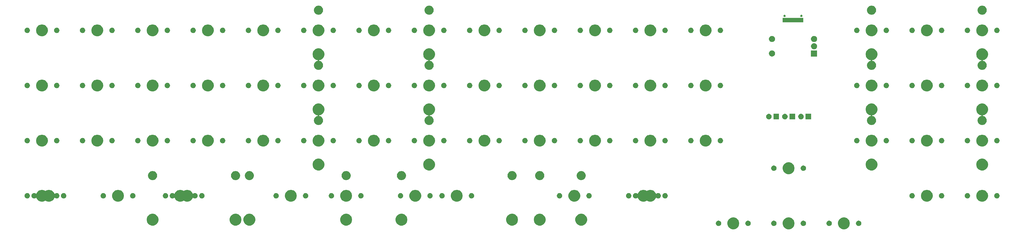
<source format=gts>
G04 #@! TF.GenerationSoftware,KiCad,Pcbnew,(5.1.4-0)*
G04 #@! TF.CreationDate,2021-04-14T22:14:26-04:00*
G04 #@! TF.ProjectId,gorthage-truck,676f7274-6861-4676-952d-747275636b2e,rev?*
G04 #@! TF.SameCoordinates,Original*
G04 #@! TF.FileFunction,Soldermask,Top*
G04 #@! TF.FilePolarity,Negative*
%FSLAX46Y46*%
G04 Gerber Fmt 4.6, Leading zero omitted, Abs format (unit mm)*
G04 Created by KiCad (PCBNEW (5.1.4-0)) date 2021-04-14 22:14:26*
%MOMM*%
%LPD*%
G04 APERTURE LIST*
%ADD10C,0.100000*%
G04 APERTURE END LIST*
D10*
G36*
X305396474Y-98046184D02*
G01*
X305614474Y-98136483D01*
X305768623Y-98200333D01*
X306103548Y-98424123D01*
X306388377Y-98708952D01*
X306612167Y-99043877D01*
X306644562Y-99122086D01*
X306766316Y-99416026D01*
X306844900Y-99811094D01*
X306844900Y-100213906D01*
X306766316Y-100608974D01*
X306715451Y-100731772D01*
X306612167Y-100981123D01*
X306388377Y-101316048D01*
X306103548Y-101600877D01*
X305768623Y-101824667D01*
X305614474Y-101888517D01*
X305396474Y-101978816D01*
X305001406Y-102057400D01*
X304598594Y-102057400D01*
X304203526Y-101978816D01*
X303985526Y-101888517D01*
X303831377Y-101824667D01*
X303496452Y-101600877D01*
X303211623Y-101316048D01*
X302987833Y-100981123D01*
X302884549Y-100731772D01*
X302833684Y-100608974D01*
X302755100Y-100213906D01*
X302755100Y-99811094D01*
X302833684Y-99416026D01*
X302955438Y-99122086D01*
X302987833Y-99043877D01*
X303211623Y-98708952D01*
X303496452Y-98424123D01*
X303831377Y-98200333D01*
X303985526Y-98136483D01*
X304203526Y-98046184D01*
X304598594Y-97967600D01*
X305001406Y-97967600D01*
X305396474Y-98046184D01*
X305396474Y-98046184D01*
G37*
G36*
X286346474Y-98046184D02*
G01*
X286564474Y-98136483D01*
X286718623Y-98200333D01*
X287053548Y-98424123D01*
X287338377Y-98708952D01*
X287562167Y-99043877D01*
X287594562Y-99122086D01*
X287716316Y-99416026D01*
X287794900Y-99811094D01*
X287794900Y-100213906D01*
X287716316Y-100608974D01*
X287665451Y-100731772D01*
X287562167Y-100981123D01*
X287338377Y-101316048D01*
X287053548Y-101600877D01*
X286718623Y-101824667D01*
X286564474Y-101888517D01*
X286346474Y-101978816D01*
X285951406Y-102057400D01*
X285548594Y-102057400D01*
X285153526Y-101978816D01*
X284935526Y-101888517D01*
X284781377Y-101824667D01*
X284446452Y-101600877D01*
X284161623Y-101316048D01*
X283937833Y-100981123D01*
X283834549Y-100731772D01*
X283783684Y-100608974D01*
X283705100Y-100213906D01*
X283705100Y-99811094D01*
X283783684Y-99416026D01*
X283905438Y-99122086D01*
X283937833Y-99043877D01*
X284161623Y-98708952D01*
X284446452Y-98424123D01*
X284781377Y-98200333D01*
X284935526Y-98136483D01*
X285153526Y-98046184D01*
X285548594Y-97967600D01*
X285951406Y-97967600D01*
X286346474Y-98046184D01*
X286346474Y-98046184D01*
G37*
G36*
X267296474Y-98046184D02*
G01*
X267514474Y-98136483D01*
X267668623Y-98200333D01*
X268003548Y-98424123D01*
X268288377Y-98708952D01*
X268512167Y-99043877D01*
X268544562Y-99122086D01*
X268666316Y-99416026D01*
X268744900Y-99811094D01*
X268744900Y-100213906D01*
X268666316Y-100608974D01*
X268615451Y-100731772D01*
X268512167Y-100981123D01*
X268288377Y-101316048D01*
X268003548Y-101600877D01*
X267668623Y-101824667D01*
X267514474Y-101888517D01*
X267296474Y-101978816D01*
X266901406Y-102057400D01*
X266498594Y-102057400D01*
X266103526Y-101978816D01*
X265885526Y-101888517D01*
X265731377Y-101824667D01*
X265396452Y-101600877D01*
X265111623Y-101316048D01*
X264887833Y-100981123D01*
X264784549Y-100731772D01*
X264733684Y-100608974D01*
X264655100Y-100213906D01*
X264655100Y-99811094D01*
X264733684Y-99416026D01*
X264855438Y-99122086D01*
X264887833Y-99043877D01*
X265111623Y-98708952D01*
X265396452Y-98424123D01*
X265731377Y-98200333D01*
X265885526Y-98136483D01*
X266103526Y-98046184D01*
X266498594Y-97967600D01*
X266901406Y-97967600D01*
X267296474Y-98046184D01*
X267296474Y-98046184D01*
G37*
G36*
X310150104Y-99122085D02*
G01*
X310318626Y-99191889D01*
X310470291Y-99293228D01*
X310599272Y-99422209D01*
X310700611Y-99573874D01*
X310770415Y-99742396D01*
X310806000Y-99921297D01*
X310806000Y-100103703D01*
X310770415Y-100282604D01*
X310700611Y-100451126D01*
X310599272Y-100602791D01*
X310470291Y-100731772D01*
X310318626Y-100833111D01*
X310150104Y-100902915D01*
X309971203Y-100938500D01*
X309788797Y-100938500D01*
X309609896Y-100902915D01*
X309441374Y-100833111D01*
X309289709Y-100731772D01*
X309160728Y-100602791D01*
X309059389Y-100451126D01*
X308989585Y-100282604D01*
X308954000Y-100103703D01*
X308954000Y-99921297D01*
X308989585Y-99742396D01*
X309059389Y-99573874D01*
X309160728Y-99422209D01*
X309289709Y-99293228D01*
X309441374Y-99191889D01*
X309609896Y-99122085D01*
X309788797Y-99086500D01*
X309971203Y-99086500D01*
X310150104Y-99122085D01*
X310150104Y-99122085D01*
G37*
G36*
X299990104Y-99122085D02*
G01*
X300158626Y-99191889D01*
X300310291Y-99293228D01*
X300439272Y-99422209D01*
X300540611Y-99573874D01*
X300610415Y-99742396D01*
X300646000Y-99921297D01*
X300646000Y-100103703D01*
X300610415Y-100282604D01*
X300540611Y-100451126D01*
X300439272Y-100602791D01*
X300310291Y-100731772D01*
X300158626Y-100833111D01*
X299990104Y-100902915D01*
X299811203Y-100938500D01*
X299628797Y-100938500D01*
X299449896Y-100902915D01*
X299281374Y-100833111D01*
X299129709Y-100731772D01*
X299000728Y-100602791D01*
X298899389Y-100451126D01*
X298829585Y-100282604D01*
X298794000Y-100103703D01*
X298794000Y-99921297D01*
X298829585Y-99742396D01*
X298899389Y-99573874D01*
X299000728Y-99422209D01*
X299129709Y-99293228D01*
X299281374Y-99191889D01*
X299449896Y-99122085D01*
X299628797Y-99086500D01*
X299811203Y-99086500D01*
X299990104Y-99122085D01*
X299990104Y-99122085D01*
G37*
G36*
X291100104Y-99122085D02*
G01*
X291268626Y-99191889D01*
X291420291Y-99293228D01*
X291549272Y-99422209D01*
X291650611Y-99573874D01*
X291720415Y-99742396D01*
X291756000Y-99921297D01*
X291756000Y-100103703D01*
X291720415Y-100282604D01*
X291650611Y-100451126D01*
X291549272Y-100602791D01*
X291420291Y-100731772D01*
X291268626Y-100833111D01*
X291100104Y-100902915D01*
X290921203Y-100938500D01*
X290738797Y-100938500D01*
X290559896Y-100902915D01*
X290391374Y-100833111D01*
X290239709Y-100731772D01*
X290110728Y-100602791D01*
X290009389Y-100451126D01*
X289939585Y-100282604D01*
X289904000Y-100103703D01*
X289904000Y-99921297D01*
X289939585Y-99742396D01*
X290009389Y-99573874D01*
X290110728Y-99422209D01*
X290239709Y-99293228D01*
X290391374Y-99191889D01*
X290559896Y-99122085D01*
X290738797Y-99086500D01*
X290921203Y-99086500D01*
X291100104Y-99122085D01*
X291100104Y-99122085D01*
G37*
G36*
X280940104Y-99122085D02*
G01*
X281108626Y-99191889D01*
X281260291Y-99293228D01*
X281389272Y-99422209D01*
X281490611Y-99573874D01*
X281560415Y-99742396D01*
X281596000Y-99921297D01*
X281596000Y-100103703D01*
X281560415Y-100282604D01*
X281490611Y-100451126D01*
X281389272Y-100602791D01*
X281260291Y-100731772D01*
X281108626Y-100833111D01*
X280940104Y-100902915D01*
X280761203Y-100938500D01*
X280578797Y-100938500D01*
X280399896Y-100902915D01*
X280231374Y-100833111D01*
X280079709Y-100731772D01*
X279950728Y-100602791D01*
X279849389Y-100451126D01*
X279779585Y-100282604D01*
X279744000Y-100103703D01*
X279744000Y-99921297D01*
X279779585Y-99742396D01*
X279849389Y-99573874D01*
X279950728Y-99422209D01*
X280079709Y-99293228D01*
X280231374Y-99191889D01*
X280399896Y-99122085D01*
X280578797Y-99086500D01*
X280761203Y-99086500D01*
X280940104Y-99122085D01*
X280940104Y-99122085D01*
G37*
G36*
X272050104Y-99122085D02*
G01*
X272218626Y-99191889D01*
X272370291Y-99293228D01*
X272499272Y-99422209D01*
X272600611Y-99573874D01*
X272670415Y-99742396D01*
X272706000Y-99921297D01*
X272706000Y-100103703D01*
X272670415Y-100282604D01*
X272600611Y-100451126D01*
X272499272Y-100602791D01*
X272370291Y-100731772D01*
X272218626Y-100833111D01*
X272050104Y-100902915D01*
X271871203Y-100938500D01*
X271688797Y-100938500D01*
X271509896Y-100902915D01*
X271341374Y-100833111D01*
X271189709Y-100731772D01*
X271060728Y-100602791D01*
X270959389Y-100451126D01*
X270889585Y-100282604D01*
X270854000Y-100103703D01*
X270854000Y-99921297D01*
X270889585Y-99742396D01*
X270959389Y-99573874D01*
X271060728Y-99422209D01*
X271189709Y-99293228D01*
X271341374Y-99191889D01*
X271509896Y-99122085D01*
X271688797Y-99086500D01*
X271871203Y-99086500D01*
X272050104Y-99122085D01*
X272050104Y-99122085D01*
G37*
G36*
X261890104Y-99122085D02*
G01*
X262058626Y-99191889D01*
X262210291Y-99293228D01*
X262339272Y-99422209D01*
X262440611Y-99573874D01*
X262510415Y-99742396D01*
X262546000Y-99921297D01*
X262546000Y-100103703D01*
X262510415Y-100282604D01*
X262440611Y-100451126D01*
X262339272Y-100602791D01*
X262210291Y-100731772D01*
X262058626Y-100833111D01*
X261890104Y-100902915D01*
X261711203Y-100938500D01*
X261528797Y-100938500D01*
X261349896Y-100902915D01*
X261181374Y-100833111D01*
X261029709Y-100731772D01*
X260900728Y-100602791D01*
X260799389Y-100451126D01*
X260729585Y-100282604D01*
X260694000Y-100103703D01*
X260694000Y-99921297D01*
X260729585Y-99742396D01*
X260799389Y-99573874D01*
X260900728Y-99422209D01*
X261029709Y-99293228D01*
X261181374Y-99191889D01*
X261349896Y-99122085D01*
X261528797Y-99086500D01*
X261711203Y-99086500D01*
X261890104Y-99122085D01*
X261890104Y-99122085D01*
G37*
G36*
X100608974Y-96776184D02*
G01*
X100826974Y-96866483D01*
X100981123Y-96930333D01*
X101316048Y-97154123D01*
X101600877Y-97438952D01*
X101824667Y-97773877D01*
X101824667Y-97773878D01*
X101978816Y-98146026D01*
X102057400Y-98541094D01*
X102057400Y-98943906D01*
X101978816Y-99338974D01*
X101946900Y-99416025D01*
X101824667Y-99711123D01*
X101600877Y-100046048D01*
X101316048Y-100330877D01*
X100981123Y-100554667D01*
X100864943Y-100602790D01*
X100608974Y-100708816D01*
X100213906Y-100787400D01*
X99811094Y-100787400D01*
X99416026Y-100708816D01*
X99160057Y-100602790D01*
X99043877Y-100554667D01*
X98708952Y-100330877D01*
X98424123Y-100046048D01*
X98200333Y-99711123D01*
X98078100Y-99416025D01*
X98046184Y-99338974D01*
X97967600Y-98943906D01*
X97967600Y-98541094D01*
X98046184Y-98146026D01*
X98200333Y-97773878D01*
X98200333Y-97773877D01*
X98424123Y-97438952D01*
X98708952Y-97154123D01*
X99043877Y-96930333D01*
X99198026Y-96866483D01*
X99416026Y-96776184D01*
X99811094Y-96697600D01*
X100213906Y-96697600D01*
X100608974Y-96776184D01*
X100608974Y-96776184D01*
G37*
G36*
X191096474Y-96776184D02*
G01*
X191314474Y-96866483D01*
X191468623Y-96930333D01*
X191803548Y-97154123D01*
X192088377Y-97438952D01*
X192312167Y-97773877D01*
X192312167Y-97773878D01*
X192466316Y-98146026D01*
X192544900Y-98541094D01*
X192544900Y-98943906D01*
X192466316Y-99338974D01*
X192434400Y-99416025D01*
X192312167Y-99711123D01*
X192088377Y-100046048D01*
X191803548Y-100330877D01*
X191468623Y-100554667D01*
X191352443Y-100602790D01*
X191096474Y-100708816D01*
X190701406Y-100787400D01*
X190298594Y-100787400D01*
X189903526Y-100708816D01*
X189647557Y-100602790D01*
X189531377Y-100554667D01*
X189196452Y-100330877D01*
X188911623Y-100046048D01*
X188687833Y-99711123D01*
X188565600Y-99416025D01*
X188533684Y-99338974D01*
X188455100Y-98943906D01*
X188455100Y-98541094D01*
X188533684Y-98146026D01*
X188687833Y-97773878D01*
X188687833Y-97773877D01*
X188911623Y-97438952D01*
X189196452Y-97154123D01*
X189531377Y-96930333D01*
X189685526Y-96866483D01*
X189903526Y-96776184D01*
X190298594Y-96697600D01*
X190701406Y-96697600D01*
X191096474Y-96776184D01*
X191096474Y-96776184D01*
G37*
G36*
X67271474Y-96776184D02*
G01*
X67489474Y-96866483D01*
X67643623Y-96930333D01*
X67978548Y-97154123D01*
X68263377Y-97438952D01*
X68487167Y-97773877D01*
X68487167Y-97773878D01*
X68641316Y-98146026D01*
X68719900Y-98541094D01*
X68719900Y-98943906D01*
X68641316Y-99338974D01*
X68609400Y-99416025D01*
X68487167Y-99711123D01*
X68263377Y-100046048D01*
X67978548Y-100330877D01*
X67643623Y-100554667D01*
X67527443Y-100602790D01*
X67271474Y-100708816D01*
X66876406Y-100787400D01*
X66473594Y-100787400D01*
X66078526Y-100708816D01*
X65822557Y-100602790D01*
X65706377Y-100554667D01*
X65371452Y-100330877D01*
X65086623Y-100046048D01*
X64862833Y-99711123D01*
X64740600Y-99416025D01*
X64708684Y-99338974D01*
X64630100Y-98943906D01*
X64630100Y-98541094D01*
X64708684Y-98146026D01*
X64862833Y-97773878D01*
X64862833Y-97773877D01*
X65086623Y-97438952D01*
X65371452Y-97154123D01*
X65706377Y-96930333D01*
X65860526Y-96866483D01*
X66078526Y-96776184D01*
X66473594Y-96697600D01*
X66876406Y-96697600D01*
X67271474Y-96776184D01*
X67271474Y-96776184D01*
G37*
G36*
X95846474Y-96776184D02*
G01*
X96064474Y-96866483D01*
X96218623Y-96930333D01*
X96553548Y-97154123D01*
X96838377Y-97438952D01*
X97062167Y-97773877D01*
X97062167Y-97773878D01*
X97216316Y-98146026D01*
X97294900Y-98541094D01*
X97294900Y-98943906D01*
X97216316Y-99338974D01*
X97184400Y-99416025D01*
X97062167Y-99711123D01*
X96838377Y-100046048D01*
X96553548Y-100330877D01*
X96218623Y-100554667D01*
X96102443Y-100602790D01*
X95846474Y-100708816D01*
X95451406Y-100787400D01*
X95048594Y-100787400D01*
X94653526Y-100708816D01*
X94397557Y-100602790D01*
X94281377Y-100554667D01*
X93946452Y-100330877D01*
X93661623Y-100046048D01*
X93437833Y-99711123D01*
X93315600Y-99416025D01*
X93283684Y-99338974D01*
X93205100Y-98943906D01*
X93205100Y-98541094D01*
X93283684Y-98146026D01*
X93437833Y-97773878D01*
X93437833Y-97773877D01*
X93661623Y-97438952D01*
X93946452Y-97154123D01*
X94281377Y-96930333D01*
X94435526Y-96866483D01*
X94653526Y-96776184D01*
X95048594Y-96697600D01*
X95451406Y-96697600D01*
X95846474Y-96776184D01*
X95846474Y-96776184D01*
G37*
G36*
X152996474Y-96776184D02*
G01*
X153214474Y-96866483D01*
X153368623Y-96930333D01*
X153703548Y-97154123D01*
X153988377Y-97438952D01*
X154212167Y-97773877D01*
X154212167Y-97773878D01*
X154366316Y-98146026D01*
X154444900Y-98541094D01*
X154444900Y-98943906D01*
X154366316Y-99338974D01*
X154334400Y-99416025D01*
X154212167Y-99711123D01*
X153988377Y-100046048D01*
X153703548Y-100330877D01*
X153368623Y-100554667D01*
X153252443Y-100602790D01*
X152996474Y-100708816D01*
X152601406Y-100787400D01*
X152198594Y-100787400D01*
X151803526Y-100708816D01*
X151547557Y-100602790D01*
X151431377Y-100554667D01*
X151096452Y-100330877D01*
X150811623Y-100046048D01*
X150587833Y-99711123D01*
X150465600Y-99416025D01*
X150433684Y-99338974D01*
X150355100Y-98943906D01*
X150355100Y-98541094D01*
X150433684Y-98146026D01*
X150587833Y-97773878D01*
X150587833Y-97773877D01*
X150811623Y-97438952D01*
X151096452Y-97154123D01*
X151431377Y-96930333D01*
X151585526Y-96866483D01*
X151803526Y-96776184D01*
X152198594Y-96697600D01*
X152601406Y-96697600D01*
X152996474Y-96776184D01*
X152996474Y-96776184D01*
G37*
G36*
X200621474Y-96776184D02*
G01*
X200839474Y-96866483D01*
X200993623Y-96930333D01*
X201328548Y-97154123D01*
X201613377Y-97438952D01*
X201837167Y-97773877D01*
X201837167Y-97773878D01*
X201991316Y-98146026D01*
X202069900Y-98541094D01*
X202069900Y-98943906D01*
X201991316Y-99338974D01*
X201959400Y-99416025D01*
X201837167Y-99711123D01*
X201613377Y-100046048D01*
X201328548Y-100330877D01*
X200993623Y-100554667D01*
X200877443Y-100602790D01*
X200621474Y-100708816D01*
X200226406Y-100787400D01*
X199823594Y-100787400D01*
X199428526Y-100708816D01*
X199172557Y-100602790D01*
X199056377Y-100554667D01*
X198721452Y-100330877D01*
X198436623Y-100046048D01*
X198212833Y-99711123D01*
X198090600Y-99416025D01*
X198058684Y-99338974D01*
X197980100Y-98943906D01*
X197980100Y-98541094D01*
X198058684Y-98146026D01*
X198212833Y-97773878D01*
X198212833Y-97773877D01*
X198436623Y-97438952D01*
X198721452Y-97154123D01*
X199056377Y-96930333D01*
X199210526Y-96866483D01*
X199428526Y-96776184D01*
X199823594Y-96697600D01*
X200226406Y-96697600D01*
X200621474Y-96776184D01*
X200621474Y-96776184D01*
G37*
G36*
X133946474Y-96776184D02*
G01*
X134164474Y-96866483D01*
X134318623Y-96930333D01*
X134653548Y-97154123D01*
X134938377Y-97438952D01*
X135162167Y-97773877D01*
X135162167Y-97773878D01*
X135316316Y-98146026D01*
X135394900Y-98541094D01*
X135394900Y-98943906D01*
X135316316Y-99338974D01*
X135284400Y-99416025D01*
X135162167Y-99711123D01*
X134938377Y-100046048D01*
X134653548Y-100330877D01*
X134318623Y-100554667D01*
X134202443Y-100602790D01*
X133946474Y-100708816D01*
X133551406Y-100787400D01*
X133148594Y-100787400D01*
X132753526Y-100708816D01*
X132497557Y-100602790D01*
X132381377Y-100554667D01*
X132046452Y-100330877D01*
X131761623Y-100046048D01*
X131537833Y-99711123D01*
X131415600Y-99416025D01*
X131383684Y-99338974D01*
X131305100Y-98943906D01*
X131305100Y-98541094D01*
X131383684Y-98146026D01*
X131537833Y-97773878D01*
X131537833Y-97773877D01*
X131761623Y-97438952D01*
X132046452Y-97154123D01*
X132381377Y-96930333D01*
X132535526Y-96866483D01*
X132753526Y-96776184D01*
X133148594Y-96697600D01*
X133551406Y-96697600D01*
X133946474Y-96776184D01*
X133946474Y-96776184D01*
G37*
G36*
X214908974Y-96776184D02*
G01*
X215126974Y-96866483D01*
X215281123Y-96930333D01*
X215616048Y-97154123D01*
X215900877Y-97438952D01*
X216124667Y-97773877D01*
X216124667Y-97773878D01*
X216278816Y-98146026D01*
X216357400Y-98541094D01*
X216357400Y-98943906D01*
X216278816Y-99338974D01*
X216246900Y-99416025D01*
X216124667Y-99711123D01*
X215900877Y-100046048D01*
X215616048Y-100330877D01*
X215281123Y-100554667D01*
X215164943Y-100602790D01*
X214908974Y-100708816D01*
X214513906Y-100787400D01*
X214111094Y-100787400D01*
X213716026Y-100708816D01*
X213460057Y-100602790D01*
X213343877Y-100554667D01*
X213008952Y-100330877D01*
X212724123Y-100046048D01*
X212500333Y-99711123D01*
X212378100Y-99416025D01*
X212346184Y-99338974D01*
X212267600Y-98943906D01*
X212267600Y-98541094D01*
X212346184Y-98146026D01*
X212500333Y-97773878D01*
X212500333Y-97773877D01*
X212724123Y-97438952D01*
X213008952Y-97154123D01*
X213343877Y-96930333D01*
X213498026Y-96866483D01*
X213716026Y-96776184D01*
X214111094Y-96697600D01*
X214513906Y-96697600D01*
X214908974Y-96776184D01*
X214908974Y-96776184D01*
G37*
G36*
X76796474Y-88521184D02*
G01*
X77014474Y-88611483D01*
X77168623Y-88675333D01*
X77321179Y-88777268D01*
X77342790Y-88788819D01*
X77366239Y-88795932D01*
X77390625Y-88798334D01*
X77415011Y-88795932D01*
X77438460Y-88788819D01*
X77460071Y-88777268D01*
X77612627Y-88675333D01*
X77766776Y-88611483D01*
X77984776Y-88521184D01*
X78379844Y-88442600D01*
X78782656Y-88442600D01*
X79177724Y-88521184D01*
X79395724Y-88611483D01*
X79549873Y-88675333D01*
X79884798Y-88899123D01*
X80169627Y-89183952D01*
X80393417Y-89518877D01*
X80425812Y-89597086D01*
X80481642Y-89731872D01*
X80493193Y-89753483D01*
X80508738Y-89772425D01*
X80527680Y-89787970D01*
X80549291Y-89799521D01*
X80572740Y-89806634D01*
X80597126Y-89809036D01*
X80621512Y-89806634D01*
X80644961Y-89799521D01*
X80666572Y-89787970D01*
X80685503Y-89772434D01*
X80689709Y-89768228D01*
X80841374Y-89666889D01*
X81009896Y-89597085D01*
X81188797Y-89561500D01*
X81371203Y-89561500D01*
X81550104Y-89597085D01*
X81718626Y-89666889D01*
X81870291Y-89768228D01*
X81999272Y-89897209D01*
X82100611Y-90048874D01*
X82170415Y-90217396D01*
X82206000Y-90396297D01*
X82206000Y-90578703D01*
X82170415Y-90757604D01*
X82100611Y-90926126D01*
X81999272Y-91077791D01*
X81870291Y-91206772D01*
X81718626Y-91308111D01*
X81550104Y-91377915D01*
X81371203Y-91413500D01*
X81188797Y-91413500D01*
X81009896Y-91377915D01*
X80841374Y-91308111D01*
X80689709Y-91206772D01*
X80685503Y-91202566D01*
X80666572Y-91187030D01*
X80644961Y-91175479D01*
X80621512Y-91168366D01*
X80597126Y-91165964D01*
X80572740Y-91168366D01*
X80549291Y-91175479D01*
X80527680Y-91187030D01*
X80508738Y-91202575D01*
X80493193Y-91221517D01*
X80481642Y-91243128D01*
X80393417Y-91456123D01*
X80169627Y-91791048D01*
X79884798Y-92075877D01*
X79549873Y-92299667D01*
X79395724Y-92363517D01*
X79177724Y-92453816D01*
X78782656Y-92532400D01*
X78379844Y-92532400D01*
X77984776Y-92453816D01*
X77766776Y-92363517D01*
X77612627Y-92299667D01*
X77460069Y-92197731D01*
X77438460Y-92186181D01*
X77415011Y-92179068D01*
X77390625Y-92176666D01*
X77366239Y-92179068D01*
X77342790Y-92186181D01*
X77321181Y-92197731D01*
X77168623Y-92299667D01*
X77014474Y-92363517D01*
X76796474Y-92453816D01*
X76401406Y-92532400D01*
X75998594Y-92532400D01*
X75603526Y-92453816D01*
X75385526Y-92363517D01*
X75231377Y-92299667D01*
X74896452Y-92075877D01*
X74611623Y-91791048D01*
X74387833Y-91456123D01*
X74299608Y-91243128D01*
X74288057Y-91221517D01*
X74272512Y-91202575D01*
X74253570Y-91187030D01*
X74231959Y-91175479D01*
X74208510Y-91168366D01*
X74184124Y-91165964D01*
X74159738Y-91168366D01*
X74136289Y-91175479D01*
X74114678Y-91187030D01*
X74095747Y-91202566D01*
X74091541Y-91206772D01*
X73939876Y-91308111D01*
X73771354Y-91377915D01*
X73592453Y-91413500D01*
X73410047Y-91413500D01*
X73231146Y-91377915D01*
X73062624Y-91308111D01*
X72910959Y-91206772D01*
X72781978Y-91077791D01*
X72680639Y-90926126D01*
X72610835Y-90757604D01*
X72575250Y-90578703D01*
X72575250Y-90396297D01*
X72610835Y-90217396D01*
X72680639Y-90048874D01*
X72781978Y-89897209D01*
X72910959Y-89768228D01*
X73062624Y-89666889D01*
X73231146Y-89597085D01*
X73410047Y-89561500D01*
X73592453Y-89561500D01*
X73771354Y-89597085D01*
X73939876Y-89666889D01*
X74091541Y-89768228D01*
X74095747Y-89772434D01*
X74114678Y-89787970D01*
X74136289Y-89799521D01*
X74159738Y-89806634D01*
X74184124Y-89809036D01*
X74208510Y-89806634D01*
X74231959Y-89799521D01*
X74253570Y-89787970D01*
X74272512Y-89772425D01*
X74288057Y-89753483D01*
X74299608Y-89731872D01*
X74355438Y-89597086D01*
X74387833Y-89518877D01*
X74611623Y-89183952D01*
X74896452Y-88899123D01*
X75231377Y-88675333D01*
X75385526Y-88611483D01*
X75603526Y-88521184D01*
X75998594Y-88442600D01*
X76401406Y-88442600D01*
X76796474Y-88521184D01*
X76796474Y-88521184D01*
G37*
G36*
X172046474Y-88521184D02*
G01*
X172264474Y-88611483D01*
X172418623Y-88675333D01*
X172753548Y-88899123D01*
X173038377Y-89183952D01*
X173262167Y-89518877D01*
X173294562Y-89597086D01*
X173416316Y-89891026D01*
X173494900Y-90286094D01*
X173494900Y-90688906D01*
X173416316Y-91083974D01*
X173365451Y-91206772D01*
X173262167Y-91456123D01*
X173038377Y-91791048D01*
X172753548Y-92075877D01*
X172418623Y-92299667D01*
X172264474Y-92363517D01*
X172046474Y-92453816D01*
X171651406Y-92532400D01*
X171248594Y-92532400D01*
X170853526Y-92453816D01*
X170635526Y-92363517D01*
X170481377Y-92299667D01*
X170146452Y-92075877D01*
X169861623Y-91791048D01*
X169637833Y-91456123D01*
X169534549Y-91206772D01*
X169483684Y-91083974D01*
X169405100Y-90688906D01*
X169405100Y-90286094D01*
X169483684Y-89891026D01*
X169605438Y-89597086D01*
X169637833Y-89518877D01*
X169861623Y-89183952D01*
X170146452Y-88899123D01*
X170481377Y-88675333D01*
X170635526Y-88611483D01*
X170853526Y-88521184D01*
X171248594Y-88442600D01*
X171651406Y-88442600D01*
X172046474Y-88521184D01*
X172046474Y-88521184D01*
G37*
G36*
X212527724Y-88521184D02*
G01*
X212745724Y-88611483D01*
X212899873Y-88675333D01*
X213234798Y-88899123D01*
X213519627Y-89183952D01*
X213743417Y-89518877D01*
X213775812Y-89597086D01*
X213897566Y-89891026D01*
X213976150Y-90286094D01*
X213976150Y-90688906D01*
X213897566Y-91083974D01*
X213846701Y-91206772D01*
X213743417Y-91456123D01*
X213519627Y-91791048D01*
X213234798Y-92075877D01*
X212899873Y-92299667D01*
X212745724Y-92363517D01*
X212527724Y-92453816D01*
X212132656Y-92532400D01*
X211729844Y-92532400D01*
X211334776Y-92453816D01*
X211116776Y-92363517D01*
X210962627Y-92299667D01*
X210627702Y-92075877D01*
X210342873Y-91791048D01*
X210119083Y-91456123D01*
X210015799Y-91206772D01*
X209964934Y-91083974D01*
X209886350Y-90688906D01*
X209886350Y-90286094D01*
X209964934Y-89891026D01*
X210086688Y-89597086D01*
X210119083Y-89518877D01*
X210342873Y-89183952D01*
X210627702Y-88899123D01*
X210962627Y-88675333D01*
X211116776Y-88611483D01*
X211334776Y-88521184D01*
X211729844Y-88442600D01*
X212132656Y-88442600D01*
X212527724Y-88521184D01*
X212527724Y-88521184D01*
G37*
G36*
X55365224Y-88521184D02*
G01*
X55583224Y-88611483D01*
X55737373Y-88675333D01*
X56072298Y-88899123D01*
X56357127Y-89183952D01*
X56580917Y-89518877D01*
X56613312Y-89597086D01*
X56735066Y-89891026D01*
X56813650Y-90286094D01*
X56813650Y-90688906D01*
X56735066Y-91083974D01*
X56684201Y-91206772D01*
X56580917Y-91456123D01*
X56357127Y-91791048D01*
X56072298Y-92075877D01*
X55737373Y-92299667D01*
X55583224Y-92363517D01*
X55365224Y-92453816D01*
X54970156Y-92532400D01*
X54567344Y-92532400D01*
X54172276Y-92453816D01*
X53954276Y-92363517D01*
X53800127Y-92299667D01*
X53465202Y-92075877D01*
X53180373Y-91791048D01*
X52956583Y-91456123D01*
X52853299Y-91206772D01*
X52802434Y-91083974D01*
X52723850Y-90688906D01*
X52723850Y-90286094D01*
X52802434Y-89891026D01*
X52924188Y-89597086D01*
X52956583Y-89518877D01*
X53180373Y-89183952D01*
X53465202Y-88899123D01*
X53800127Y-88675333D01*
X53954276Y-88611483D01*
X54172276Y-88521184D01*
X54567344Y-88442600D01*
X54970156Y-88442600D01*
X55365224Y-88521184D01*
X55365224Y-88521184D01*
G37*
G36*
X236340224Y-88521184D02*
G01*
X236558224Y-88611483D01*
X236712373Y-88675333D01*
X236864929Y-88777268D01*
X236886540Y-88788819D01*
X236909989Y-88795932D01*
X236934375Y-88798334D01*
X236958761Y-88795932D01*
X236982210Y-88788819D01*
X237003821Y-88777268D01*
X237156377Y-88675333D01*
X237310526Y-88611483D01*
X237528526Y-88521184D01*
X237923594Y-88442600D01*
X238326406Y-88442600D01*
X238721474Y-88521184D01*
X238939474Y-88611483D01*
X239093623Y-88675333D01*
X239428548Y-88899123D01*
X239713377Y-89183952D01*
X239937167Y-89518877D01*
X239969562Y-89597086D01*
X240025392Y-89731872D01*
X240036943Y-89753483D01*
X240052488Y-89772425D01*
X240071430Y-89787970D01*
X240093041Y-89799521D01*
X240116490Y-89806634D01*
X240140876Y-89809036D01*
X240165262Y-89806634D01*
X240188711Y-89799521D01*
X240210322Y-89787970D01*
X240229253Y-89772434D01*
X240233459Y-89768228D01*
X240385124Y-89666889D01*
X240553646Y-89597085D01*
X240732547Y-89561500D01*
X240914953Y-89561500D01*
X241093854Y-89597085D01*
X241262376Y-89666889D01*
X241414041Y-89768228D01*
X241543022Y-89897209D01*
X241644361Y-90048874D01*
X241714165Y-90217396D01*
X241749750Y-90396297D01*
X241749750Y-90578703D01*
X241714165Y-90757604D01*
X241644361Y-90926126D01*
X241543022Y-91077791D01*
X241414041Y-91206772D01*
X241262376Y-91308111D01*
X241093854Y-91377915D01*
X240914953Y-91413500D01*
X240732547Y-91413500D01*
X240553646Y-91377915D01*
X240385124Y-91308111D01*
X240233459Y-91206772D01*
X240229253Y-91202566D01*
X240210322Y-91187030D01*
X240188711Y-91175479D01*
X240165262Y-91168366D01*
X240140876Y-91165964D01*
X240116490Y-91168366D01*
X240093041Y-91175479D01*
X240071430Y-91187030D01*
X240052488Y-91202575D01*
X240036943Y-91221517D01*
X240025392Y-91243128D01*
X239937167Y-91456123D01*
X239713377Y-91791048D01*
X239428548Y-92075877D01*
X239093623Y-92299667D01*
X238939474Y-92363517D01*
X238721474Y-92453816D01*
X238326406Y-92532400D01*
X237923594Y-92532400D01*
X237528526Y-92453816D01*
X237310526Y-92363517D01*
X237156377Y-92299667D01*
X237003819Y-92197731D01*
X236982210Y-92186181D01*
X236958761Y-92179068D01*
X236934375Y-92176666D01*
X236909989Y-92179068D01*
X236886540Y-92186181D01*
X236864931Y-92197731D01*
X236712373Y-92299667D01*
X236558224Y-92363517D01*
X236340224Y-92453816D01*
X235945156Y-92532400D01*
X235542344Y-92532400D01*
X235147276Y-92453816D01*
X234929276Y-92363517D01*
X234775127Y-92299667D01*
X234440202Y-92075877D01*
X234155373Y-91791048D01*
X233931583Y-91456123D01*
X233843358Y-91243128D01*
X233831807Y-91221517D01*
X233816262Y-91202575D01*
X233797320Y-91187030D01*
X233775709Y-91175479D01*
X233752260Y-91168366D01*
X233727874Y-91165964D01*
X233703488Y-91168366D01*
X233680039Y-91175479D01*
X233658428Y-91187030D01*
X233639497Y-91202566D01*
X233635291Y-91206772D01*
X233483626Y-91308111D01*
X233315104Y-91377915D01*
X233136203Y-91413500D01*
X232953797Y-91413500D01*
X232774896Y-91377915D01*
X232606374Y-91308111D01*
X232454709Y-91206772D01*
X232325728Y-91077791D01*
X232224389Y-90926126D01*
X232154585Y-90757604D01*
X232119000Y-90578703D01*
X232119000Y-90396297D01*
X232154585Y-90217396D01*
X232224389Y-90048874D01*
X232325728Y-89897209D01*
X232454709Y-89768228D01*
X232606374Y-89666889D01*
X232774896Y-89597085D01*
X232953797Y-89561500D01*
X233136203Y-89561500D01*
X233315104Y-89597085D01*
X233483626Y-89666889D01*
X233635291Y-89768228D01*
X233639497Y-89772434D01*
X233658428Y-89787970D01*
X233680039Y-89799521D01*
X233703488Y-89806634D01*
X233727874Y-89809036D01*
X233752260Y-89806634D01*
X233775709Y-89799521D01*
X233797320Y-89787970D01*
X233816262Y-89772425D01*
X233831807Y-89753483D01*
X233843358Y-89731872D01*
X233899188Y-89597086D01*
X233931583Y-89518877D01*
X234155373Y-89183952D01*
X234440202Y-88899123D01*
X234775127Y-88675333D01*
X234929276Y-88611483D01*
X235147276Y-88521184D01*
X235542344Y-88442600D01*
X235945156Y-88442600D01*
X236340224Y-88521184D01*
X236340224Y-88521184D01*
G37*
G36*
X333971474Y-88521184D02*
G01*
X334189474Y-88611483D01*
X334343623Y-88675333D01*
X334678548Y-88899123D01*
X334963377Y-89183952D01*
X335187167Y-89518877D01*
X335219562Y-89597086D01*
X335341316Y-89891026D01*
X335419900Y-90286094D01*
X335419900Y-90688906D01*
X335341316Y-91083974D01*
X335290451Y-91206772D01*
X335187167Y-91456123D01*
X334963377Y-91791048D01*
X334678548Y-92075877D01*
X334343623Y-92299667D01*
X334189474Y-92363517D01*
X333971474Y-92453816D01*
X333576406Y-92532400D01*
X333173594Y-92532400D01*
X332778526Y-92453816D01*
X332560526Y-92363517D01*
X332406377Y-92299667D01*
X332071452Y-92075877D01*
X331786623Y-91791048D01*
X331562833Y-91456123D01*
X331459549Y-91206772D01*
X331408684Y-91083974D01*
X331330100Y-90688906D01*
X331330100Y-90286094D01*
X331408684Y-89891026D01*
X331530438Y-89597086D01*
X331562833Y-89518877D01*
X331786623Y-89183952D01*
X332071452Y-88899123D01*
X332406377Y-88675333D01*
X332560526Y-88611483D01*
X332778526Y-88521184D01*
X333173594Y-88442600D01*
X333576406Y-88442600D01*
X333971474Y-88521184D01*
X333971474Y-88521184D01*
G37*
G36*
X353021474Y-88521184D02*
G01*
X353239474Y-88611483D01*
X353393623Y-88675333D01*
X353728548Y-88899123D01*
X354013377Y-89183952D01*
X354237167Y-89518877D01*
X354269562Y-89597086D01*
X354391316Y-89891026D01*
X354469900Y-90286094D01*
X354469900Y-90688906D01*
X354391316Y-91083974D01*
X354340451Y-91206772D01*
X354237167Y-91456123D01*
X354013377Y-91791048D01*
X353728548Y-92075877D01*
X353393623Y-92299667D01*
X353239474Y-92363517D01*
X353021474Y-92453816D01*
X352626406Y-92532400D01*
X352223594Y-92532400D01*
X351828526Y-92453816D01*
X351610526Y-92363517D01*
X351456377Y-92299667D01*
X351121452Y-92075877D01*
X350836623Y-91791048D01*
X350612833Y-91456123D01*
X350509549Y-91206772D01*
X350458684Y-91083974D01*
X350380100Y-90688906D01*
X350380100Y-90286094D01*
X350458684Y-89891026D01*
X350580438Y-89597086D01*
X350612833Y-89518877D01*
X350836623Y-89183952D01*
X351121452Y-88899123D01*
X351456377Y-88675333D01*
X351610526Y-88611483D01*
X351828526Y-88521184D01*
X352223594Y-88442600D01*
X352626406Y-88442600D01*
X353021474Y-88521184D01*
X353021474Y-88521184D01*
G37*
G36*
X157758974Y-88521184D02*
G01*
X157976974Y-88611483D01*
X158131123Y-88675333D01*
X158466048Y-88899123D01*
X158750877Y-89183952D01*
X158974667Y-89518877D01*
X159007062Y-89597086D01*
X159128816Y-89891026D01*
X159207400Y-90286094D01*
X159207400Y-90688906D01*
X159128816Y-91083974D01*
X159077951Y-91206772D01*
X158974667Y-91456123D01*
X158750877Y-91791048D01*
X158466048Y-92075877D01*
X158131123Y-92299667D01*
X157976974Y-92363517D01*
X157758974Y-92453816D01*
X157363906Y-92532400D01*
X156961094Y-92532400D01*
X156566026Y-92453816D01*
X156348026Y-92363517D01*
X156193877Y-92299667D01*
X155858952Y-92075877D01*
X155574123Y-91791048D01*
X155350333Y-91456123D01*
X155247049Y-91206772D01*
X155196184Y-91083974D01*
X155117600Y-90688906D01*
X155117600Y-90286094D01*
X155196184Y-89891026D01*
X155317938Y-89597086D01*
X155350333Y-89518877D01*
X155574123Y-89183952D01*
X155858952Y-88899123D01*
X156193877Y-88675333D01*
X156348026Y-88611483D01*
X156566026Y-88521184D01*
X156961094Y-88442600D01*
X157363906Y-88442600D01*
X157758974Y-88521184D01*
X157758974Y-88521184D01*
G37*
G36*
X114896474Y-88521184D02*
G01*
X115114474Y-88611483D01*
X115268623Y-88675333D01*
X115603548Y-88899123D01*
X115888377Y-89183952D01*
X116112167Y-89518877D01*
X116144562Y-89597086D01*
X116266316Y-89891026D01*
X116344900Y-90286094D01*
X116344900Y-90688906D01*
X116266316Y-91083974D01*
X116215451Y-91206772D01*
X116112167Y-91456123D01*
X115888377Y-91791048D01*
X115603548Y-92075877D01*
X115268623Y-92299667D01*
X115114474Y-92363517D01*
X114896474Y-92453816D01*
X114501406Y-92532400D01*
X114098594Y-92532400D01*
X113703526Y-92453816D01*
X113485526Y-92363517D01*
X113331377Y-92299667D01*
X112996452Y-92075877D01*
X112711623Y-91791048D01*
X112487833Y-91456123D01*
X112384549Y-91206772D01*
X112333684Y-91083974D01*
X112255100Y-90688906D01*
X112255100Y-90286094D01*
X112333684Y-89891026D01*
X112455438Y-89597086D01*
X112487833Y-89518877D01*
X112711623Y-89183952D01*
X112996452Y-88899123D01*
X113331377Y-88675333D01*
X113485526Y-88611483D01*
X113703526Y-88521184D01*
X114098594Y-88442600D01*
X114501406Y-88442600D01*
X114896474Y-88521184D01*
X114896474Y-88521184D01*
G37*
G36*
X133946474Y-88521184D02*
G01*
X134164474Y-88611483D01*
X134318623Y-88675333D01*
X134653548Y-88899123D01*
X134938377Y-89183952D01*
X135162167Y-89518877D01*
X135194562Y-89597086D01*
X135316316Y-89891026D01*
X135394900Y-90286094D01*
X135394900Y-90688906D01*
X135316316Y-91083974D01*
X135265451Y-91206772D01*
X135162167Y-91456123D01*
X134938377Y-91791048D01*
X134653548Y-92075877D01*
X134318623Y-92299667D01*
X134164474Y-92363517D01*
X133946474Y-92453816D01*
X133551406Y-92532400D01*
X133148594Y-92532400D01*
X132753526Y-92453816D01*
X132535526Y-92363517D01*
X132381377Y-92299667D01*
X132046452Y-92075877D01*
X131761623Y-91791048D01*
X131537833Y-91456123D01*
X131434549Y-91206772D01*
X131383684Y-91083974D01*
X131305100Y-90688906D01*
X131305100Y-90286094D01*
X131383684Y-89891026D01*
X131505438Y-89597086D01*
X131537833Y-89518877D01*
X131761623Y-89183952D01*
X132046452Y-88899123D01*
X132381377Y-88675333D01*
X132535526Y-88611483D01*
X132753526Y-88521184D01*
X133148594Y-88442600D01*
X133551406Y-88442600D01*
X133946474Y-88521184D01*
X133946474Y-88521184D01*
G37*
G36*
X29171474Y-88521184D02*
G01*
X29389474Y-88611483D01*
X29543623Y-88675333D01*
X29696179Y-88777268D01*
X29717790Y-88788819D01*
X29741239Y-88795932D01*
X29765625Y-88798334D01*
X29790011Y-88795932D01*
X29813460Y-88788819D01*
X29835071Y-88777268D01*
X29987627Y-88675333D01*
X30141776Y-88611483D01*
X30359776Y-88521184D01*
X30754844Y-88442600D01*
X31157656Y-88442600D01*
X31552724Y-88521184D01*
X31770724Y-88611483D01*
X31924873Y-88675333D01*
X32259798Y-88899123D01*
X32544627Y-89183952D01*
X32768417Y-89518877D01*
X32800812Y-89597086D01*
X32856642Y-89731872D01*
X32868193Y-89753483D01*
X32883738Y-89772425D01*
X32902680Y-89787970D01*
X32924291Y-89799521D01*
X32947740Y-89806634D01*
X32972126Y-89809036D01*
X32996512Y-89806634D01*
X33019961Y-89799521D01*
X33041572Y-89787970D01*
X33060503Y-89772434D01*
X33064709Y-89768228D01*
X33216374Y-89666889D01*
X33384896Y-89597085D01*
X33563797Y-89561500D01*
X33746203Y-89561500D01*
X33925104Y-89597085D01*
X34093626Y-89666889D01*
X34245291Y-89768228D01*
X34374272Y-89897209D01*
X34475611Y-90048874D01*
X34545415Y-90217396D01*
X34581000Y-90396297D01*
X34581000Y-90578703D01*
X34545415Y-90757604D01*
X34475611Y-90926126D01*
X34374272Y-91077791D01*
X34245291Y-91206772D01*
X34093626Y-91308111D01*
X33925104Y-91377915D01*
X33746203Y-91413500D01*
X33563797Y-91413500D01*
X33384896Y-91377915D01*
X33216374Y-91308111D01*
X33064709Y-91206772D01*
X33060503Y-91202566D01*
X33041572Y-91187030D01*
X33019961Y-91175479D01*
X32996512Y-91168366D01*
X32972126Y-91165964D01*
X32947740Y-91168366D01*
X32924291Y-91175479D01*
X32902680Y-91187030D01*
X32883738Y-91202575D01*
X32868193Y-91221517D01*
X32856642Y-91243128D01*
X32768417Y-91456123D01*
X32544627Y-91791048D01*
X32259798Y-92075877D01*
X31924873Y-92299667D01*
X31770724Y-92363517D01*
X31552724Y-92453816D01*
X31157656Y-92532400D01*
X30754844Y-92532400D01*
X30359776Y-92453816D01*
X30141776Y-92363517D01*
X29987627Y-92299667D01*
X29835069Y-92197731D01*
X29813460Y-92186181D01*
X29790011Y-92179068D01*
X29765625Y-92176666D01*
X29741239Y-92179068D01*
X29717790Y-92186181D01*
X29696181Y-92197731D01*
X29543623Y-92299667D01*
X29389474Y-92363517D01*
X29171474Y-92453816D01*
X28776406Y-92532400D01*
X28373594Y-92532400D01*
X27978526Y-92453816D01*
X27760526Y-92363517D01*
X27606377Y-92299667D01*
X27271452Y-92075877D01*
X26986623Y-91791048D01*
X26762833Y-91456123D01*
X26674608Y-91243128D01*
X26663057Y-91221517D01*
X26647512Y-91202575D01*
X26628570Y-91187030D01*
X26606959Y-91175479D01*
X26583510Y-91168366D01*
X26559124Y-91165964D01*
X26534738Y-91168366D01*
X26511289Y-91175479D01*
X26489678Y-91187030D01*
X26470747Y-91202566D01*
X26466541Y-91206772D01*
X26314876Y-91308111D01*
X26146354Y-91377915D01*
X25967453Y-91413500D01*
X25785047Y-91413500D01*
X25606146Y-91377915D01*
X25437624Y-91308111D01*
X25285959Y-91206772D01*
X25156978Y-91077791D01*
X25055639Y-90926126D01*
X24985835Y-90757604D01*
X24950250Y-90578703D01*
X24950250Y-90396297D01*
X24985835Y-90217396D01*
X25055639Y-90048874D01*
X25156978Y-89897209D01*
X25285959Y-89768228D01*
X25437624Y-89666889D01*
X25606146Y-89597085D01*
X25785047Y-89561500D01*
X25967453Y-89561500D01*
X26146354Y-89597085D01*
X26314876Y-89666889D01*
X26466541Y-89768228D01*
X26470747Y-89772434D01*
X26489678Y-89787970D01*
X26511289Y-89799521D01*
X26534738Y-89806634D01*
X26559124Y-89809036D01*
X26583510Y-89806634D01*
X26606959Y-89799521D01*
X26628570Y-89787970D01*
X26647512Y-89772425D01*
X26663057Y-89753483D01*
X26674608Y-89731872D01*
X26730438Y-89597086D01*
X26762833Y-89518877D01*
X26986623Y-89183952D01*
X27271452Y-88899123D01*
X27606377Y-88675333D01*
X27760526Y-88611483D01*
X27978526Y-88521184D01*
X28373594Y-88442600D01*
X28776406Y-88442600D01*
X29171474Y-88521184D01*
X29171474Y-88521184D01*
G37*
G36*
X49958854Y-89597085D02*
G01*
X50127376Y-89666889D01*
X50279041Y-89768228D01*
X50408022Y-89897209D01*
X50509361Y-90048874D01*
X50579165Y-90217396D01*
X50614750Y-90396297D01*
X50614750Y-90578703D01*
X50579165Y-90757604D01*
X50509361Y-90926126D01*
X50408022Y-91077791D01*
X50279041Y-91206772D01*
X50127376Y-91308111D01*
X49958854Y-91377915D01*
X49779953Y-91413500D01*
X49597547Y-91413500D01*
X49418646Y-91377915D01*
X49250124Y-91308111D01*
X49098459Y-91206772D01*
X48969478Y-91077791D01*
X48868139Y-90926126D01*
X48798335Y-90757604D01*
X48762750Y-90578703D01*
X48762750Y-90396297D01*
X48798335Y-90217396D01*
X48868139Y-90048874D01*
X48969478Y-89897209D01*
X49098459Y-89768228D01*
X49250124Y-89666889D01*
X49418646Y-89597085D01*
X49597547Y-89561500D01*
X49779953Y-89561500D01*
X49958854Y-89597085D01*
X49958854Y-89597085D01*
G37*
G36*
X176800104Y-89597085D02*
G01*
X176968626Y-89666889D01*
X177120291Y-89768228D01*
X177249272Y-89897209D01*
X177350611Y-90048874D01*
X177420415Y-90217396D01*
X177456000Y-90396297D01*
X177456000Y-90578703D01*
X177420415Y-90757604D01*
X177350611Y-90926126D01*
X177249272Y-91077791D01*
X177120291Y-91206772D01*
X176968626Y-91308111D01*
X176800104Y-91377915D01*
X176621203Y-91413500D01*
X176438797Y-91413500D01*
X176259896Y-91377915D01*
X176091374Y-91308111D01*
X175939709Y-91206772D01*
X175810728Y-91077791D01*
X175709389Y-90926126D01*
X175639585Y-90757604D01*
X175604000Y-90578703D01*
X175604000Y-90396297D01*
X175639585Y-90217396D01*
X175709389Y-90048874D01*
X175810728Y-89897209D01*
X175939709Y-89768228D01*
X176091374Y-89666889D01*
X176259896Y-89597085D01*
X176438797Y-89561500D01*
X176621203Y-89561500D01*
X176800104Y-89597085D01*
X176800104Y-89597085D01*
G37*
G36*
X230933854Y-89597085D02*
G01*
X231102376Y-89666889D01*
X231254041Y-89768228D01*
X231383022Y-89897209D01*
X231484361Y-90048874D01*
X231554165Y-90217396D01*
X231589750Y-90396297D01*
X231589750Y-90578703D01*
X231554165Y-90757604D01*
X231484361Y-90926126D01*
X231383022Y-91077791D01*
X231254041Y-91206772D01*
X231102376Y-91308111D01*
X230933854Y-91377915D01*
X230754953Y-91413500D01*
X230572547Y-91413500D01*
X230393646Y-91377915D01*
X230225124Y-91308111D01*
X230073459Y-91206772D01*
X229944478Y-91077791D01*
X229843139Y-90926126D01*
X229773335Y-90757604D01*
X229737750Y-90578703D01*
X229737750Y-90396297D01*
X229773335Y-90217396D01*
X229843139Y-90048874D01*
X229944478Y-89897209D01*
X230073459Y-89768228D01*
X230225124Y-89666889D01*
X230393646Y-89597085D01*
X230572547Y-89561500D01*
X230754953Y-89561500D01*
X230933854Y-89597085D01*
X230933854Y-89597085D01*
G37*
G36*
X207121354Y-89597085D02*
G01*
X207289876Y-89666889D01*
X207441541Y-89768228D01*
X207570522Y-89897209D01*
X207671861Y-90048874D01*
X207741665Y-90217396D01*
X207777250Y-90396297D01*
X207777250Y-90578703D01*
X207741665Y-90757604D01*
X207671861Y-90926126D01*
X207570522Y-91077791D01*
X207441541Y-91206772D01*
X207289876Y-91308111D01*
X207121354Y-91377915D01*
X206942453Y-91413500D01*
X206760047Y-91413500D01*
X206581146Y-91377915D01*
X206412624Y-91308111D01*
X206260959Y-91206772D01*
X206131978Y-91077791D01*
X206030639Y-90926126D01*
X205960835Y-90757604D01*
X205925250Y-90578703D01*
X205925250Y-90396297D01*
X205960835Y-90217396D01*
X206030639Y-90048874D01*
X206131978Y-89897209D01*
X206260959Y-89768228D01*
X206412624Y-89666889D01*
X206581146Y-89597085D01*
X206760047Y-89561500D01*
X206942453Y-89561500D01*
X207121354Y-89597085D01*
X207121354Y-89597085D01*
G37*
G36*
X217281354Y-89597085D02*
G01*
X217449876Y-89666889D01*
X217601541Y-89768228D01*
X217730522Y-89897209D01*
X217831861Y-90048874D01*
X217901665Y-90217396D01*
X217937250Y-90396297D01*
X217937250Y-90578703D01*
X217901665Y-90757604D01*
X217831861Y-90926126D01*
X217730522Y-91077791D01*
X217601541Y-91206772D01*
X217449876Y-91308111D01*
X217281354Y-91377915D01*
X217102453Y-91413500D01*
X216920047Y-91413500D01*
X216741146Y-91377915D01*
X216572624Y-91308111D01*
X216420959Y-91206772D01*
X216291978Y-91077791D01*
X216190639Y-90926126D01*
X216120835Y-90757604D01*
X216085250Y-90578703D01*
X216085250Y-90396297D01*
X216120835Y-90217396D01*
X216190639Y-90048874D01*
X216291978Y-89897209D01*
X216420959Y-89768228D01*
X216572624Y-89666889D01*
X216741146Y-89597085D01*
X216920047Y-89561500D01*
X217102453Y-89561500D01*
X217281354Y-89597085D01*
X217281354Y-89597085D01*
G37*
G36*
X166640104Y-89597085D02*
G01*
X166808626Y-89666889D01*
X166960291Y-89768228D01*
X167089272Y-89897209D01*
X167190611Y-90048874D01*
X167260415Y-90217396D01*
X167296000Y-90396297D01*
X167296000Y-90578703D01*
X167260415Y-90757604D01*
X167190611Y-90926126D01*
X167089272Y-91077791D01*
X166960291Y-91206772D01*
X166808626Y-91308111D01*
X166640104Y-91377915D01*
X166461203Y-91413500D01*
X166278797Y-91413500D01*
X166099896Y-91377915D01*
X165931374Y-91308111D01*
X165779709Y-91206772D01*
X165650728Y-91077791D01*
X165549389Y-90926126D01*
X165479585Y-90757604D01*
X165444000Y-90578703D01*
X165444000Y-90396297D01*
X165479585Y-90217396D01*
X165549389Y-90048874D01*
X165650728Y-89897209D01*
X165779709Y-89768228D01*
X165931374Y-89666889D01*
X166099896Y-89597085D01*
X166278797Y-89561500D01*
X166461203Y-89561500D01*
X166640104Y-89597085D01*
X166640104Y-89597085D01*
G37*
G36*
X338725104Y-89597085D02*
G01*
X338893626Y-89666889D01*
X339045291Y-89768228D01*
X339174272Y-89897209D01*
X339275611Y-90048874D01*
X339345415Y-90217396D01*
X339381000Y-90396297D01*
X339381000Y-90578703D01*
X339345415Y-90757604D01*
X339275611Y-90926126D01*
X339174272Y-91077791D01*
X339045291Y-91206772D01*
X338893626Y-91308111D01*
X338725104Y-91377915D01*
X338546203Y-91413500D01*
X338363797Y-91413500D01*
X338184896Y-91377915D01*
X338016374Y-91308111D01*
X337864709Y-91206772D01*
X337735728Y-91077791D01*
X337634389Y-90926126D01*
X337564585Y-90757604D01*
X337529000Y-90578703D01*
X337529000Y-90396297D01*
X337564585Y-90217396D01*
X337634389Y-90048874D01*
X337735728Y-89897209D01*
X337864709Y-89768228D01*
X338016374Y-89666889D01*
X338184896Y-89597085D01*
X338363797Y-89561500D01*
X338546203Y-89561500D01*
X338725104Y-89597085D01*
X338725104Y-89597085D01*
G37*
G36*
X328565104Y-89597085D02*
G01*
X328733626Y-89666889D01*
X328885291Y-89768228D01*
X329014272Y-89897209D01*
X329115611Y-90048874D01*
X329185415Y-90217396D01*
X329221000Y-90396297D01*
X329221000Y-90578703D01*
X329185415Y-90757604D01*
X329115611Y-90926126D01*
X329014272Y-91077791D01*
X328885291Y-91206772D01*
X328733626Y-91308111D01*
X328565104Y-91377915D01*
X328386203Y-91413500D01*
X328203797Y-91413500D01*
X328024896Y-91377915D01*
X327856374Y-91308111D01*
X327704709Y-91206772D01*
X327575728Y-91077791D01*
X327474389Y-90926126D01*
X327404585Y-90757604D01*
X327369000Y-90578703D01*
X327369000Y-90396297D01*
X327404585Y-90217396D01*
X327474389Y-90048874D01*
X327575728Y-89897209D01*
X327704709Y-89768228D01*
X327856374Y-89666889D01*
X328024896Y-89597085D01*
X328203797Y-89561500D01*
X328386203Y-89561500D01*
X328565104Y-89597085D01*
X328565104Y-89597085D01*
G37*
G36*
X357775104Y-89597085D02*
G01*
X357943626Y-89666889D01*
X358095291Y-89768228D01*
X358224272Y-89897209D01*
X358325611Y-90048874D01*
X358395415Y-90217396D01*
X358431000Y-90396297D01*
X358431000Y-90578703D01*
X358395415Y-90757604D01*
X358325611Y-90926126D01*
X358224272Y-91077791D01*
X358095291Y-91206772D01*
X357943626Y-91308111D01*
X357775104Y-91377915D01*
X357596203Y-91413500D01*
X357413797Y-91413500D01*
X357234896Y-91377915D01*
X357066374Y-91308111D01*
X356914709Y-91206772D01*
X356785728Y-91077791D01*
X356684389Y-90926126D01*
X356614585Y-90757604D01*
X356579000Y-90578703D01*
X356579000Y-90396297D01*
X356614585Y-90217396D01*
X356684389Y-90048874D01*
X356785728Y-89897209D01*
X356914709Y-89768228D01*
X357066374Y-89666889D01*
X357234896Y-89597085D01*
X357413797Y-89561500D01*
X357596203Y-89561500D01*
X357775104Y-89597085D01*
X357775104Y-89597085D01*
G37*
G36*
X83931354Y-89597085D02*
G01*
X84099876Y-89666889D01*
X84251541Y-89768228D01*
X84380522Y-89897209D01*
X84481861Y-90048874D01*
X84551665Y-90217396D01*
X84587250Y-90396297D01*
X84587250Y-90578703D01*
X84551665Y-90757604D01*
X84481861Y-90926126D01*
X84380522Y-91077791D01*
X84251541Y-91206772D01*
X84099876Y-91308111D01*
X83931354Y-91377915D01*
X83752453Y-91413500D01*
X83570047Y-91413500D01*
X83391146Y-91377915D01*
X83222624Y-91308111D01*
X83070959Y-91206772D01*
X82941978Y-91077791D01*
X82840639Y-90926126D01*
X82770835Y-90757604D01*
X82735250Y-90578703D01*
X82735250Y-90396297D01*
X82770835Y-90217396D01*
X82840639Y-90048874D01*
X82941978Y-89897209D01*
X83070959Y-89768228D01*
X83222624Y-89666889D01*
X83391146Y-89597085D01*
X83570047Y-89561500D01*
X83752453Y-89561500D01*
X83931354Y-89597085D01*
X83931354Y-89597085D01*
G37*
G36*
X71390104Y-89597085D02*
G01*
X71558626Y-89666889D01*
X71710291Y-89768228D01*
X71839272Y-89897209D01*
X71940611Y-90048874D01*
X72010415Y-90217396D01*
X72046000Y-90396297D01*
X72046000Y-90578703D01*
X72010415Y-90757604D01*
X71940611Y-90926126D01*
X71839272Y-91077791D01*
X71710291Y-91206772D01*
X71558626Y-91308111D01*
X71390104Y-91377915D01*
X71211203Y-91413500D01*
X71028797Y-91413500D01*
X70849896Y-91377915D01*
X70681374Y-91308111D01*
X70529709Y-91206772D01*
X70400728Y-91077791D01*
X70299389Y-90926126D01*
X70229585Y-90757604D01*
X70194000Y-90578703D01*
X70194000Y-90396297D01*
X70229585Y-90217396D01*
X70299389Y-90048874D01*
X70400728Y-89897209D01*
X70529709Y-89768228D01*
X70681374Y-89666889D01*
X70849896Y-89597085D01*
X71028797Y-89561500D01*
X71211203Y-89561500D01*
X71390104Y-89597085D01*
X71390104Y-89597085D01*
G37*
G36*
X60118854Y-89597085D02*
G01*
X60287376Y-89666889D01*
X60439041Y-89768228D01*
X60568022Y-89897209D01*
X60669361Y-90048874D01*
X60739165Y-90217396D01*
X60774750Y-90396297D01*
X60774750Y-90578703D01*
X60739165Y-90757604D01*
X60669361Y-90926126D01*
X60568022Y-91077791D01*
X60439041Y-91206772D01*
X60287376Y-91308111D01*
X60118854Y-91377915D01*
X59939953Y-91413500D01*
X59757547Y-91413500D01*
X59578646Y-91377915D01*
X59410124Y-91308111D01*
X59258459Y-91206772D01*
X59129478Y-91077791D01*
X59028139Y-90926126D01*
X58958335Y-90757604D01*
X58922750Y-90578703D01*
X58922750Y-90396297D01*
X58958335Y-90217396D01*
X59028139Y-90048874D01*
X59129478Y-89897209D01*
X59258459Y-89768228D01*
X59410124Y-89666889D01*
X59578646Y-89597085D01*
X59757547Y-89561500D01*
X59939953Y-89561500D01*
X60118854Y-89597085D01*
X60118854Y-89597085D01*
G37*
G36*
X347615104Y-89597085D02*
G01*
X347783626Y-89666889D01*
X347935291Y-89768228D01*
X348064272Y-89897209D01*
X348165611Y-90048874D01*
X348235415Y-90217396D01*
X348271000Y-90396297D01*
X348271000Y-90578703D01*
X348235415Y-90757604D01*
X348165611Y-90926126D01*
X348064272Y-91077791D01*
X347935291Y-91206772D01*
X347783626Y-91308111D01*
X347615104Y-91377915D01*
X347436203Y-91413500D01*
X347253797Y-91413500D01*
X347074896Y-91377915D01*
X346906374Y-91308111D01*
X346754709Y-91206772D01*
X346625728Y-91077791D01*
X346524389Y-90926126D01*
X346454585Y-90757604D01*
X346419000Y-90578703D01*
X346419000Y-90396297D01*
X346454585Y-90217396D01*
X346524389Y-90048874D01*
X346625728Y-89897209D01*
X346754709Y-89768228D01*
X346906374Y-89666889D01*
X347074896Y-89597085D01*
X347253797Y-89561500D01*
X347436203Y-89561500D01*
X347615104Y-89597085D01*
X347615104Y-89597085D01*
G37*
G36*
X36306354Y-89597085D02*
G01*
X36474876Y-89666889D01*
X36626541Y-89768228D01*
X36755522Y-89897209D01*
X36856861Y-90048874D01*
X36926665Y-90217396D01*
X36962250Y-90396297D01*
X36962250Y-90578703D01*
X36926665Y-90757604D01*
X36856861Y-90926126D01*
X36755522Y-91077791D01*
X36626541Y-91206772D01*
X36474876Y-91308111D01*
X36306354Y-91377915D01*
X36127453Y-91413500D01*
X35945047Y-91413500D01*
X35766146Y-91377915D01*
X35597624Y-91308111D01*
X35445959Y-91206772D01*
X35316978Y-91077791D01*
X35215639Y-90926126D01*
X35145835Y-90757604D01*
X35110250Y-90578703D01*
X35110250Y-90396297D01*
X35145835Y-90217396D01*
X35215639Y-90048874D01*
X35316978Y-89897209D01*
X35445959Y-89768228D01*
X35597624Y-89666889D01*
X35766146Y-89597085D01*
X35945047Y-89561500D01*
X36127453Y-89561500D01*
X36306354Y-89597085D01*
X36306354Y-89597085D01*
G37*
G36*
X23765104Y-89597085D02*
G01*
X23933626Y-89666889D01*
X24085291Y-89768228D01*
X24214272Y-89897209D01*
X24315611Y-90048874D01*
X24385415Y-90217396D01*
X24421000Y-90396297D01*
X24421000Y-90578703D01*
X24385415Y-90757604D01*
X24315611Y-90926126D01*
X24214272Y-91077791D01*
X24085291Y-91206772D01*
X23933626Y-91308111D01*
X23765104Y-91377915D01*
X23586203Y-91413500D01*
X23403797Y-91413500D01*
X23224896Y-91377915D01*
X23056374Y-91308111D01*
X22904709Y-91206772D01*
X22775728Y-91077791D01*
X22674389Y-90926126D01*
X22604585Y-90757604D01*
X22569000Y-90578703D01*
X22569000Y-90396297D01*
X22604585Y-90217396D01*
X22674389Y-90048874D01*
X22775728Y-89897209D01*
X22904709Y-89768228D01*
X23056374Y-89666889D01*
X23224896Y-89597085D01*
X23403797Y-89561500D01*
X23586203Y-89561500D01*
X23765104Y-89597085D01*
X23765104Y-89597085D01*
G37*
G36*
X162512604Y-89597085D02*
G01*
X162681126Y-89666889D01*
X162832791Y-89768228D01*
X162961772Y-89897209D01*
X163063111Y-90048874D01*
X163132915Y-90217396D01*
X163168500Y-90396297D01*
X163168500Y-90578703D01*
X163132915Y-90757604D01*
X163063111Y-90926126D01*
X162961772Y-91077791D01*
X162832791Y-91206772D01*
X162681126Y-91308111D01*
X162512604Y-91377915D01*
X162333703Y-91413500D01*
X162151297Y-91413500D01*
X161972396Y-91377915D01*
X161803874Y-91308111D01*
X161652209Y-91206772D01*
X161523228Y-91077791D01*
X161421889Y-90926126D01*
X161352085Y-90757604D01*
X161316500Y-90578703D01*
X161316500Y-90396297D01*
X161352085Y-90217396D01*
X161421889Y-90048874D01*
X161523228Y-89897209D01*
X161652209Y-89768228D01*
X161803874Y-89666889D01*
X161972396Y-89597085D01*
X162151297Y-89561500D01*
X162333703Y-89561500D01*
X162512604Y-89597085D01*
X162512604Y-89597085D01*
G37*
G36*
X109490104Y-89597085D02*
G01*
X109658626Y-89666889D01*
X109810291Y-89768228D01*
X109939272Y-89897209D01*
X110040611Y-90048874D01*
X110110415Y-90217396D01*
X110146000Y-90396297D01*
X110146000Y-90578703D01*
X110110415Y-90757604D01*
X110040611Y-90926126D01*
X109939272Y-91077791D01*
X109810291Y-91206772D01*
X109658626Y-91308111D01*
X109490104Y-91377915D01*
X109311203Y-91413500D01*
X109128797Y-91413500D01*
X108949896Y-91377915D01*
X108781374Y-91308111D01*
X108629709Y-91206772D01*
X108500728Y-91077791D01*
X108399389Y-90926126D01*
X108329585Y-90757604D01*
X108294000Y-90578703D01*
X108294000Y-90396297D01*
X108329585Y-90217396D01*
X108399389Y-90048874D01*
X108500728Y-89897209D01*
X108629709Y-89768228D01*
X108781374Y-89666889D01*
X108949896Y-89597085D01*
X109128797Y-89561500D01*
X109311203Y-89561500D01*
X109490104Y-89597085D01*
X109490104Y-89597085D01*
G37*
G36*
X119650104Y-89597085D02*
G01*
X119818626Y-89666889D01*
X119970291Y-89768228D01*
X120099272Y-89897209D01*
X120200611Y-90048874D01*
X120270415Y-90217396D01*
X120306000Y-90396297D01*
X120306000Y-90578703D01*
X120270415Y-90757604D01*
X120200611Y-90926126D01*
X120099272Y-91077791D01*
X119970291Y-91206772D01*
X119818626Y-91308111D01*
X119650104Y-91377915D01*
X119471203Y-91413500D01*
X119288797Y-91413500D01*
X119109896Y-91377915D01*
X118941374Y-91308111D01*
X118789709Y-91206772D01*
X118660728Y-91077791D01*
X118559389Y-90926126D01*
X118489585Y-90757604D01*
X118454000Y-90578703D01*
X118454000Y-90396297D01*
X118489585Y-90217396D01*
X118559389Y-90048874D01*
X118660728Y-89897209D01*
X118789709Y-89768228D01*
X118941374Y-89666889D01*
X119109896Y-89597085D01*
X119288797Y-89561500D01*
X119471203Y-89561500D01*
X119650104Y-89597085D01*
X119650104Y-89597085D01*
G37*
G36*
X128540104Y-89597085D02*
G01*
X128708626Y-89666889D01*
X128860291Y-89768228D01*
X128989272Y-89897209D01*
X129090611Y-90048874D01*
X129160415Y-90217396D01*
X129196000Y-90396297D01*
X129196000Y-90578703D01*
X129160415Y-90757604D01*
X129090611Y-90926126D01*
X128989272Y-91077791D01*
X128860291Y-91206772D01*
X128708626Y-91308111D01*
X128540104Y-91377915D01*
X128361203Y-91413500D01*
X128178797Y-91413500D01*
X127999896Y-91377915D01*
X127831374Y-91308111D01*
X127679709Y-91206772D01*
X127550728Y-91077791D01*
X127449389Y-90926126D01*
X127379585Y-90757604D01*
X127344000Y-90578703D01*
X127344000Y-90396297D01*
X127379585Y-90217396D01*
X127449389Y-90048874D01*
X127550728Y-89897209D01*
X127679709Y-89768228D01*
X127831374Y-89666889D01*
X127999896Y-89597085D01*
X128178797Y-89561500D01*
X128361203Y-89561500D01*
X128540104Y-89597085D01*
X128540104Y-89597085D01*
G37*
G36*
X243475104Y-89597085D02*
G01*
X243643626Y-89666889D01*
X243795291Y-89768228D01*
X243924272Y-89897209D01*
X244025611Y-90048874D01*
X244095415Y-90217396D01*
X244131000Y-90396297D01*
X244131000Y-90578703D01*
X244095415Y-90757604D01*
X244025611Y-90926126D01*
X243924272Y-91077791D01*
X243795291Y-91206772D01*
X243643626Y-91308111D01*
X243475104Y-91377915D01*
X243296203Y-91413500D01*
X243113797Y-91413500D01*
X242934896Y-91377915D01*
X242766374Y-91308111D01*
X242614709Y-91206772D01*
X242485728Y-91077791D01*
X242384389Y-90926126D01*
X242314585Y-90757604D01*
X242279000Y-90578703D01*
X242279000Y-90396297D01*
X242314585Y-90217396D01*
X242384389Y-90048874D01*
X242485728Y-89897209D01*
X242614709Y-89768228D01*
X242766374Y-89666889D01*
X242934896Y-89597085D01*
X243113797Y-89561500D01*
X243296203Y-89561500D01*
X243475104Y-89597085D01*
X243475104Y-89597085D01*
G37*
G36*
X138700104Y-89597085D02*
G01*
X138868626Y-89666889D01*
X139020291Y-89768228D01*
X139149272Y-89897209D01*
X139250611Y-90048874D01*
X139320415Y-90217396D01*
X139356000Y-90396297D01*
X139356000Y-90578703D01*
X139320415Y-90757604D01*
X139250611Y-90926126D01*
X139149272Y-91077791D01*
X139020291Y-91206772D01*
X138868626Y-91308111D01*
X138700104Y-91377915D01*
X138521203Y-91413500D01*
X138338797Y-91413500D01*
X138159896Y-91377915D01*
X137991374Y-91308111D01*
X137839709Y-91206772D01*
X137710728Y-91077791D01*
X137609389Y-90926126D01*
X137539585Y-90757604D01*
X137504000Y-90578703D01*
X137504000Y-90396297D01*
X137539585Y-90217396D01*
X137609389Y-90048874D01*
X137710728Y-89897209D01*
X137839709Y-89768228D01*
X137991374Y-89666889D01*
X138159896Y-89597085D01*
X138338797Y-89561500D01*
X138521203Y-89561500D01*
X138700104Y-89597085D01*
X138700104Y-89597085D01*
G37*
G36*
X152352604Y-89597085D02*
G01*
X152521126Y-89666889D01*
X152672791Y-89768228D01*
X152801772Y-89897209D01*
X152903111Y-90048874D01*
X152972915Y-90217396D01*
X153008500Y-90396297D01*
X153008500Y-90578703D01*
X152972915Y-90757604D01*
X152903111Y-90926126D01*
X152801772Y-91077791D01*
X152672791Y-91206772D01*
X152521126Y-91308111D01*
X152352604Y-91377915D01*
X152173703Y-91413500D01*
X151991297Y-91413500D01*
X151812396Y-91377915D01*
X151643874Y-91308111D01*
X151492209Y-91206772D01*
X151363228Y-91077791D01*
X151261889Y-90926126D01*
X151192085Y-90757604D01*
X151156500Y-90578703D01*
X151156500Y-90396297D01*
X151192085Y-90217396D01*
X151261889Y-90048874D01*
X151363228Y-89897209D01*
X151492209Y-89768228D01*
X151643874Y-89666889D01*
X151812396Y-89597085D01*
X151991297Y-89561500D01*
X152173703Y-89561500D01*
X152352604Y-89597085D01*
X152352604Y-89597085D01*
G37*
G36*
X67134411Y-81988026D02*
G01*
X67253137Y-82037204D01*
X67421041Y-82106752D01*
X67421042Y-82106753D01*
X67679004Y-82279117D01*
X67898383Y-82498496D01*
X68013553Y-82670861D01*
X68070748Y-82756459D01*
X68189474Y-83043090D01*
X68250000Y-83347375D01*
X68250000Y-83657625D01*
X68189474Y-83961910D01*
X68070748Y-84248541D01*
X68070747Y-84248542D01*
X67898383Y-84506504D01*
X67679004Y-84725883D01*
X67506639Y-84841053D01*
X67421041Y-84898248D01*
X67253137Y-84967796D01*
X67134411Y-85016974D01*
X66982267Y-85047237D01*
X66830125Y-85077500D01*
X66519875Y-85077500D01*
X66367733Y-85047237D01*
X66215589Y-85016974D01*
X66096863Y-84967796D01*
X65928959Y-84898248D01*
X65843361Y-84841053D01*
X65670996Y-84725883D01*
X65451617Y-84506504D01*
X65279253Y-84248542D01*
X65279252Y-84248541D01*
X65160526Y-83961910D01*
X65100000Y-83657625D01*
X65100000Y-83347375D01*
X65160526Y-83043090D01*
X65279252Y-82756459D01*
X65336447Y-82670861D01*
X65451617Y-82498496D01*
X65670996Y-82279117D01*
X65928958Y-82106753D01*
X65928959Y-82106752D01*
X66096863Y-82037204D01*
X66215589Y-81988026D01*
X66519875Y-81927500D01*
X66830125Y-81927500D01*
X67134411Y-81988026D01*
X67134411Y-81988026D01*
G37*
G36*
X133809411Y-81988026D02*
G01*
X133928137Y-82037204D01*
X134096041Y-82106752D01*
X134096042Y-82106753D01*
X134354004Y-82279117D01*
X134573383Y-82498496D01*
X134688553Y-82670861D01*
X134745748Y-82756459D01*
X134864474Y-83043090D01*
X134925000Y-83347375D01*
X134925000Y-83657625D01*
X134864474Y-83961910D01*
X134745748Y-84248541D01*
X134745747Y-84248542D01*
X134573383Y-84506504D01*
X134354004Y-84725883D01*
X134181639Y-84841053D01*
X134096041Y-84898248D01*
X133928137Y-84967796D01*
X133809411Y-85016974D01*
X133505125Y-85077500D01*
X133194875Y-85077500D01*
X133042733Y-85047237D01*
X132890589Y-85016974D01*
X132771863Y-84967796D01*
X132603959Y-84898248D01*
X132518361Y-84841053D01*
X132345996Y-84725883D01*
X132126617Y-84506504D01*
X131954253Y-84248542D01*
X131954252Y-84248541D01*
X131835526Y-83961910D01*
X131775000Y-83657625D01*
X131775000Y-83347375D01*
X131835526Y-83043090D01*
X131954252Y-82756459D01*
X132011447Y-82670861D01*
X132126617Y-82498496D01*
X132345996Y-82279117D01*
X132603958Y-82106753D01*
X132603959Y-82106752D01*
X132771863Y-82037204D01*
X132890589Y-81988026D01*
X133194875Y-81927500D01*
X133505125Y-81927500D01*
X133809411Y-81988026D01*
X133809411Y-81988026D01*
G37*
G36*
X152859411Y-81988026D02*
G01*
X152978137Y-82037204D01*
X153146041Y-82106752D01*
X153146042Y-82106753D01*
X153404004Y-82279117D01*
X153623383Y-82498496D01*
X153738553Y-82670861D01*
X153795748Y-82756459D01*
X153914474Y-83043090D01*
X153975000Y-83347375D01*
X153975000Y-83657625D01*
X153914474Y-83961910D01*
X153795748Y-84248541D01*
X153795747Y-84248542D01*
X153623383Y-84506504D01*
X153404004Y-84725883D01*
X153231639Y-84841053D01*
X153146041Y-84898248D01*
X152978137Y-84967796D01*
X152859411Y-85016974D01*
X152555125Y-85077500D01*
X152244875Y-85077500D01*
X152092733Y-85047237D01*
X151940589Y-85016974D01*
X151821863Y-84967796D01*
X151653959Y-84898248D01*
X151568361Y-84841053D01*
X151395996Y-84725883D01*
X151176617Y-84506504D01*
X151004253Y-84248542D01*
X151004252Y-84248541D01*
X150885526Y-83961910D01*
X150825000Y-83657625D01*
X150825000Y-83347375D01*
X150885526Y-83043090D01*
X151004252Y-82756459D01*
X151061447Y-82670861D01*
X151176617Y-82498496D01*
X151395996Y-82279117D01*
X151653958Y-82106753D01*
X151653959Y-82106752D01*
X151821863Y-82037204D01*
X151940589Y-81988026D01*
X152244875Y-81927500D01*
X152555125Y-81927500D01*
X152859411Y-81988026D01*
X152859411Y-81988026D01*
G37*
G36*
X200484411Y-81988026D02*
G01*
X200603137Y-82037204D01*
X200771041Y-82106752D01*
X200771042Y-82106753D01*
X201029004Y-82279117D01*
X201248383Y-82498496D01*
X201363553Y-82670861D01*
X201420748Y-82756459D01*
X201539474Y-83043090D01*
X201600000Y-83347375D01*
X201600000Y-83657625D01*
X201539474Y-83961910D01*
X201420748Y-84248541D01*
X201420747Y-84248542D01*
X201248383Y-84506504D01*
X201029004Y-84725883D01*
X200856639Y-84841053D01*
X200771041Y-84898248D01*
X200603137Y-84967796D01*
X200484411Y-85016974D01*
X200180125Y-85077500D01*
X199869875Y-85077500D01*
X199717733Y-85047237D01*
X199565589Y-85016974D01*
X199446863Y-84967796D01*
X199278959Y-84898248D01*
X199193361Y-84841053D01*
X199020996Y-84725883D01*
X198801617Y-84506504D01*
X198629253Y-84248542D01*
X198629252Y-84248541D01*
X198510526Y-83961910D01*
X198450000Y-83657625D01*
X198450000Y-83347375D01*
X198510526Y-83043090D01*
X198629252Y-82756459D01*
X198686447Y-82670861D01*
X198801617Y-82498496D01*
X199020996Y-82279117D01*
X199278958Y-82106753D01*
X199278959Y-82106752D01*
X199446863Y-82037204D01*
X199565589Y-81988026D01*
X199869875Y-81927500D01*
X200180125Y-81927500D01*
X200484411Y-81988026D01*
X200484411Y-81988026D01*
G37*
G36*
X95709411Y-81988026D02*
G01*
X95828137Y-82037204D01*
X95996041Y-82106752D01*
X95996042Y-82106753D01*
X96254004Y-82279117D01*
X96473383Y-82498496D01*
X96588553Y-82670861D01*
X96645748Y-82756459D01*
X96764474Y-83043090D01*
X96825000Y-83347375D01*
X96825000Y-83657625D01*
X96764474Y-83961910D01*
X96645748Y-84248541D01*
X96645747Y-84248542D01*
X96473383Y-84506504D01*
X96254004Y-84725883D01*
X96081639Y-84841053D01*
X95996041Y-84898248D01*
X95828137Y-84967796D01*
X95709411Y-85016974D01*
X95557267Y-85047237D01*
X95405125Y-85077500D01*
X95094875Y-85077500D01*
X94942733Y-85047237D01*
X94790589Y-85016974D01*
X94671863Y-84967796D01*
X94503959Y-84898248D01*
X94418361Y-84841053D01*
X94245996Y-84725883D01*
X94026617Y-84506504D01*
X93854253Y-84248542D01*
X93854252Y-84248541D01*
X93735526Y-83961910D01*
X93675000Y-83657625D01*
X93675000Y-83347375D01*
X93735526Y-83043090D01*
X93854252Y-82756459D01*
X93911447Y-82670861D01*
X94026617Y-82498496D01*
X94245996Y-82279117D01*
X94503958Y-82106753D01*
X94503959Y-82106752D01*
X94671863Y-82037204D01*
X94790589Y-81988026D01*
X95094875Y-81927500D01*
X95405125Y-81927500D01*
X95709411Y-81988026D01*
X95709411Y-81988026D01*
G37*
G36*
X100471911Y-81988026D02*
G01*
X100590637Y-82037204D01*
X100758541Y-82106752D01*
X100758542Y-82106753D01*
X101016504Y-82279117D01*
X101235883Y-82498496D01*
X101351053Y-82670861D01*
X101408248Y-82756459D01*
X101526974Y-83043090D01*
X101587500Y-83347375D01*
X101587500Y-83657625D01*
X101526974Y-83961910D01*
X101408248Y-84248541D01*
X101408247Y-84248542D01*
X101235883Y-84506504D01*
X101016504Y-84725883D01*
X100844139Y-84841053D01*
X100758541Y-84898248D01*
X100590637Y-84967796D01*
X100471911Y-85016974D01*
X100319767Y-85047237D01*
X100167625Y-85077500D01*
X99857375Y-85077500D01*
X99705233Y-85047237D01*
X99553089Y-85016974D01*
X99434363Y-84967796D01*
X99266459Y-84898248D01*
X99180861Y-84841053D01*
X99008496Y-84725883D01*
X98789117Y-84506504D01*
X98616753Y-84248542D01*
X98616752Y-84248541D01*
X98498026Y-83961910D01*
X98437500Y-83657625D01*
X98437500Y-83347375D01*
X98498026Y-83043090D01*
X98616752Y-82756459D01*
X98673947Y-82670861D01*
X98789117Y-82498496D01*
X99008496Y-82279117D01*
X99266458Y-82106753D01*
X99266459Y-82106752D01*
X99434363Y-82037204D01*
X99553089Y-81988026D01*
X99857375Y-81927500D01*
X100167625Y-81927500D01*
X100471911Y-81988026D01*
X100471911Y-81988026D01*
G37*
G36*
X190959411Y-81988026D02*
G01*
X191078137Y-82037204D01*
X191246041Y-82106752D01*
X191246042Y-82106753D01*
X191504004Y-82279117D01*
X191723383Y-82498496D01*
X191838553Y-82670861D01*
X191895748Y-82756459D01*
X192014474Y-83043090D01*
X192075000Y-83347375D01*
X192075000Y-83657625D01*
X192014474Y-83961910D01*
X191895748Y-84248541D01*
X191895747Y-84248542D01*
X191723383Y-84506504D01*
X191504004Y-84725883D01*
X191331639Y-84841053D01*
X191246041Y-84898248D01*
X191078137Y-84967796D01*
X190959411Y-85016974D01*
X190655125Y-85077500D01*
X190344875Y-85077500D01*
X190192733Y-85047237D01*
X190040589Y-85016974D01*
X189921863Y-84967796D01*
X189753959Y-84898248D01*
X189668361Y-84841053D01*
X189495996Y-84725883D01*
X189276617Y-84506504D01*
X189104253Y-84248542D01*
X189104252Y-84248541D01*
X188985526Y-83961910D01*
X188925000Y-83657625D01*
X188925000Y-83347375D01*
X188985526Y-83043090D01*
X189104252Y-82756459D01*
X189161447Y-82670861D01*
X189276617Y-82498496D01*
X189495996Y-82279117D01*
X189753958Y-82106753D01*
X189753959Y-82106752D01*
X189921863Y-82037204D01*
X190040589Y-81988026D01*
X190344875Y-81927500D01*
X190655125Y-81927500D01*
X190959411Y-81988026D01*
X190959411Y-81988026D01*
G37*
G36*
X214771911Y-81988026D02*
G01*
X214890637Y-82037204D01*
X215058541Y-82106752D01*
X215058542Y-82106753D01*
X215316504Y-82279117D01*
X215535883Y-82498496D01*
X215651053Y-82670861D01*
X215708248Y-82756459D01*
X215826974Y-83043090D01*
X215887500Y-83347375D01*
X215887500Y-83657625D01*
X215826974Y-83961910D01*
X215708248Y-84248541D01*
X215708247Y-84248542D01*
X215535883Y-84506504D01*
X215316504Y-84725883D01*
X215144139Y-84841053D01*
X215058541Y-84898248D01*
X214890637Y-84967796D01*
X214771911Y-85016974D01*
X214467625Y-85077500D01*
X214157375Y-85077500D01*
X214005233Y-85047237D01*
X213853089Y-85016974D01*
X213734363Y-84967796D01*
X213566459Y-84898248D01*
X213480861Y-84841053D01*
X213308496Y-84725883D01*
X213089117Y-84506504D01*
X212916753Y-84248542D01*
X212916752Y-84248541D01*
X212798026Y-83961910D01*
X212737500Y-83657625D01*
X212737500Y-83347375D01*
X212798026Y-83043090D01*
X212916752Y-82756459D01*
X212973947Y-82670861D01*
X213089117Y-82498496D01*
X213308496Y-82279117D01*
X213566458Y-82106753D01*
X213566459Y-82106752D01*
X213734363Y-82037204D01*
X213853089Y-81988026D01*
X214157375Y-81927500D01*
X214467625Y-81927500D01*
X214771911Y-81988026D01*
X214771911Y-81988026D01*
G37*
G36*
X286346474Y-78996184D02*
G01*
X286564474Y-79086483D01*
X286718623Y-79150333D01*
X287053548Y-79374123D01*
X287338377Y-79658952D01*
X287562167Y-79993877D01*
X287594562Y-80072086D01*
X287716316Y-80366026D01*
X287794900Y-80761094D01*
X287794900Y-81163906D01*
X287716316Y-81558974D01*
X287665451Y-81681772D01*
X287562167Y-81931123D01*
X287338377Y-82266048D01*
X287053548Y-82550877D01*
X286718623Y-82774667D01*
X286564474Y-82838517D01*
X286346474Y-82928816D01*
X285951406Y-83007400D01*
X285548594Y-83007400D01*
X285153526Y-82928816D01*
X284935526Y-82838517D01*
X284781377Y-82774667D01*
X284446452Y-82550877D01*
X284161623Y-82266048D01*
X283937833Y-81931123D01*
X283834549Y-81681772D01*
X283783684Y-81558974D01*
X283705100Y-81163906D01*
X283705100Y-80761094D01*
X283783684Y-80366026D01*
X283905438Y-80072086D01*
X283937833Y-79993877D01*
X284161623Y-79658952D01*
X284446452Y-79374123D01*
X284781377Y-79150333D01*
X284935526Y-79086483D01*
X285153526Y-78996184D01*
X285548594Y-78917600D01*
X285951406Y-78917600D01*
X286346474Y-78996184D01*
X286346474Y-78996184D01*
G37*
G36*
X280940104Y-80072085D02*
G01*
X281108626Y-80141889D01*
X281260291Y-80243228D01*
X281389272Y-80372209D01*
X281490611Y-80523874D01*
X281560415Y-80692396D01*
X281596000Y-80871297D01*
X281596000Y-81053703D01*
X281560415Y-81232604D01*
X281490611Y-81401126D01*
X281389272Y-81552791D01*
X281260291Y-81681772D01*
X281108626Y-81783111D01*
X280940104Y-81852915D01*
X280761203Y-81888500D01*
X280578797Y-81888500D01*
X280399896Y-81852915D01*
X280231374Y-81783111D01*
X280079709Y-81681772D01*
X279950728Y-81552791D01*
X279849389Y-81401126D01*
X279779585Y-81232604D01*
X279744000Y-81053703D01*
X279744000Y-80871297D01*
X279779585Y-80692396D01*
X279849389Y-80523874D01*
X279950728Y-80372209D01*
X280079709Y-80243228D01*
X280231374Y-80141889D01*
X280399896Y-80072085D01*
X280578797Y-80036500D01*
X280761203Y-80036500D01*
X280940104Y-80072085D01*
X280940104Y-80072085D01*
G37*
G36*
X291100104Y-80072085D02*
G01*
X291268626Y-80141889D01*
X291420291Y-80243228D01*
X291549272Y-80372209D01*
X291650611Y-80523874D01*
X291720415Y-80692396D01*
X291756000Y-80871297D01*
X291756000Y-81053703D01*
X291720415Y-81232604D01*
X291650611Y-81401126D01*
X291549272Y-81552791D01*
X291420291Y-81681772D01*
X291268626Y-81783111D01*
X291100104Y-81852915D01*
X290921203Y-81888500D01*
X290738797Y-81888500D01*
X290559896Y-81852915D01*
X290391374Y-81783111D01*
X290239709Y-81681772D01*
X290110728Y-81552791D01*
X290009389Y-81401126D01*
X289939585Y-81232604D01*
X289904000Y-81053703D01*
X289904000Y-80871297D01*
X289939585Y-80692396D01*
X290009389Y-80523874D01*
X290110728Y-80372209D01*
X290239709Y-80243228D01*
X290391374Y-80141889D01*
X290559896Y-80072085D01*
X290738797Y-80036500D01*
X290921203Y-80036500D01*
X291100104Y-80072085D01*
X291100104Y-80072085D01*
G37*
G36*
X124421474Y-77726184D02*
G01*
X124639474Y-77816483D01*
X124793623Y-77880333D01*
X125128548Y-78104123D01*
X125413377Y-78388952D01*
X125637167Y-78723877D01*
X125637167Y-78723878D01*
X125791316Y-79096026D01*
X125869900Y-79491094D01*
X125869900Y-79893906D01*
X125791316Y-80288974D01*
X125759400Y-80366025D01*
X125637167Y-80661123D01*
X125413377Y-80996048D01*
X125128548Y-81280877D01*
X124793623Y-81504667D01*
X124677443Y-81552790D01*
X124421474Y-81658816D01*
X124026406Y-81737400D01*
X123623594Y-81737400D01*
X123228526Y-81658816D01*
X122972557Y-81552790D01*
X122856377Y-81504667D01*
X122521452Y-81280877D01*
X122236623Y-80996048D01*
X122012833Y-80661123D01*
X121890600Y-80366025D01*
X121858684Y-80288974D01*
X121780100Y-79893906D01*
X121780100Y-79491094D01*
X121858684Y-79096026D01*
X122012833Y-78723878D01*
X122012833Y-78723877D01*
X122236623Y-78388952D01*
X122521452Y-78104123D01*
X122856377Y-77880333D01*
X123010526Y-77816483D01*
X123228526Y-77726184D01*
X123623594Y-77647600D01*
X124026406Y-77647600D01*
X124421474Y-77726184D01*
X124421474Y-77726184D01*
G37*
G36*
X162521474Y-77726184D02*
G01*
X162739474Y-77816483D01*
X162893623Y-77880333D01*
X163228548Y-78104123D01*
X163513377Y-78388952D01*
X163737167Y-78723877D01*
X163737167Y-78723878D01*
X163891316Y-79096026D01*
X163969900Y-79491094D01*
X163969900Y-79893906D01*
X163891316Y-80288974D01*
X163859400Y-80366025D01*
X163737167Y-80661123D01*
X163513377Y-80996048D01*
X163228548Y-81280877D01*
X162893623Y-81504667D01*
X162777443Y-81552790D01*
X162521474Y-81658816D01*
X162126406Y-81737400D01*
X161723594Y-81737400D01*
X161328526Y-81658816D01*
X161072557Y-81552790D01*
X160956377Y-81504667D01*
X160621452Y-81280877D01*
X160336623Y-80996048D01*
X160112833Y-80661123D01*
X159990600Y-80366025D01*
X159958684Y-80288974D01*
X159880100Y-79893906D01*
X159880100Y-79491094D01*
X159958684Y-79096026D01*
X160112833Y-78723878D01*
X160112833Y-78723877D01*
X160336623Y-78388952D01*
X160621452Y-78104123D01*
X160956377Y-77880333D01*
X161110526Y-77816483D01*
X161328526Y-77726184D01*
X161723594Y-77647600D01*
X162126406Y-77647600D01*
X162521474Y-77726184D01*
X162521474Y-77726184D01*
G37*
G36*
X314921474Y-77726184D02*
G01*
X315139474Y-77816483D01*
X315293623Y-77880333D01*
X315628548Y-78104123D01*
X315913377Y-78388952D01*
X316137167Y-78723877D01*
X316137167Y-78723878D01*
X316291316Y-79096026D01*
X316369900Y-79491094D01*
X316369900Y-79893906D01*
X316291316Y-80288974D01*
X316259400Y-80366025D01*
X316137167Y-80661123D01*
X315913377Y-80996048D01*
X315628548Y-81280877D01*
X315293623Y-81504667D01*
X315177443Y-81552790D01*
X314921474Y-81658816D01*
X314526406Y-81737400D01*
X314123594Y-81737400D01*
X313728526Y-81658816D01*
X313472557Y-81552790D01*
X313356377Y-81504667D01*
X313021452Y-81280877D01*
X312736623Y-80996048D01*
X312512833Y-80661123D01*
X312390600Y-80366025D01*
X312358684Y-80288974D01*
X312280100Y-79893906D01*
X312280100Y-79491094D01*
X312358684Y-79096026D01*
X312512833Y-78723878D01*
X312512833Y-78723877D01*
X312736623Y-78388952D01*
X313021452Y-78104123D01*
X313356377Y-77880333D01*
X313510526Y-77816483D01*
X313728526Y-77726184D01*
X314123594Y-77647600D01*
X314526406Y-77647600D01*
X314921474Y-77726184D01*
X314921474Y-77726184D01*
G37*
G36*
X353021474Y-77726184D02*
G01*
X353239474Y-77816483D01*
X353393623Y-77880333D01*
X353728548Y-78104123D01*
X354013377Y-78388952D01*
X354237167Y-78723877D01*
X354237167Y-78723878D01*
X354391316Y-79096026D01*
X354469900Y-79491094D01*
X354469900Y-79893906D01*
X354391316Y-80288974D01*
X354359400Y-80366025D01*
X354237167Y-80661123D01*
X354013377Y-80996048D01*
X353728548Y-81280877D01*
X353393623Y-81504667D01*
X353277443Y-81552790D01*
X353021474Y-81658816D01*
X352626406Y-81737400D01*
X352223594Y-81737400D01*
X351828526Y-81658816D01*
X351572557Y-81552790D01*
X351456377Y-81504667D01*
X351121452Y-81280877D01*
X350836623Y-80996048D01*
X350612833Y-80661123D01*
X350490600Y-80366025D01*
X350458684Y-80288974D01*
X350380100Y-79893906D01*
X350380100Y-79491094D01*
X350458684Y-79096026D01*
X350612833Y-78723878D01*
X350612833Y-78723877D01*
X350836623Y-78388952D01*
X351121452Y-78104123D01*
X351456377Y-77880333D01*
X351610526Y-77816483D01*
X351828526Y-77726184D01*
X352223594Y-77647600D01*
X352626406Y-77647600D01*
X353021474Y-77726184D01*
X353021474Y-77726184D01*
G37*
G36*
X200621474Y-69471184D02*
G01*
X200839474Y-69561483D01*
X200993623Y-69625333D01*
X201328548Y-69849123D01*
X201613377Y-70133952D01*
X201837167Y-70468877D01*
X201869562Y-70547086D01*
X201991316Y-70841026D01*
X202069900Y-71236094D01*
X202069900Y-71638906D01*
X201991316Y-72033974D01*
X201940451Y-72156772D01*
X201837167Y-72406123D01*
X201613377Y-72741048D01*
X201328548Y-73025877D01*
X200993623Y-73249667D01*
X200839474Y-73313517D01*
X200621474Y-73403816D01*
X200226406Y-73482400D01*
X199823594Y-73482400D01*
X199428526Y-73403816D01*
X199210526Y-73313517D01*
X199056377Y-73249667D01*
X198721452Y-73025877D01*
X198436623Y-72741048D01*
X198212833Y-72406123D01*
X198109549Y-72156772D01*
X198058684Y-72033974D01*
X197980100Y-71638906D01*
X197980100Y-71236094D01*
X198058684Y-70841026D01*
X198180438Y-70547086D01*
X198212833Y-70468877D01*
X198436623Y-70133952D01*
X198721452Y-69849123D01*
X199056377Y-69625333D01*
X199210526Y-69561483D01*
X199428526Y-69471184D01*
X199823594Y-69392600D01*
X200226406Y-69392600D01*
X200621474Y-69471184D01*
X200621474Y-69471184D01*
G37*
G36*
X181571474Y-69471184D02*
G01*
X181789474Y-69561483D01*
X181943623Y-69625333D01*
X182278548Y-69849123D01*
X182563377Y-70133952D01*
X182787167Y-70468877D01*
X182819562Y-70547086D01*
X182941316Y-70841026D01*
X183019900Y-71236094D01*
X183019900Y-71638906D01*
X182941316Y-72033974D01*
X182890451Y-72156772D01*
X182787167Y-72406123D01*
X182563377Y-72741048D01*
X182278548Y-73025877D01*
X181943623Y-73249667D01*
X181789474Y-73313517D01*
X181571474Y-73403816D01*
X181176406Y-73482400D01*
X180773594Y-73482400D01*
X180378526Y-73403816D01*
X180160526Y-73313517D01*
X180006377Y-73249667D01*
X179671452Y-73025877D01*
X179386623Y-72741048D01*
X179162833Y-72406123D01*
X179059549Y-72156772D01*
X179008684Y-72033974D01*
X178930100Y-71638906D01*
X178930100Y-71236094D01*
X179008684Y-70841026D01*
X179130438Y-70547086D01*
X179162833Y-70468877D01*
X179386623Y-70133952D01*
X179671452Y-69849123D01*
X180006377Y-69625333D01*
X180160526Y-69561483D01*
X180378526Y-69471184D01*
X180773594Y-69392600D01*
X181176406Y-69392600D01*
X181571474Y-69471184D01*
X181571474Y-69471184D01*
G37*
G36*
X143471474Y-69471184D02*
G01*
X143689474Y-69561483D01*
X143843623Y-69625333D01*
X144178548Y-69849123D01*
X144463377Y-70133952D01*
X144687167Y-70468877D01*
X144719562Y-70547086D01*
X144841316Y-70841026D01*
X144919900Y-71236094D01*
X144919900Y-71638906D01*
X144841316Y-72033974D01*
X144790451Y-72156772D01*
X144687167Y-72406123D01*
X144463377Y-72741048D01*
X144178548Y-73025877D01*
X143843623Y-73249667D01*
X143689474Y-73313517D01*
X143471474Y-73403816D01*
X143076406Y-73482400D01*
X142673594Y-73482400D01*
X142278526Y-73403816D01*
X142060526Y-73313517D01*
X141906377Y-73249667D01*
X141571452Y-73025877D01*
X141286623Y-72741048D01*
X141062833Y-72406123D01*
X140959549Y-72156772D01*
X140908684Y-72033974D01*
X140830100Y-71638906D01*
X140830100Y-71236094D01*
X140908684Y-70841026D01*
X141030438Y-70547086D01*
X141062833Y-70468877D01*
X141286623Y-70133952D01*
X141571452Y-69849123D01*
X141906377Y-69625333D01*
X142060526Y-69561483D01*
X142278526Y-69471184D01*
X142673594Y-69392600D01*
X143076406Y-69392600D01*
X143471474Y-69471184D01*
X143471474Y-69471184D01*
G37*
G36*
X48221474Y-69471184D02*
G01*
X48439474Y-69561483D01*
X48593623Y-69625333D01*
X48928548Y-69849123D01*
X49213377Y-70133952D01*
X49437167Y-70468877D01*
X49469562Y-70547086D01*
X49591316Y-70841026D01*
X49669900Y-71236094D01*
X49669900Y-71638906D01*
X49591316Y-72033974D01*
X49540451Y-72156772D01*
X49437167Y-72406123D01*
X49213377Y-72741048D01*
X48928548Y-73025877D01*
X48593623Y-73249667D01*
X48439474Y-73313517D01*
X48221474Y-73403816D01*
X47826406Y-73482400D01*
X47423594Y-73482400D01*
X47028526Y-73403816D01*
X46810526Y-73313517D01*
X46656377Y-73249667D01*
X46321452Y-73025877D01*
X46036623Y-72741048D01*
X45812833Y-72406123D01*
X45709549Y-72156772D01*
X45658684Y-72033974D01*
X45580100Y-71638906D01*
X45580100Y-71236094D01*
X45658684Y-70841026D01*
X45780438Y-70547086D01*
X45812833Y-70468877D01*
X46036623Y-70133952D01*
X46321452Y-69849123D01*
X46656377Y-69625333D01*
X46810526Y-69561483D01*
X47028526Y-69471184D01*
X47423594Y-69392600D01*
X47826406Y-69392600D01*
X48221474Y-69471184D01*
X48221474Y-69471184D01*
G37*
G36*
X219671474Y-69471184D02*
G01*
X219889474Y-69561483D01*
X220043623Y-69625333D01*
X220378548Y-69849123D01*
X220663377Y-70133952D01*
X220887167Y-70468877D01*
X220919562Y-70547086D01*
X221041316Y-70841026D01*
X221119900Y-71236094D01*
X221119900Y-71638906D01*
X221041316Y-72033974D01*
X220990451Y-72156772D01*
X220887167Y-72406123D01*
X220663377Y-72741048D01*
X220378548Y-73025877D01*
X220043623Y-73249667D01*
X219889474Y-73313517D01*
X219671474Y-73403816D01*
X219276406Y-73482400D01*
X218873594Y-73482400D01*
X218478526Y-73403816D01*
X218260526Y-73313517D01*
X218106377Y-73249667D01*
X217771452Y-73025877D01*
X217486623Y-72741048D01*
X217262833Y-72406123D01*
X217159549Y-72156772D01*
X217108684Y-72033974D01*
X217030100Y-71638906D01*
X217030100Y-71236094D01*
X217108684Y-70841026D01*
X217230438Y-70547086D01*
X217262833Y-70468877D01*
X217486623Y-70133952D01*
X217771452Y-69849123D01*
X218106377Y-69625333D01*
X218260526Y-69561483D01*
X218478526Y-69471184D01*
X218873594Y-69392600D01*
X219276406Y-69392600D01*
X219671474Y-69471184D01*
X219671474Y-69471184D01*
G37*
G36*
X29171474Y-69471184D02*
G01*
X29389474Y-69561483D01*
X29543623Y-69625333D01*
X29878548Y-69849123D01*
X30163377Y-70133952D01*
X30387167Y-70468877D01*
X30419562Y-70547086D01*
X30541316Y-70841026D01*
X30619900Y-71236094D01*
X30619900Y-71638906D01*
X30541316Y-72033974D01*
X30490451Y-72156772D01*
X30387167Y-72406123D01*
X30163377Y-72741048D01*
X29878548Y-73025877D01*
X29543623Y-73249667D01*
X29389474Y-73313517D01*
X29171474Y-73403816D01*
X28776406Y-73482400D01*
X28373594Y-73482400D01*
X27978526Y-73403816D01*
X27760526Y-73313517D01*
X27606377Y-73249667D01*
X27271452Y-73025877D01*
X26986623Y-72741048D01*
X26762833Y-72406123D01*
X26659549Y-72156772D01*
X26608684Y-72033974D01*
X26530100Y-71638906D01*
X26530100Y-71236094D01*
X26608684Y-70841026D01*
X26730438Y-70547086D01*
X26762833Y-70468877D01*
X26986623Y-70133952D01*
X27271452Y-69849123D01*
X27606377Y-69625333D01*
X27760526Y-69561483D01*
X27978526Y-69471184D01*
X28373594Y-69392600D01*
X28776406Y-69392600D01*
X29171474Y-69471184D01*
X29171474Y-69471184D01*
G37*
G36*
X86321474Y-69471184D02*
G01*
X86539474Y-69561483D01*
X86693623Y-69625333D01*
X87028548Y-69849123D01*
X87313377Y-70133952D01*
X87537167Y-70468877D01*
X87569562Y-70547086D01*
X87691316Y-70841026D01*
X87769900Y-71236094D01*
X87769900Y-71638906D01*
X87691316Y-72033974D01*
X87640451Y-72156772D01*
X87537167Y-72406123D01*
X87313377Y-72741048D01*
X87028548Y-73025877D01*
X86693623Y-73249667D01*
X86539474Y-73313517D01*
X86321474Y-73403816D01*
X85926406Y-73482400D01*
X85523594Y-73482400D01*
X85128526Y-73403816D01*
X84910526Y-73313517D01*
X84756377Y-73249667D01*
X84421452Y-73025877D01*
X84136623Y-72741048D01*
X83912833Y-72406123D01*
X83809549Y-72156772D01*
X83758684Y-72033974D01*
X83680100Y-71638906D01*
X83680100Y-71236094D01*
X83758684Y-70841026D01*
X83880438Y-70547086D01*
X83912833Y-70468877D01*
X84136623Y-70133952D01*
X84421452Y-69849123D01*
X84756377Y-69625333D01*
X84910526Y-69561483D01*
X85128526Y-69471184D01*
X85523594Y-69392600D01*
X85926406Y-69392600D01*
X86321474Y-69471184D01*
X86321474Y-69471184D01*
G37*
G36*
X238721474Y-69471184D02*
G01*
X238939474Y-69561483D01*
X239093623Y-69625333D01*
X239428548Y-69849123D01*
X239713377Y-70133952D01*
X239937167Y-70468877D01*
X239969562Y-70547086D01*
X240091316Y-70841026D01*
X240169900Y-71236094D01*
X240169900Y-71638906D01*
X240091316Y-72033974D01*
X240040451Y-72156772D01*
X239937167Y-72406123D01*
X239713377Y-72741048D01*
X239428548Y-73025877D01*
X239093623Y-73249667D01*
X238939474Y-73313517D01*
X238721474Y-73403816D01*
X238326406Y-73482400D01*
X237923594Y-73482400D01*
X237528526Y-73403816D01*
X237310526Y-73313517D01*
X237156377Y-73249667D01*
X236821452Y-73025877D01*
X236536623Y-72741048D01*
X236312833Y-72406123D01*
X236209549Y-72156772D01*
X236158684Y-72033974D01*
X236080100Y-71638906D01*
X236080100Y-71236094D01*
X236158684Y-70841026D01*
X236280438Y-70547086D01*
X236312833Y-70468877D01*
X236536623Y-70133952D01*
X236821452Y-69849123D01*
X237156377Y-69625333D01*
X237310526Y-69561483D01*
X237528526Y-69471184D01*
X237923594Y-69392600D01*
X238326406Y-69392600D01*
X238721474Y-69471184D01*
X238721474Y-69471184D01*
G37*
G36*
X105371474Y-69471184D02*
G01*
X105589474Y-69561483D01*
X105743623Y-69625333D01*
X106078548Y-69849123D01*
X106363377Y-70133952D01*
X106587167Y-70468877D01*
X106619562Y-70547086D01*
X106741316Y-70841026D01*
X106819900Y-71236094D01*
X106819900Y-71638906D01*
X106741316Y-72033974D01*
X106690451Y-72156772D01*
X106587167Y-72406123D01*
X106363377Y-72741048D01*
X106078548Y-73025877D01*
X105743623Y-73249667D01*
X105589474Y-73313517D01*
X105371474Y-73403816D01*
X104976406Y-73482400D01*
X104573594Y-73482400D01*
X104178526Y-73403816D01*
X103960526Y-73313517D01*
X103806377Y-73249667D01*
X103471452Y-73025877D01*
X103186623Y-72741048D01*
X102962833Y-72406123D01*
X102859549Y-72156772D01*
X102808684Y-72033974D01*
X102730100Y-71638906D01*
X102730100Y-71236094D01*
X102808684Y-70841026D01*
X102930438Y-70547086D01*
X102962833Y-70468877D01*
X103186623Y-70133952D01*
X103471452Y-69849123D01*
X103806377Y-69625333D01*
X103960526Y-69561483D01*
X104178526Y-69471184D01*
X104573594Y-69392600D01*
X104976406Y-69392600D01*
X105371474Y-69471184D01*
X105371474Y-69471184D01*
G37*
G36*
X67271474Y-69471184D02*
G01*
X67489474Y-69561483D01*
X67643623Y-69625333D01*
X67978548Y-69849123D01*
X68263377Y-70133952D01*
X68487167Y-70468877D01*
X68519562Y-70547086D01*
X68641316Y-70841026D01*
X68719900Y-71236094D01*
X68719900Y-71638906D01*
X68641316Y-72033974D01*
X68590451Y-72156772D01*
X68487167Y-72406123D01*
X68263377Y-72741048D01*
X67978548Y-73025877D01*
X67643623Y-73249667D01*
X67489474Y-73313517D01*
X67271474Y-73403816D01*
X66876406Y-73482400D01*
X66473594Y-73482400D01*
X66078526Y-73403816D01*
X65860526Y-73313517D01*
X65706377Y-73249667D01*
X65371452Y-73025877D01*
X65086623Y-72741048D01*
X64862833Y-72406123D01*
X64759549Y-72156772D01*
X64708684Y-72033974D01*
X64630100Y-71638906D01*
X64630100Y-71236094D01*
X64708684Y-70841026D01*
X64830438Y-70547086D01*
X64862833Y-70468877D01*
X65086623Y-70133952D01*
X65371452Y-69849123D01*
X65706377Y-69625333D01*
X65860526Y-69561483D01*
X66078526Y-69471184D01*
X66473594Y-69392600D01*
X66876406Y-69392600D01*
X67271474Y-69471184D01*
X67271474Y-69471184D01*
G37*
G36*
X257771474Y-69471184D02*
G01*
X257989474Y-69561483D01*
X258143623Y-69625333D01*
X258478548Y-69849123D01*
X258763377Y-70133952D01*
X258987167Y-70468877D01*
X259019562Y-70547086D01*
X259141316Y-70841026D01*
X259219900Y-71236094D01*
X259219900Y-71638906D01*
X259141316Y-72033974D01*
X259090451Y-72156772D01*
X258987167Y-72406123D01*
X258763377Y-72741048D01*
X258478548Y-73025877D01*
X258143623Y-73249667D01*
X257989474Y-73313517D01*
X257771474Y-73403816D01*
X257376406Y-73482400D01*
X256973594Y-73482400D01*
X256578526Y-73403816D01*
X256360526Y-73313517D01*
X256206377Y-73249667D01*
X255871452Y-73025877D01*
X255586623Y-72741048D01*
X255362833Y-72406123D01*
X255259549Y-72156772D01*
X255208684Y-72033974D01*
X255130100Y-71638906D01*
X255130100Y-71236094D01*
X255208684Y-70841026D01*
X255330438Y-70547086D01*
X255362833Y-70468877D01*
X255586623Y-70133952D01*
X255871452Y-69849123D01*
X256206377Y-69625333D01*
X256360526Y-69561483D01*
X256578526Y-69471184D01*
X256973594Y-69392600D01*
X257376406Y-69392600D01*
X257771474Y-69471184D01*
X257771474Y-69471184D01*
G37*
G36*
X353021474Y-69471184D02*
G01*
X353239474Y-69561483D01*
X353393623Y-69625333D01*
X353728548Y-69849123D01*
X354013377Y-70133952D01*
X354237167Y-70468877D01*
X354269562Y-70547086D01*
X354391316Y-70841026D01*
X354469900Y-71236094D01*
X354469900Y-71638906D01*
X354391316Y-72033974D01*
X354340451Y-72156772D01*
X354237167Y-72406123D01*
X354013377Y-72741048D01*
X353728548Y-73025877D01*
X353393623Y-73249667D01*
X353239474Y-73313517D01*
X353021474Y-73403816D01*
X352626406Y-73482400D01*
X352223594Y-73482400D01*
X351828526Y-73403816D01*
X351610526Y-73313517D01*
X351456377Y-73249667D01*
X351121452Y-73025877D01*
X350836623Y-72741048D01*
X350612833Y-72406123D01*
X350509549Y-72156772D01*
X350458684Y-72033974D01*
X350380100Y-71638906D01*
X350380100Y-71236094D01*
X350458684Y-70841026D01*
X350580438Y-70547086D01*
X350612833Y-70468877D01*
X350836623Y-70133952D01*
X351121452Y-69849123D01*
X351456377Y-69625333D01*
X351610526Y-69561483D01*
X351828526Y-69471184D01*
X352223594Y-69392600D01*
X352626406Y-69392600D01*
X353021474Y-69471184D01*
X353021474Y-69471184D01*
G37*
G36*
X333971474Y-69471184D02*
G01*
X334189474Y-69561483D01*
X334343623Y-69625333D01*
X334678548Y-69849123D01*
X334963377Y-70133952D01*
X335187167Y-70468877D01*
X335219562Y-70547086D01*
X335341316Y-70841026D01*
X335419900Y-71236094D01*
X335419900Y-71638906D01*
X335341316Y-72033974D01*
X335290451Y-72156772D01*
X335187167Y-72406123D01*
X334963377Y-72741048D01*
X334678548Y-73025877D01*
X334343623Y-73249667D01*
X334189474Y-73313517D01*
X333971474Y-73403816D01*
X333576406Y-73482400D01*
X333173594Y-73482400D01*
X332778526Y-73403816D01*
X332560526Y-73313517D01*
X332406377Y-73249667D01*
X332071452Y-73025877D01*
X331786623Y-72741048D01*
X331562833Y-72406123D01*
X331459549Y-72156772D01*
X331408684Y-72033974D01*
X331330100Y-71638906D01*
X331330100Y-71236094D01*
X331408684Y-70841026D01*
X331530438Y-70547086D01*
X331562833Y-70468877D01*
X331786623Y-70133952D01*
X332071452Y-69849123D01*
X332406377Y-69625333D01*
X332560526Y-69561483D01*
X332778526Y-69471184D01*
X333173594Y-69392600D01*
X333576406Y-69392600D01*
X333971474Y-69471184D01*
X333971474Y-69471184D01*
G37*
G36*
X314921474Y-69471184D02*
G01*
X315139474Y-69561483D01*
X315293623Y-69625333D01*
X315628548Y-69849123D01*
X315913377Y-70133952D01*
X316137167Y-70468877D01*
X316169562Y-70547086D01*
X316291316Y-70841026D01*
X316369900Y-71236094D01*
X316369900Y-71638906D01*
X316291316Y-72033974D01*
X316240451Y-72156772D01*
X316137167Y-72406123D01*
X315913377Y-72741048D01*
X315628548Y-73025877D01*
X315293623Y-73249667D01*
X315139474Y-73313517D01*
X314921474Y-73403816D01*
X314526406Y-73482400D01*
X314123594Y-73482400D01*
X313728526Y-73403816D01*
X313510526Y-73313517D01*
X313356377Y-73249667D01*
X313021452Y-73025877D01*
X312736623Y-72741048D01*
X312512833Y-72406123D01*
X312409549Y-72156772D01*
X312358684Y-72033974D01*
X312280100Y-71638906D01*
X312280100Y-71236094D01*
X312358684Y-70841026D01*
X312480438Y-70547086D01*
X312512833Y-70468877D01*
X312736623Y-70133952D01*
X313021452Y-69849123D01*
X313356377Y-69625333D01*
X313510526Y-69561483D01*
X313728526Y-69471184D01*
X314123594Y-69392600D01*
X314526406Y-69392600D01*
X314921474Y-69471184D01*
X314921474Y-69471184D01*
G37*
G36*
X162521474Y-69471184D02*
G01*
X162739474Y-69561483D01*
X162893623Y-69625333D01*
X163228548Y-69849123D01*
X163513377Y-70133952D01*
X163737167Y-70468877D01*
X163769562Y-70547086D01*
X163891316Y-70841026D01*
X163969900Y-71236094D01*
X163969900Y-71638906D01*
X163891316Y-72033974D01*
X163840451Y-72156772D01*
X163737167Y-72406123D01*
X163513377Y-72741048D01*
X163228548Y-73025877D01*
X162893623Y-73249667D01*
X162739474Y-73313517D01*
X162521474Y-73403816D01*
X162126406Y-73482400D01*
X161723594Y-73482400D01*
X161328526Y-73403816D01*
X161110526Y-73313517D01*
X160956377Y-73249667D01*
X160621452Y-73025877D01*
X160336623Y-72741048D01*
X160112833Y-72406123D01*
X160009549Y-72156772D01*
X159958684Y-72033974D01*
X159880100Y-71638906D01*
X159880100Y-71236094D01*
X159958684Y-70841026D01*
X160080438Y-70547086D01*
X160112833Y-70468877D01*
X160336623Y-70133952D01*
X160621452Y-69849123D01*
X160956377Y-69625333D01*
X161110526Y-69561483D01*
X161328526Y-69471184D01*
X161723594Y-69392600D01*
X162126406Y-69392600D01*
X162521474Y-69471184D01*
X162521474Y-69471184D01*
G37*
G36*
X124421474Y-69471184D02*
G01*
X124639474Y-69561483D01*
X124793623Y-69625333D01*
X125128548Y-69849123D01*
X125413377Y-70133952D01*
X125637167Y-70468877D01*
X125669562Y-70547086D01*
X125791316Y-70841026D01*
X125869900Y-71236094D01*
X125869900Y-71638906D01*
X125791316Y-72033974D01*
X125740451Y-72156772D01*
X125637167Y-72406123D01*
X125413377Y-72741048D01*
X125128548Y-73025877D01*
X124793623Y-73249667D01*
X124639474Y-73313517D01*
X124421474Y-73403816D01*
X124026406Y-73482400D01*
X123623594Y-73482400D01*
X123228526Y-73403816D01*
X123010526Y-73313517D01*
X122856377Y-73249667D01*
X122521452Y-73025877D01*
X122236623Y-72741048D01*
X122012833Y-72406123D01*
X121909549Y-72156772D01*
X121858684Y-72033974D01*
X121780100Y-71638906D01*
X121780100Y-71236094D01*
X121858684Y-70841026D01*
X121980438Y-70547086D01*
X122012833Y-70468877D01*
X122236623Y-70133952D01*
X122521452Y-69849123D01*
X122856377Y-69625333D01*
X123010526Y-69561483D01*
X123228526Y-69471184D01*
X123623594Y-69392600D01*
X124026406Y-69392600D01*
X124421474Y-69471184D01*
X124421474Y-69471184D01*
G37*
G36*
X347615104Y-70547085D02*
G01*
X347783626Y-70616889D01*
X347935291Y-70718228D01*
X348064272Y-70847209D01*
X348165611Y-70998874D01*
X348235415Y-71167396D01*
X348271000Y-71346297D01*
X348271000Y-71528703D01*
X348235415Y-71707604D01*
X348165611Y-71876126D01*
X348064272Y-72027791D01*
X347935291Y-72156772D01*
X347783626Y-72258111D01*
X347615104Y-72327915D01*
X347436203Y-72363500D01*
X347253797Y-72363500D01*
X347074896Y-72327915D01*
X346906374Y-72258111D01*
X346754709Y-72156772D01*
X346625728Y-72027791D01*
X346524389Y-71876126D01*
X346454585Y-71707604D01*
X346419000Y-71528703D01*
X346419000Y-71346297D01*
X346454585Y-71167396D01*
X346524389Y-70998874D01*
X346625728Y-70847209D01*
X346754709Y-70718228D01*
X346906374Y-70616889D01*
X347074896Y-70547085D01*
X347253797Y-70511500D01*
X347436203Y-70511500D01*
X347615104Y-70547085D01*
X347615104Y-70547085D01*
G37*
G36*
X357775104Y-70547085D02*
G01*
X357943626Y-70616889D01*
X358095291Y-70718228D01*
X358224272Y-70847209D01*
X358325611Y-70998874D01*
X358395415Y-71167396D01*
X358431000Y-71346297D01*
X358431000Y-71528703D01*
X358395415Y-71707604D01*
X358325611Y-71876126D01*
X358224272Y-72027791D01*
X358095291Y-72156772D01*
X357943626Y-72258111D01*
X357775104Y-72327915D01*
X357596203Y-72363500D01*
X357413797Y-72363500D01*
X357234896Y-72327915D01*
X357066374Y-72258111D01*
X356914709Y-72156772D01*
X356785728Y-72027791D01*
X356684389Y-71876126D01*
X356614585Y-71707604D01*
X356579000Y-71528703D01*
X356579000Y-71346297D01*
X356614585Y-71167396D01*
X356684389Y-70998874D01*
X356785728Y-70847209D01*
X356914709Y-70718228D01*
X357066374Y-70616889D01*
X357234896Y-70547085D01*
X357413797Y-70511500D01*
X357596203Y-70511500D01*
X357775104Y-70547085D01*
X357775104Y-70547085D01*
G37*
G36*
X338725104Y-70547085D02*
G01*
X338893626Y-70616889D01*
X339045291Y-70718228D01*
X339174272Y-70847209D01*
X339275611Y-70998874D01*
X339345415Y-71167396D01*
X339381000Y-71346297D01*
X339381000Y-71528703D01*
X339345415Y-71707604D01*
X339275611Y-71876126D01*
X339174272Y-72027791D01*
X339045291Y-72156772D01*
X338893626Y-72258111D01*
X338725104Y-72327915D01*
X338546203Y-72363500D01*
X338363797Y-72363500D01*
X338184896Y-72327915D01*
X338016374Y-72258111D01*
X337864709Y-72156772D01*
X337735728Y-72027791D01*
X337634389Y-71876126D01*
X337564585Y-71707604D01*
X337529000Y-71528703D01*
X337529000Y-71346297D01*
X337564585Y-71167396D01*
X337634389Y-70998874D01*
X337735728Y-70847209D01*
X337864709Y-70718228D01*
X338016374Y-70616889D01*
X338184896Y-70547085D01*
X338363797Y-70511500D01*
X338546203Y-70511500D01*
X338725104Y-70547085D01*
X338725104Y-70547085D01*
G37*
G36*
X328565104Y-70547085D02*
G01*
X328733626Y-70616889D01*
X328885291Y-70718228D01*
X329014272Y-70847209D01*
X329115611Y-70998874D01*
X329185415Y-71167396D01*
X329221000Y-71346297D01*
X329221000Y-71528703D01*
X329185415Y-71707604D01*
X329115611Y-71876126D01*
X329014272Y-72027791D01*
X328885291Y-72156772D01*
X328733626Y-72258111D01*
X328565104Y-72327915D01*
X328386203Y-72363500D01*
X328203797Y-72363500D01*
X328024896Y-72327915D01*
X327856374Y-72258111D01*
X327704709Y-72156772D01*
X327575728Y-72027791D01*
X327474389Y-71876126D01*
X327404585Y-71707604D01*
X327369000Y-71528703D01*
X327369000Y-71346297D01*
X327404585Y-71167396D01*
X327474389Y-70998874D01*
X327575728Y-70847209D01*
X327704709Y-70718228D01*
X327856374Y-70616889D01*
X328024896Y-70547085D01*
X328203797Y-70511500D01*
X328386203Y-70511500D01*
X328565104Y-70547085D01*
X328565104Y-70547085D01*
G37*
G36*
X319675104Y-70547085D02*
G01*
X319843626Y-70616889D01*
X319995291Y-70718228D01*
X320124272Y-70847209D01*
X320225611Y-70998874D01*
X320295415Y-71167396D01*
X320331000Y-71346297D01*
X320331000Y-71528703D01*
X320295415Y-71707604D01*
X320225611Y-71876126D01*
X320124272Y-72027791D01*
X319995291Y-72156772D01*
X319843626Y-72258111D01*
X319675104Y-72327915D01*
X319496203Y-72363500D01*
X319313797Y-72363500D01*
X319134896Y-72327915D01*
X318966374Y-72258111D01*
X318814709Y-72156772D01*
X318685728Y-72027791D01*
X318584389Y-71876126D01*
X318514585Y-71707604D01*
X318479000Y-71528703D01*
X318479000Y-71346297D01*
X318514585Y-71167396D01*
X318584389Y-70998874D01*
X318685728Y-70847209D01*
X318814709Y-70718228D01*
X318966374Y-70616889D01*
X319134896Y-70547085D01*
X319313797Y-70511500D01*
X319496203Y-70511500D01*
X319675104Y-70547085D01*
X319675104Y-70547085D01*
G37*
G36*
X23765104Y-70547085D02*
G01*
X23933626Y-70616889D01*
X24085291Y-70718228D01*
X24214272Y-70847209D01*
X24315611Y-70998874D01*
X24385415Y-71167396D01*
X24421000Y-71346297D01*
X24421000Y-71528703D01*
X24385415Y-71707604D01*
X24315611Y-71876126D01*
X24214272Y-72027791D01*
X24085291Y-72156772D01*
X23933626Y-72258111D01*
X23765104Y-72327915D01*
X23586203Y-72363500D01*
X23403797Y-72363500D01*
X23224896Y-72327915D01*
X23056374Y-72258111D01*
X22904709Y-72156772D01*
X22775728Y-72027791D01*
X22674389Y-71876126D01*
X22604585Y-71707604D01*
X22569000Y-71528703D01*
X22569000Y-71346297D01*
X22604585Y-71167396D01*
X22674389Y-70998874D01*
X22775728Y-70847209D01*
X22904709Y-70718228D01*
X23056374Y-70616889D01*
X23224896Y-70547085D01*
X23403797Y-70511500D01*
X23586203Y-70511500D01*
X23765104Y-70547085D01*
X23765104Y-70547085D01*
G37*
G36*
X148225104Y-70547085D02*
G01*
X148393626Y-70616889D01*
X148545291Y-70718228D01*
X148674272Y-70847209D01*
X148775611Y-70998874D01*
X148845415Y-71167396D01*
X148881000Y-71346297D01*
X148881000Y-71528703D01*
X148845415Y-71707604D01*
X148775611Y-71876126D01*
X148674272Y-72027791D01*
X148545291Y-72156772D01*
X148393626Y-72258111D01*
X148225104Y-72327915D01*
X148046203Y-72363500D01*
X147863797Y-72363500D01*
X147684896Y-72327915D01*
X147516374Y-72258111D01*
X147364709Y-72156772D01*
X147235728Y-72027791D01*
X147134389Y-71876126D01*
X147064585Y-71707604D01*
X147029000Y-71528703D01*
X147029000Y-71346297D01*
X147064585Y-71167396D01*
X147134389Y-70998874D01*
X147235728Y-70847209D01*
X147364709Y-70718228D01*
X147516374Y-70616889D01*
X147684896Y-70547085D01*
X147863797Y-70511500D01*
X148046203Y-70511500D01*
X148225104Y-70547085D01*
X148225104Y-70547085D01*
G37*
G36*
X119015104Y-70547085D02*
G01*
X119183626Y-70616889D01*
X119335291Y-70718228D01*
X119464272Y-70847209D01*
X119565611Y-70998874D01*
X119635415Y-71167396D01*
X119671000Y-71346297D01*
X119671000Y-71528703D01*
X119635415Y-71707604D01*
X119565611Y-71876126D01*
X119464272Y-72027791D01*
X119335291Y-72156772D01*
X119183626Y-72258111D01*
X119015104Y-72327915D01*
X118836203Y-72363500D01*
X118653797Y-72363500D01*
X118474896Y-72327915D01*
X118306374Y-72258111D01*
X118154709Y-72156772D01*
X118025728Y-72027791D01*
X117924389Y-71876126D01*
X117854585Y-71707604D01*
X117819000Y-71528703D01*
X117819000Y-71346297D01*
X117854585Y-71167396D01*
X117924389Y-70998874D01*
X118025728Y-70847209D01*
X118154709Y-70718228D01*
X118306374Y-70616889D01*
X118474896Y-70547085D01*
X118653797Y-70511500D01*
X118836203Y-70511500D01*
X119015104Y-70547085D01*
X119015104Y-70547085D01*
G37*
G36*
X129175104Y-70547085D02*
G01*
X129343626Y-70616889D01*
X129495291Y-70718228D01*
X129624272Y-70847209D01*
X129725611Y-70998874D01*
X129795415Y-71167396D01*
X129831000Y-71346297D01*
X129831000Y-71528703D01*
X129795415Y-71707604D01*
X129725611Y-71876126D01*
X129624272Y-72027791D01*
X129495291Y-72156772D01*
X129343626Y-72258111D01*
X129175104Y-72327915D01*
X128996203Y-72363500D01*
X128813797Y-72363500D01*
X128634896Y-72327915D01*
X128466374Y-72258111D01*
X128314709Y-72156772D01*
X128185728Y-72027791D01*
X128084389Y-71876126D01*
X128014585Y-71707604D01*
X127979000Y-71528703D01*
X127979000Y-71346297D01*
X128014585Y-71167396D01*
X128084389Y-70998874D01*
X128185728Y-70847209D01*
X128314709Y-70718228D01*
X128466374Y-70616889D01*
X128634896Y-70547085D01*
X128813797Y-70511500D01*
X128996203Y-70511500D01*
X129175104Y-70547085D01*
X129175104Y-70547085D01*
G37*
G36*
X205375104Y-70547085D02*
G01*
X205543626Y-70616889D01*
X205695291Y-70718228D01*
X205824272Y-70847209D01*
X205925611Y-70998874D01*
X205995415Y-71167396D01*
X206031000Y-71346297D01*
X206031000Y-71528703D01*
X205995415Y-71707604D01*
X205925611Y-71876126D01*
X205824272Y-72027791D01*
X205695291Y-72156772D01*
X205543626Y-72258111D01*
X205375104Y-72327915D01*
X205196203Y-72363500D01*
X205013797Y-72363500D01*
X204834896Y-72327915D01*
X204666374Y-72258111D01*
X204514709Y-72156772D01*
X204385728Y-72027791D01*
X204284389Y-71876126D01*
X204214585Y-71707604D01*
X204179000Y-71528703D01*
X204179000Y-71346297D01*
X204214585Y-71167396D01*
X204284389Y-70998874D01*
X204385728Y-70847209D01*
X204514709Y-70718228D01*
X204666374Y-70616889D01*
X204834896Y-70547085D01*
X205013797Y-70511500D01*
X205196203Y-70511500D01*
X205375104Y-70547085D01*
X205375104Y-70547085D01*
G37*
G36*
X309515104Y-70547085D02*
G01*
X309683626Y-70616889D01*
X309835291Y-70718228D01*
X309964272Y-70847209D01*
X310065611Y-70998874D01*
X310135415Y-71167396D01*
X310171000Y-71346297D01*
X310171000Y-71528703D01*
X310135415Y-71707604D01*
X310065611Y-71876126D01*
X309964272Y-72027791D01*
X309835291Y-72156772D01*
X309683626Y-72258111D01*
X309515104Y-72327915D01*
X309336203Y-72363500D01*
X309153797Y-72363500D01*
X308974896Y-72327915D01*
X308806374Y-72258111D01*
X308654709Y-72156772D01*
X308525728Y-72027791D01*
X308424389Y-71876126D01*
X308354585Y-71707604D01*
X308319000Y-71528703D01*
X308319000Y-71346297D01*
X308354585Y-71167396D01*
X308424389Y-70998874D01*
X308525728Y-70847209D01*
X308654709Y-70718228D01*
X308806374Y-70616889D01*
X308974896Y-70547085D01*
X309153797Y-70511500D01*
X309336203Y-70511500D01*
X309515104Y-70547085D01*
X309515104Y-70547085D01*
G37*
G36*
X262525104Y-70547085D02*
G01*
X262693626Y-70616889D01*
X262845291Y-70718228D01*
X262974272Y-70847209D01*
X263075611Y-70998874D01*
X263145415Y-71167396D01*
X263181000Y-71346297D01*
X263181000Y-71528703D01*
X263145415Y-71707604D01*
X263075611Y-71876126D01*
X262974272Y-72027791D01*
X262845291Y-72156772D01*
X262693626Y-72258111D01*
X262525104Y-72327915D01*
X262346203Y-72363500D01*
X262163797Y-72363500D01*
X261984896Y-72327915D01*
X261816374Y-72258111D01*
X261664709Y-72156772D01*
X261535728Y-72027791D01*
X261434389Y-71876126D01*
X261364585Y-71707604D01*
X261329000Y-71528703D01*
X261329000Y-71346297D01*
X261364585Y-71167396D01*
X261434389Y-70998874D01*
X261535728Y-70847209D01*
X261664709Y-70718228D01*
X261816374Y-70616889D01*
X261984896Y-70547085D01*
X262163797Y-70511500D01*
X262346203Y-70511500D01*
X262525104Y-70547085D01*
X262525104Y-70547085D01*
G37*
G36*
X33925104Y-70547085D02*
G01*
X34093626Y-70616889D01*
X34245291Y-70718228D01*
X34374272Y-70847209D01*
X34475611Y-70998874D01*
X34545415Y-71167396D01*
X34581000Y-71346297D01*
X34581000Y-71528703D01*
X34545415Y-71707604D01*
X34475611Y-71876126D01*
X34374272Y-72027791D01*
X34245291Y-72156772D01*
X34093626Y-72258111D01*
X33925104Y-72327915D01*
X33746203Y-72363500D01*
X33563797Y-72363500D01*
X33384896Y-72327915D01*
X33216374Y-72258111D01*
X33064709Y-72156772D01*
X32935728Y-72027791D01*
X32834389Y-71876126D01*
X32764585Y-71707604D01*
X32729000Y-71528703D01*
X32729000Y-71346297D01*
X32764585Y-71167396D01*
X32834389Y-70998874D01*
X32935728Y-70847209D01*
X33064709Y-70718228D01*
X33216374Y-70616889D01*
X33384896Y-70547085D01*
X33563797Y-70511500D01*
X33746203Y-70511500D01*
X33925104Y-70547085D01*
X33925104Y-70547085D01*
G37*
G36*
X252365104Y-70547085D02*
G01*
X252533626Y-70616889D01*
X252685291Y-70718228D01*
X252814272Y-70847209D01*
X252915611Y-70998874D01*
X252985415Y-71167396D01*
X253021000Y-71346297D01*
X253021000Y-71528703D01*
X252985415Y-71707604D01*
X252915611Y-71876126D01*
X252814272Y-72027791D01*
X252685291Y-72156772D01*
X252533626Y-72258111D01*
X252365104Y-72327915D01*
X252186203Y-72363500D01*
X252003797Y-72363500D01*
X251824896Y-72327915D01*
X251656374Y-72258111D01*
X251504709Y-72156772D01*
X251375728Y-72027791D01*
X251274389Y-71876126D01*
X251204585Y-71707604D01*
X251169000Y-71528703D01*
X251169000Y-71346297D01*
X251204585Y-71167396D01*
X251274389Y-70998874D01*
X251375728Y-70847209D01*
X251504709Y-70718228D01*
X251656374Y-70616889D01*
X251824896Y-70547085D01*
X252003797Y-70511500D01*
X252186203Y-70511500D01*
X252365104Y-70547085D01*
X252365104Y-70547085D01*
G37*
G36*
X91075104Y-70547085D02*
G01*
X91243626Y-70616889D01*
X91395291Y-70718228D01*
X91524272Y-70847209D01*
X91625611Y-70998874D01*
X91695415Y-71167396D01*
X91731000Y-71346297D01*
X91731000Y-71528703D01*
X91695415Y-71707604D01*
X91625611Y-71876126D01*
X91524272Y-72027791D01*
X91395291Y-72156772D01*
X91243626Y-72258111D01*
X91075104Y-72327915D01*
X90896203Y-72363500D01*
X90713797Y-72363500D01*
X90534896Y-72327915D01*
X90366374Y-72258111D01*
X90214709Y-72156772D01*
X90085728Y-72027791D01*
X89984389Y-71876126D01*
X89914585Y-71707604D01*
X89879000Y-71528703D01*
X89879000Y-71346297D01*
X89914585Y-71167396D01*
X89984389Y-70998874D01*
X90085728Y-70847209D01*
X90214709Y-70718228D01*
X90366374Y-70616889D01*
X90534896Y-70547085D01*
X90713797Y-70511500D01*
X90896203Y-70511500D01*
X91075104Y-70547085D01*
X91075104Y-70547085D01*
G37*
G36*
X80915104Y-70547085D02*
G01*
X81083626Y-70616889D01*
X81235291Y-70718228D01*
X81364272Y-70847209D01*
X81465611Y-70998874D01*
X81535415Y-71167396D01*
X81571000Y-71346297D01*
X81571000Y-71528703D01*
X81535415Y-71707604D01*
X81465611Y-71876126D01*
X81364272Y-72027791D01*
X81235291Y-72156772D01*
X81083626Y-72258111D01*
X80915104Y-72327915D01*
X80736203Y-72363500D01*
X80553797Y-72363500D01*
X80374896Y-72327915D01*
X80206374Y-72258111D01*
X80054709Y-72156772D01*
X79925728Y-72027791D01*
X79824389Y-71876126D01*
X79754585Y-71707604D01*
X79719000Y-71528703D01*
X79719000Y-71346297D01*
X79754585Y-71167396D01*
X79824389Y-70998874D01*
X79925728Y-70847209D01*
X80054709Y-70718228D01*
X80206374Y-70616889D01*
X80374896Y-70547085D01*
X80553797Y-70511500D01*
X80736203Y-70511500D01*
X80915104Y-70547085D01*
X80915104Y-70547085D01*
G37*
G36*
X233315104Y-70547085D02*
G01*
X233483626Y-70616889D01*
X233635291Y-70718228D01*
X233764272Y-70847209D01*
X233865611Y-70998874D01*
X233935415Y-71167396D01*
X233971000Y-71346297D01*
X233971000Y-71528703D01*
X233935415Y-71707604D01*
X233865611Y-71876126D01*
X233764272Y-72027791D01*
X233635291Y-72156772D01*
X233483626Y-72258111D01*
X233315104Y-72327915D01*
X233136203Y-72363500D01*
X232953797Y-72363500D01*
X232774896Y-72327915D01*
X232606374Y-72258111D01*
X232454709Y-72156772D01*
X232325728Y-72027791D01*
X232224389Y-71876126D01*
X232154585Y-71707604D01*
X232119000Y-71528703D01*
X232119000Y-71346297D01*
X232154585Y-71167396D01*
X232224389Y-70998874D01*
X232325728Y-70847209D01*
X232454709Y-70718228D01*
X232606374Y-70616889D01*
X232774896Y-70547085D01*
X232953797Y-70511500D01*
X233136203Y-70511500D01*
X233315104Y-70547085D01*
X233315104Y-70547085D01*
G37*
G36*
X224425104Y-70547085D02*
G01*
X224593626Y-70616889D01*
X224745291Y-70718228D01*
X224874272Y-70847209D01*
X224975611Y-70998874D01*
X225045415Y-71167396D01*
X225081000Y-71346297D01*
X225081000Y-71528703D01*
X225045415Y-71707604D01*
X224975611Y-71876126D01*
X224874272Y-72027791D01*
X224745291Y-72156772D01*
X224593626Y-72258111D01*
X224425104Y-72327915D01*
X224246203Y-72363500D01*
X224063797Y-72363500D01*
X223884896Y-72327915D01*
X223716374Y-72258111D01*
X223564709Y-72156772D01*
X223435728Y-72027791D01*
X223334389Y-71876126D01*
X223264585Y-71707604D01*
X223229000Y-71528703D01*
X223229000Y-71346297D01*
X223264585Y-71167396D01*
X223334389Y-70998874D01*
X223435728Y-70847209D01*
X223564709Y-70718228D01*
X223716374Y-70616889D01*
X223884896Y-70547085D01*
X224063797Y-70511500D01*
X224246203Y-70511500D01*
X224425104Y-70547085D01*
X224425104Y-70547085D01*
G37*
G36*
X214265104Y-70547085D02*
G01*
X214433626Y-70616889D01*
X214585291Y-70718228D01*
X214714272Y-70847209D01*
X214815611Y-70998874D01*
X214885415Y-71167396D01*
X214921000Y-71346297D01*
X214921000Y-71528703D01*
X214885415Y-71707604D01*
X214815611Y-71876126D01*
X214714272Y-72027791D01*
X214585291Y-72156772D01*
X214433626Y-72258111D01*
X214265104Y-72327915D01*
X214086203Y-72363500D01*
X213903797Y-72363500D01*
X213724896Y-72327915D01*
X213556374Y-72258111D01*
X213404709Y-72156772D01*
X213275728Y-72027791D01*
X213174389Y-71876126D01*
X213104585Y-71707604D01*
X213069000Y-71528703D01*
X213069000Y-71346297D01*
X213104585Y-71167396D01*
X213174389Y-70998874D01*
X213275728Y-70847209D01*
X213404709Y-70718228D01*
X213556374Y-70616889D01*
X213724896Y-70547085D01*
X213903797Y-70511500D01*
X214086203Y-70511500D01*
X214265104Y-70547085D01*
X214265104Y-70547085D01*
G37*
G36*
X176165104Y-70547085D02*
G01*
X176333626Y-70616889D01*
X176485291Y-70718228D01*
X176614272Y-70847209D01*
X176715611Y-70998874D01*
X176785415Y-71167396D01*
X176821000Y-71346297D01*
X176821000Y-71528703D01*
X176785415Y-71707604D01*
X176715611Y-71876126D01*
X176614272Y-72027791D01*
X176485291Y-72156772D01*
X176333626Y-72258111D01*
X176165104Y-72327915D01*
X175986203Y-72363500D01*
X175803797Y-72363500D01*
X175624896Y-72327915D01*
X175456374Y-72258111D01*
X175304709Y-72156772D01*
X175175728Y-72027791D01*
X175074389Y-71876126D01*
X175004585Y-71707604D01*
X174969000Y-71528703D01*
X174969000Y-71346297D01*
X175004585Y-71167396D01*
X175074389Y-70998874D01*
X175175728Y-70847209D01*
X175304709Y-70718228D01*
X175456374Y-70616889D01*
X175624896Y-70547085D01*
X175803797Y-70511500D01*
X175986203Y-70511500D01*
X176165104Y-70547085D01*
X176165104Y-70547085D01*
G37*
G36*
X195215104Y-70547085D02*
G01*
X195383626Y-70616889D01*
X195535291Y-70718228D01*
X195664272Y-70847209D01*
X195765611Y-70998874D01*
X195835415Y-71167396D01*
X195871000Y-71346297D01*
X195871000Y-71528703D01*
X195835415Y-71707604D01*
X195765611Y-71876126D01*
X195664272Y-72027791D01*
X195535291Y-72156772D01*
X195383626Y-72258111D01*
X195215104Y-72327915D01*
X195036203Y-72363500D01*
X194853797Y-72363500D01*
X194674896Y-72327915D01*
X194506374Y-72258111D01*
X194354709Y-72156772D01*
X194225728Y-72027791D01*
X194124389Y-71876126D01*
X194054585Y-71707604D01*
X194019000Y-71528703D01*
X194019000Y-71346297D01*
X194054585Y-71167396D01*
X194124389Y-70998874D01*
X194225728Y-70847209D01*
X194354709Y-70718228D01*
X194506374Y-70616889D01*
X194674896Y-70547085D01*
X194853797Y-70511500D01*
X195036203Y-70511500D01*
X195215104Y-70547085D01*
X195215104Y-70547085D01*
G37*
G36*
X186325104Y-70547085D02*
G01*
X186493626Y-70616889D01*
X186645291Y-70718228D01*
X186774272Y-70847209D01*
X186875611Y-70998874D01*
X186945415Y-71167396D01*
X186981000Y-71346297D01*
X186981000Y-71528703D01*
X186945415Y-71707604D01*
X186875611Y-71876126D01*
X186774272Y-72027791D01*
X186645291Y-72156772D01*
X186493626Y-72258111D01*
X186325104Y-72327915D01*
X186146203Y-72363500D01*
X185963797Y-72363500D01*
X185784896Y-72327915D01*
X185616374Y-72258111D01*
X185464709Y-72156772D01*
X185335728Y-72027791D01*
X185234389Y-71876126D01*
X185164585Y-71707604D01*
X185129000Y-71528703D01*
X185129000Y-71346297D01*
X185164585Y-71167396D01*
X185234389Y-70998874D01*
X185335728Y-70847209D01*
X185464709Y-70718228D01*
X185616374Y-70616889D01*
X185784896Y-70547085D01*
X185963797Y-70511500D01*
X186146203Y-70511500D01*
X186325104Y-70547085D01*
X186325104Y-70547085D01*
G37*
G36*
X167275104Y-70547085D02*
G01*
X167443626Y-70616889D01*
X167595291Y-70718228D01*
X167724272Y-70847209D01*
X167825611Y-70998874D01*
X167895415Y-71167396D01*
X167931000Y-71346297D01*
X167931000Y-71528703D01*
X167895415Y-71707604D01*
X167825611Y-71876126D01*
X167724272Y-72027791D01*
X167595291Y-72156772D01*
X167443626Y-72258111D01*
X167275104Y-72327915D01*
X167096203Y-72363500D01*
X166913797Y-72363500D01*
X166734896Y-72327915D01*
X166566374Y-72258111D01*
X166414709Y-72156772D01*
X166285728Y-72027791D01*
X166184389Y-71876126D01*
X166114585Y-71707604D01*
X166079000Y-71528703D01*
X166079000Y-71346297D01*
X166114585Y-71167396D01*
X166184389Y-70998874D01*
X166285728Y-70847209D01*
X166414709Y-70718228D01*
X166566374Y-70616889D01*
X166734896Y-70547085D01*
X166913797Y-70511500D01*
X167096203Y-70511500D01*
X167275104Y-70547085D01*
X167275104Y-70547085D01*
G37*
G36*
X157115104Y-70547085D02*
G01*
X157283626Y-70616889D01*
X157435291Y-70718228D01*
X157564272Y-70847209D01*
X157665611Y-70998874D01*
X157735415Y-71167396D01*
X157771000Y-71346297D01*
X157771000Y-71528703D01*
X157735415Y-71707604D01*
X157665611Y-71876126D01*
X157564272Y-72027791D01*
X157435291Y-72156772D01*
X157283626Y-72258111D01*
X157115104Y-72327915D01*
X156936203Y-72363500D01*
X156753797Y-72363500D01*
X156574896Y-72327915D01*
X156406374Y-72258111D01*
X156254709Y-72156772D01*
X156125728Y-72027791D01*
X156024389Y-71876126D01*
X155954585Y-71707604D01*
X155919000Y-71528703D01*
X155919000Y-71346297D01*
X155954585Y-71167396D01*
X156024389Y-70998874D01*
X156125728Y-70847209D01*
X156254709Y-70718228D01*
X156406374Y-70616889D01*
X156574896Y-70547085D01*
X156753797Y-70511500D01*
X156936203Y-70511500D01*
X157115104Y-70547085D01*
X157115104Y-70547085D01*
G37*
G36*
X138065104Y-70547085D02*
G01*
X138233626Y-70616889D01*
X138385291Y-70718228D01*
X138514272Y-70847209D01*
X138615611Y-70998874D01*
X138685415Y-71167396D01*
X138721000Y-71346297D01*
X138721000Y-71528703D01*
X138685415Y-71707604D01*
X138615611Y-71876126D01*
X138514272Y-72027791D01*
X138385291Y-72156772D01*
X138233626Y-72258111D01*
X138065104Y-72327915D01*
X137886203Y-72363500D01*
X137703797Y-72363500D01*
X137524896Y-72327915D01*
X137356374Y-72258111D01*
X137204709Y-72156772D01*
X137075728Y-72027791D01*
X136974389Y-71876126D01*
X136904585Y-71707604D01*
X136869000Y-71528703D01*
X136869000Y-71346297D01*
X136904585Y-71167396D01*
X136974389Y-70998874D01*
X137075728Y-70847209D01*
X137204709Y-70718228D01*
X137356374Y-70616889D01*
X137524896Y-70547085D01*
X137703797Y-70511500D01*
X137886203Y-70511500D01*
X138065104Y-70547085D01*
X138065104Y-70547085D01*
G37*
G36*
X110125104Y-70547085D02*
G01*
X110293626Y-70616889D01*
X110445291Y-70718228D01*
X110574272Y-70847209D01*
X110675611Y-70998874D01*
X110745415Y-71167396D01*
X110781000Y-71346297D01*
X110781000Y-71528703D01*
X110745415Y-71707604D01*
X110675611Y-71876126D01*
X110574272Y-72027791D01*
X110445291Y-72156772D01*
X110293626Y-72258111D01*
X110125104Y-72327915D01*
X109946203Y-72363500D01*
X109763797Y-72363500D01*
X109584896Y-72327915D01*
X109416374Y-72258111D01*
X109264709Y-72156772D01*
X109135728Y-72027791D01*
X109034389Y-71876126D01*
X108964585Y-71707604D01*
X108929000Y-71528703D01*
X108929000Y-71346297D01*
X108964585Y-71167396D01*
X109034389Y-70998874D01*
X109135728Y-70847209D01*
X109264709Y-70718228D01*
X109416374Y-70616889D01*
X109584896Y-70547085D01*
X109763797Y-70511500D01*
X109946203Y-70511500D01*
X110125104Y-70547085D01*
X110125104Y-70547085D01*
G37*
G36*
X99965104Y-70547085D02*
G01*
X100133626Y-70616889D01*
X100285291Y-70718228D01*
X100414272Y-70847209D01*
X100515611Y-70998874D01*
X100585415Y-71167396D01*
X100621000Y-71346297D01*
X100621000Y-71528703D01*
X100585415Y-71707604D01*
X100515611Y-71876126D01*
X100414272Y-72027791D01*
X100285291Y-72156772D01*
X100133626Y-72258111D01*
X99965104Y-72327915D01*
X99786203Y-72363500D01*
X99603797Y-72363500D01*
X99424896Y-72327915D01*
X99256374Y-72258111D01*
X99104709Y-72156772D01*
X98975728Y-72027791D01*
X98874389Y-71876126D01*
X98804585Y-71707604D01*
X98769000Y-71528703D01*
X98769000Y-71346297D01*
X98804585Y-71167396D01*
X98874389Y-70998874D01*
X98975728Y-70847209D01*
X99104709Y-70718228D01*
X99256374Y-70616889D01*
X99424896Y-70547085D01*
X99603797Y-70511500D01*
X99786203Y-70511500D01*
X99965104Y-70547085D01*
X99965104Y-70547085D01*
G37*
G36*
X72025104Y-70547085D02*
G01*
X72193626Y-70616889D01*
X72345291Y-70718228D01*
X72474272Y-70847209D01*
X72575611Y-70998874D01*
X72645415Y-71167396D01*
X72681000Y-71346297D01*
X72681000Y-71528703D01*
X72645415Y-71707604D01*
X72575611Y-71876126D01*
X72474272Y-72027791D01*
X72345291Y-72156772D01*
X72193626Y-72258111D01*
X72025104Y-72327915D01*
X71846203Y-72363500D01*
X71663797Y-72363500D01*
X71484896Y-72327915D01*
X71316374Y-72258111D01*
X71164709Y-72156772D01*
X71035728Y-72027791D01*
X70934389Y-71876126D01*
X70864585Y-71707604D01*
X70829000Y-71528703D01*
X70829000Y-71346297D01*
X70864585Y-71167396D01*
X70934389Y-70998874D01*
X71035728Y-70847209D01*
X71164709Y-70718228D01*
X71316374Y-70616889D01*
X71484896Y-70547085D01*
X71663797Y-70511500D01*
X71846203Y-70511500D01*
X72025104Y-70547085D01*
X72025104Y-70547085D01*
G37*
G36*
X61865104Y-70547085D02*
G01*
X62033626Y-70616889D01*
X62185291Y-70718228D01*
X62314272Y-70847209D01*
X62415611Y-70998874D01*
X62485415Y-71167396D01*
X62521000Y-71346297D01*
X62521000Y-71528703D01*
X62485415Y-71707604D01*
X62415611Y-71876126D01*
X62314272Y-72027791D01*
X62185291Y-72156772D01*
X62033626Y-72258111D01*
X61865104Y-72327915D01*
X61686203Y-72363500D01*
X61503797Y-72363500D01*
X61324896Y-72327915D01*
X61156374Y-72258111D01*
X61004709Y-72156772D01*
X60875728Y-72027791D01*
X60774389Y-71876126D01*
X60704585Y-71707604D01*
X60669000Y-71528703D01*
X60669000Y-71346297D01*
X60704585Y-71167396D01*
X60774389Y-70998874D01*
X60875728Y-70847209D01*
X61004709Y-70718228D01*
X61156374Y-70616889D01*
X61324896Y-70547085D01*
X61503797Y-70511500D01*
X61686203Y-70511500D01*
X61865104Y-70547085D01*
X61865104Y-70547085D01*
G37*
G36*
X52975104Y-70547085D02*
G01*
X53143626Y-70616889D01*
X53295291Y-70718228D01*
X53424272Y-70847209D01*
X53525611Y-70998874D01*
X53595415Y-71167396D01*
X53631000Y-71346297D01*
X53631000Y-71528703D01*
X53595415Y-71707604D01*
X53525611Y-71876126D01*
X53424272Y-72027791D01*
X53295291Y-72156772D01*
X53143626Y-72258111D01*
X52975104Y-72327915D01*
X52796203Y-72363500D01*
X52613797Y-72363500D01*
X52434896Y-72327915D01*
X52266374Y-72258111D01*
X52114709Y-72156772D01*
X51985728Y-72027791D01*
X51884389Y-71876126D01*
X51814585Y-71707604D01*
X51779000Y-71528703D01*
X51779000Y-71346297D01*
X51814585Y-71167396D01*
X51884389Y-70998874D01*
X51985728Y-70847209D01*
X52114709Y-70718228D01*
X52266374Y-70616889D01*
X52434896Y-70547085D01*
X52613797Y-70511500D01*
X52796203Y-70511500D01*
X52975104Y-70547085D01*
X52975104Y-70547085D01*
G37*
G36*
X42815104Y-70547085D02*
G01*
X42983626Y-70616889D01*
X43135291Y-70718228D01*
X43264272Y-70847209D01*
X43365611Y-70998874D01*
X43435415Y-71167396D01*
X43471000Y-71346297D01*
X43471000Y-71528703D01*
X43435415Y-71707604D01*
X43365611Y-71876126D01*
X43264272Y-72027791D01*
X43135291Y-72156772D01*
X42983626Y-72258111D01*
X42815104Y-72327915D01*
X42636203Y-72363500D01*
X42453797Y-72363500D01*
X42274896Y-72327915D01*
X42106374Y-72258111D01*
X41954709Y-72156772D01*
X41825728Y-72027791D01*
X41724389Y-71876126D01*
X41654585Y-71707604D01*
X41619000Y-71528703D01*
X41619000Y-71346297D01*
X41654585Y-71167396D01*
X41724389Y-70998874D01*
X41825728Y-70847209D01*
X41954709Y-70718228D01*
X42106374Y-70616889D01*
X42274896Y-70547085D01*
X42453797Y-70511500D01*
X42636203Y-70511500D01*
X42815104Y-70547085D01*
X42815104Y-70547085D01*
G37*
G36*
X243475104Y-70547085D02*
G01*
X243643626Y-70616889D01*
X243795291Y-70718228D01*
X243924272Y-70847209D01*
X244025611Y-70998874D01*
X244095415Y-71167396D01*
X244131000Y-71346297D01*
X244131000Y-71528703D01*
X244095415Y-71707604D01*
X244025611Y-71876126D01*
X243924272Y-72027791D01*
X243795291Y-72156772D01*
X243643626Y-72258111D01*
X243475104Y-72327915D01*
X243296203Y-72363500D01*
X243113797Y-72363500D01*
X242934896Y-72327915D01*
X242766374Y-72258111D01*
X242614709Y-72156772D01*
X242485728Y-72027791D01*
X242384389Y-71876126D01*
X242314585Y-71707604D01*
X242279000Y-71528703D01*
X242279000Y-71346297D01*
X242314585Y-71167396D01*
X242384389Y-70998874D01*
X242485728Y-70847209D01*
X242614709Y-70718228D01*
X242766374Y-70616889D01*
X242934896Y-70547085D01*
X243113797Y-70511500D01*
X243296203Y-70511500D01*
X243475104Y-70547085D01*
X243475104Y-70547085D01*
G37*
G36*
X353021474Y-58676184D02*
G01*
X353239474Y-58766483D01*
X353393623Y-58830333D01*
X353728548Y-59054123D01*
X354013377Y-59338952D01*
X354237167Y-59673877D01*
X354237167Y-59673878D01*
X354391316Y-60046026D01*
X354469900Y-60441094D01*
X354469900Y-60843906D01*
X354391316Y-61238974D01*
X354301017Y-61456974D01*
X354237167Y-61611123D01*
X354013377Y-61946048D01*
X353728548Y-62230877D01*
X353393623Y-62454667D01*
X353240064Y-62518273D01*
X353021474Y-62608816D01*
X352741754Y-62664456D01*
X352718305Y-62671569D01*
X352696694Y-62683120D01*
X352677752Y-62698665D01*
X352662207Y-62717607D01*
X352650656Y-62739218D01*
X352643543Y-62762667D01*
X352641141Y-62787053D01*
X352643543Y-62811439D01*
X352650656Y-62834888D01*
X352662207Y-62856499D01*
X352677752Y-62875441D01*
X352696694Y-62890986D01*
X352718305Y-62902537D01*
X352741754Y-62909650D01*
X352884411Y-62938026D01*
X353003137Y-62987204D01*
X353171041Y-63056752D01*
X353171042Y-63056753D01*
X353429004Y-63229117D01*
X353648383Y-63448496D01*
X353732887Y-63574966D01*
X353820748Y-63706459D01*
X353830799Y-63730725D01*
X353928778Y-63967266D01*
X353939474Y-63993090D01*
X354000000Y-64297375D01*
X354000000Y-64607625D01*
X353939474Y-64911910D01*
X353820748Y-65198541D01*
X353820747Y-65198542D01*
X353648383Y-65456504D01*
X353429004Y-65675883D01*
X353256639Y-65791053D01*
X353171041Y-65848248D01*
X353003137Y-65917796D01*
X352884411Y-65966974D01*
X352732267Y-65997237D01*
X352580125Y-66027500D01*
X352269875Y-66027500D01*
X352117733Y-65997237D01*
X351965589Y-65966974D01*
X351846863Y-65917796D01*
X351678959Y-65848248D01*
X351593361Y-65791053D01*
X351420996Y-65675883D01*
X351201617Y-65456504D01*
X351029253Y-65198542D01*
X351029252Y-65198541D01*
X350910526Y-64911910D01*
X350850000Y-64607625D01*
X350850000Y-64297375D01*
X350910526Y-63993090D01*
X350921223Y-63967266D01*
X351019201Y-63730725D01*
X351029252Y-63706459D01*
X351117113Y-63574966D01*
X351201617Y-63448496D01*
X351420996Y-63229117D01*
X351678958Y-63056753D01*
X351678959Y-63056752D01*
X351846863Y-62987204D01*
X351965589Y-62938026D01*
X352108246Y-62909650D01*
X352131695Y-62902537D01*
X352153306Y-62890986D01*
X352172248Y-62875441D01*
X352187793Y-62856499D01*
X352199344Y-62834888D01*
X352206457Y-62811439D01*
X352208859Y-62787053D01*
X352206457Y-62762667D01*
X352199344Y-62739218D01*
X352187793Y-62717607D01*
X352172248Y-62698665D01*
X352153306Y-62683120D01*
X352131695Y-62671569D01*
X352108246Y-62664456D01*
X351828526Y-62608816D01*
X351609936Y-62518273D01*
X351456377Y-62454667D01*
X351121452Y-62230877D01*
X350836623Y-61946048D01*
X350612833Y-61611123D01*
X350548983Y-61456974D01*
X350458684Y-61238974D01*
X350380100Y-60843906D01*
X350380100Y-60441094D01*
X350458684Y-60046026D01*
X350612833Y-59673878D01*
X350612833Y-59673877D01*
X350836623Y-59338952D01*
X351121452Y-59054123D01*
X351456377Y-58830333D01*
X351610526Y-58766483D01*
X351828526Y-58676184D01*
X352223594Y-58597600D01*
X352626406Y-58597600D01*
X353021474Y-58676184D01*
X353021474Y-58676184D01*
G37*
G36*
X162521474Y-58676184D02*
G01*
X162739474Y-58766483D01*
X162893623Y-58830333D01*
X163228548Y-59054123D01*
X163513377Y-59338952D01*
X163737167Y-59673877D01*
X163737167Y-59673878D01*
X163891316Y-60046026D01*
X163969900Y-60441094D01*
X163969900Y-60843906D01*
X163891316Y-61238974D01*
X163801017Y-61456974D01*
X163737167Y-61611123D01*
X163513377Y-61946048D01*
X163228548Y-62230877D01*
X162893623Y-62454667D01*
X162740064Y-62518273D01*
X162521474Y-62608816D01*
X162241754Y-62664456D01*
X162218305Y-62671569D01*
X162196694Y-62683120D01*
X162177752Y-62698665D01*
X162162207Y-62717607D01*
X162150656Y-62739218D01*
X162143543Y-62762667D01*
X162141141Y-62787053D01*
X162143543Y-62811439D01*
X162150656Y-62834888D01*
X162162207Y-62856499D01*
X162177752Y-62875441D01*
X162196694Y-62890986D01*
X162218305Y-62902537D01*
X162241754Y-62909650D01*
X162384411Y-62938026D01*
X162503137Y-62987204D01*
X162671041Y-63056752D01*
X162671042Y-63056753D01*
X162929004Y-63229117D01*
X163148383Y-63448496D01*
X163232887Y-63574966D01*
X163320748Y-63706459D01*
X163330799Y-63730725D01*
X163428778Y-63967266D01*
X163439474Y-63993090D01*
X163500000Y-64297375D01*
X163500000Y-64607625D01*
X163439474Y-64911910D01*
X163320748Y-65198541D01*
X163320747Y-65198542D01*
X163148383Y-65456504D01*
X162929004Y-65675883D01*
X162756639Y-65791053D01*
X162671041Y-65848248D01*
X162503137Y-65917796D01*
X162384411Y-65966974D01*
X162232267Y-65997237D01*
X162080125Y-66027500D01*
X161769875Y-66027500D01*
X161617733Y-65997237D01*
X161465589Y-65966974D01*
X161346863Y-65917796D01*
X161178959Y-65848248D01*
X161093361Y-65791053D01*
X160920996Y-65675883D01*
X160701617Y-65456504D01*
X160529253Y-65198542D01*
X160529252Y-65198541D01*
X160410526Y-64911910D01*
X160350000Y-64607625D01*
X160350000Y-64297375D01*
X160410526Y-63993090D01*
X160421223Y-63967266D01*
X160519201Y-63730725D01*
X160529252Y-63706459D01*
X160617113Y-63574966D01*
X160701617Y-63448496D01*
X160920996Y-63229117D01*
X161178958Y-63056753D01*
X161178959Y-63056752D01*
X161346863Y-62987204D01*
X161465589Y-62938026D01*
X161608246Y-62909650D01*
X161631695Y-62902537D01*
X161653306Y-62890986D01*
X161672248Y-62875441D01*
X161687793Y-62856499D01*
X161699344Y-62834888D01*
X161706457Y-62811439D01*
X161708859Y-62787053D01*
X161706457Y-62762667D01*
X161699344Y-62739218D01*
X161687793Y-62717607D01*
X161672248Y-62698665D01*
X161653306Y-62683120D01*
X161631695Y-62671569D01*
X161608246Y-62664456D01*
X161328526Y-62608816D01*
X161109936Y-62518273D01*
X160956377Y-62454667D01*
X160621452Y-62230877D01*
X160336623Y-61946048D01*
X160112833Y-61611123D01*
X160048983Y-61456974D01*
X159958684Y-61238974D01*
X159880100Y-60843906D01*
X159880100Y-60441094D01*
X159958684Y-60046026D01*
X160112833Y-59673878D01*
X160112833Y-59673877D01*
X160336623Y-59338952D01*
X160621452Y-59054123D01*
X160956377Y-58830333D01*
X161110526Y-58766483D01*
X161328526Y-58676184D01*
X161723594Y-58597600D01*
X162126406Y-58597600D01*
X162521474Y-58676184D01*
X162521474Y-58676184D01*
G37*
G36*
X124421474Y-58676184D02*
G01*
X124639474Y-58766483D01*
X124793623Y-58830333D01*
X125128548Y-59054123D01*
X125413377Y-59338952D01*
X125637167Y-59673877D01*
X125637167Y-59673878D01*
X125791316Y-60046026D01*
X125869900Y-60441094D01*
X125869900Y-60843906D01*
X125791316Y-61238974D01*
X125701017Y-61456974D01*
X125637167Y-61611123D01*
X125413377Y-61946048D01*
X125128548Y-62230877D01*
X124793623Y-62454667D01*
X124640064Y-62518273D01*
X124421474Y-62608816D01*
X124141754Y-62664456D01*
X124118305Y-62671569D01*
X124096694Y-62683120D01*
X124077752Y-62698665D01*
X124062207Y-62717607D01*
X124050656Y-62739218D01*
X124043543Y-62762667D01*
X124041141Y-62787053D01*
X124043543Y-62811439D01*
X124050656Y-62834888D01*
X124062207Y-62856499D01*
X124077752Y-62875441D01*
X124096694Y-62890986D01*
X124118305Y-62902537D01*
X124141754Y-62909650D01*
X124284411Y-62938026D01*
X124403137Y-62987204D01*
X124571041Y-63056752D01*
X124571042Y-63056753D01*
X124829004Y-63229117D01*
X125048383Y-63448496D01*
X125132887Y-63574966D01*
X125220748Y-63706459D01*
X125230799Y-63730725D01*
X125328778Y-63967266D01*
X125339474Y-63993090D01*
X125400000Y-64297375D01*
X125400000Y-64607625D01*
X125339474Y-64911910D01*
X125220748Y-65198541D01*
X125220747Y-65198542D01*
X125048383Y-65456504D01*
X124829004Y-65675883D01*
X124656639Y-65791053D01*
X124571041Y-65848248D01*
X124403137Y-65917796D01*
X124284411Y-65966974D01*
X124132267Y-65997237D01*
X123980125Y-66027500D01*
X123669875Y-66027500D01*
X123517733Y-65997237D01*
X123365589Y-65966974D01*
X123246863Y-65917796D01*
X123078959Y-65848248D01*
X122993361Y-65791053D01*
X122820996Y-65675883D01*
X122601617Y-65456504D01*
X122429253Y-65198542D01*
X122429252Y-65198541D01*
X122310526Y-64911910D01*
X122250000Y-64607625D01*
X122250000Y-64297375D01*
X122310526Y-63993090D01*
X122321223Y-63967266D01*
X122419201Y-63730725D01*
X122429252Y-63706459D01*
X122517113Y-63574966D01*
X122601617Y-63448496D01*
X122820996Y-63229117D01*
X123078958Y-63056753D01*
X123078959Y-63056752D01*
X123246863Y-62987204D01*
X123365589Y-62938026D01*
X123508246Y-62909650D01*
X123531695Y-62902537D01*
X123553306Y-62890986D01*
X123572248Y-62875441D01*
X123587793Y-62856499D01*
X123599344Y-62834888D01*
X123606457Y-62811439D01*
X123608859Y-62787053D01*
X123606457Y-62762667D01*
X123599344Y-62739218D01*
X123587793Y-62717607D01*
X123572248Y-62698665D01*
X123553306Y-62683120D01*
X123531695Y-62671569D01*
X123508246Y-62664456D01*
X123228526Y-62608816D01*
X123009936Y-62518273D01*
X122856377Y-62454667D01*
X122521452Y-62230877D01*
X122236623Y-61946048D01*
X122012833Y-61611123D01*
X121948983Y-61456974D01*
X121858684Y-61238974D01*
X121780100Y-60843906D01*
X121780100Y-60441094D01*
X121858684Y-60046026D01*
X122012833Y-59673878D01*
X122012833Y-59673877D01*
X122236623Y-59338952D01*
X122521452Y-59054123D01*
X122856377Y-58830333D01*
X123010526Y-58766483D01*
X123228526Y-58676184D01*
X123623594Y-58597600D01*
X124026406Y-58597600D01*
X124421474Y-58676184D01*
X124421474Y-58676184D01*
G37*
G36*
X314921474Y-58676184D02*
G01*
X315139474Y-58766483D01*
X315293623Y-58830333D01*
X315628548Y-59054123D01*
X315913377Y-59338952D01*
X316137167Y-59673877D01*
X316137167Y-59673878D01*
X316291316Y-60046026D01*
X316369900Y-60441094D01*
X316369900Y-60843906D01*
X316291316Y-61238974D01*
X316201017Y-61456974D01*
X316137167Y-61611123D01*
X315913377Y-61946048D01*
X315628548Y-62230877D01*
X315293623Y-62454667D01*
X315140064Y-62518273D01*
X314921474Y-62608816D01*
X314641754Y-62664456D01*
X314618305Y-62671569D01*
X314596694Y-62683120D01*
X314577752Y-62698665D01*
X314562207Y-62717607D01*
X314550656Y-62739218D01*
X314543543Y-62762667D01*
X314541141Y-62787053D01*
X314543543Y-62811439D01*
X314550656Y-62834888D01*
X314562207Y-62856499D01*
X314577752Y-62875441D01*
X314596694Y-62890986D01*
X314618305Y-62902537D01*
X314641754Y-62909650D01*
X314784411Y-62938026D01*
X314903137Y-62987204D01*
X315071041Y-63056752D01*
X315071042Y-63056753D01*
X315329004Y-63229117D01*
X315548383Y-63448496D01*
X315632887Y-63574966D01*
X315720748Y-63706459D01*
X315730799Y-63730725D01*
X315828778Y-63967266D01*
X315839474Y-63993090D01*
X315900000Y-64297375D01*
X315900000Y-64607625D01*
X315839474Y-64911910D01*
X315720748Y-65198541D01*
X315720747Y-65198542D01*
X315548383Y-65456504D01*
X315329004Y-65675883D01*
X315156639Y-65791053D01*
X315071041Y-65848248D01*
X314903137Y-65917796D01*
X314784411Y-65966974D01*
X314632267Y-65997237D01*
X314480125Y-66027500D01*
X314169875Y-66027500D01*
X314017733Y-65997237D01*
X313865589Y-65966974D01*
X313746863Y-65917796D01*
X313578959Y-65848248D01*
X313493361Y-65791053D01*
X313320996Y-65675883D01*
X313101617Y-65456504D01*
X312929253Y-65198542D01*
X312929252Y-65198541D01*
X312810526Y-64911910D01*
X312750000Y-64607625D01*
X312750000Y-64297375D01*
X312810526Y-63993090D01*
X312821223Y-63967266D01*
X312919201Y-63730725D01*
X312929252Y-63706459D01*
X313017113Y-63574966D01*
X313101617Y-63448496D01*
X313320996Y-63229117D01*
X313578958Y-63056753D01*
X313578959Y-63056752D01*
X313746863Y-62987204D01*
X313865589Y-62938026D01*
X314008246Y-62909650D01*
X314031695Y-62902537D01*
X314053306Y-62890986D01*
X314072248Y-62875441D01*
X314087793Y-62856499D01*
X314099344Y-62834888D01*
X314106457Y-62811439D01*
X314108859Y-62787053D01*
X314106457Y-62762667D01*
X314099344Y-62739218D01*
X314087793Y-62717607D01*
X314072248Y-62698665D01*
X314053306Y-62683120D01*
X314031695Y-62671569D01*
X314008246Y-62664456D01*
X313728526Y-62608816D01*
X313509936Y-62518273D01*
X313356377Y-62454667D01*
X313021452Y-62230877D01*
X312736623Y-61946048D01*
X312512833Y-61611123D01*
X312448983Y-61456974D01*
X312358684Y-61238974D01*
X312280100Y-60843906D01*
X312280100Y-60441094D01*
X312358684Y-60046026D01*
X312512833Y-59673878D01*
X312512833Y-59673877D01*
X312736623Y-59338952D01*
X313021452Y-59054123D01*
X313356377Y-58830333D01*
X313510526Y-58766483D01*
X313728526Y-58676184D01*
X314123594Y-58597600D01*
X314526406Y-58597600D01*
X314921474Y-58676184D01*
X314921474Y-58676184D01*
G37*
G36*
X287976000Y-64075500D02*
G01*
X286074000Y-64075500D01*
X286074000Y-62173500D01*
X287976000Y-62173500D01*
X287976000Y-64075500D01*
X287976000Y-64075500D01*
G37*
G36*
X284762395Y-62210046D02*
G01*
X284935466Y-62281734D01*
X284935467Y-62281735D01*
X285091227Y-62385810D01*
X285223690Y-62518273D01*
X285223691Y-62518275D01*
X285327766Y-62674034D01*
X285399454Y-62847105D01*
X285436000Y-63030833D01*
X285436000Y-63218167D01*
X285399454Y-63401895D01*
X285327766Y-63574966D01*
X285327765Y-63574967D01*
X285223690Y-63730727D01*
X285091227Y-63863190D01*
X285012818Y-63915581D01*
X284935466Y-63967266D01*
X284762395Y-64038954D01*
X284578667Y-64075500D01*
X284391333Y-64075500D01*
X284207605Y-64038954D01*
X284034534Y-63967266D01*
X283957182Y-63915581D01*
X283878773Y-63863190D01*
X283746310Y-63730727D01*
X283642235Y-63574967D01*
X283642234Y-63574966D01*
X283570546Y-63401895D01*
X283534000Y-63218167D01*
X283534000Y-63030833D01*
X283570546Y-62847105D01*
X283642234Y-62674034D01*
X283746309Y-62518275D01*
X283746310Y-62518273D01*
X283878773Y-62385810D01*
X284034533Y-62281735D01*
X284034534Y-62281734D01*
X284207605Y-62210046D01*
X284391333Y-62173500D01*
X284578667Y-62173500D01*
X284762395Y-62210046D01*
X284762395Y-62210046D01*
G37*
G36*
X279237395Y-62210046D02*
G01*
X279410466Y-62281734D01*
X279410467Y-62281735D01*
X279566227Y-62385810D01*
X279698690Y-62518273D01*
X279698691Y-62518275D01*
X279802766Y-62674034D01*
X279874454Y-62847105D01*
X279911000Y-63030833D01*
X279911000Y-63218167D01*
X279874454Y-63401895D01*
X279802766Y-63574966D01*
X279802765Y-63574967D01*
X279698690Y-63730727D01*
X279566227Y-63863190D01*
X279487818Y-63915581D01*
X279410466Y-63967266D01*
X279237395Y-64038954D01*
X279053667Y-64075500D01*
X278866333Y-64075500D01*
X278682605Y-64038954D01*
X278509534Y-63967266D01*
X278432182Y-63915581D01*
X278353773Y-63863190D01*
X278221310Y-63730727D01*
X278117235Y-63574967D01*
X278117234Y-63574966D01*
X278045546Y-63401895D01*
X278009000Y-63218167D01*
X278009000Y-63030833D01*
X278045546Y-62847105D01*
X278117234Y-62674034D01*
X278221309Y-62518275D01*
X278221310Y-62518273D01*
X278353773Y-62385810D01*
X278509533Y-62281735D01*
X278509534Y-62281734D01*
X278682605Y-62210046D01*
X278866333Y-62173500D01*
X279053667Y-62173500D01*
X279237395Y-62210046D01*
X279237395Y-62210046D01*
G37*
G36*
X293501000Y-64075500D02*
G01*
X291599000Y-64075500D01*
X291599000Y-62173500D01*
X293501000Y-62173500D01*
X293501000Y-64075500D01*
X293501000Y-64075500D01*
G37*
G36*
X290287395Y-62210046D02*
G01*
X290460466Y-62281734D01*
X290460467Y-62281735D01*
X290616227Y-62385810D01*
X290748690Y-62518273D01*
X290748691Y-62518275D01*
X290852766Y-62674034D01*
X290924454Y-62847105D01*
X290961000Y-63030833D01*
X290961000Y-63218167D01*
X290924454Y-63401895D01*
X290852766Y-63574966D01*
X290852765Y-63574967D01*
X290748690Y-63730727D01*
X290616227Y-63863190D01*
X290537818Y-63915581D01*
X290460466Y-63967266D01*
X290287395Y-64038954D01*
X290103667Y-64075500D01*
X289916333Y-64075500D01*
X289732605Y-64038954D01*
X289559534Y-63967266D01*
X289482182Y-63915581D01*
X289403773Y-63863190D01*
X289271310Y-63730727D01*
X289167235Y-63574967D01*
X289167234Y-63574966D01*
X289095546Y-63401895D01*
X289059000Y-63218167D01*
X289059000Y-63030833D01*
X289095546Y-62847105D01*
X289167234Y-62674034D01*
X289271309Y-62518275D01*
X289271310Y-62518273D01*
X289403773Y-62385810D01*
X289559533Y-62281735D01*
X289559534Y-62281734D01*
X289732605Y-62210046D01*
X289916333Y-62173500D01*
X290103667Y-62173500D01*
X290287395Y-62210046D01*
X290287395Y-62210046D01*
G37*
G36*
X282451000Y-64075500D02*
G01*
X280549000Y-64075500D01*
X280549000Y-62173500D01*
X282451000Y-62173500D01*
X282451000Y-64075500D01*
X282451000Y-64075500D01*
G37*
G36*
X162521474Y-50421184D02*
G01*
X162739474Y-50511483D01*
X162893623Y-50575333D01*
X163228548Y-50799123D01*
X163513377Y-51083952D01*
X163737167Y-51418877D01*
X163769562Y-51497086D01*
X163891316Y-51791026D01*
X163969900Y-52186094D01*
X163969900Y-52588906D01*
X163891316Y-52983974D01*
X163840451Y-53106772D01*
X163737167Y-53356123D01*
X163513377Y-53691048D01*
X163228548Y-53975877D01*
X162893623Y-54199667D01*
X162739474Y-54263517D01*
X162521474Y-54353816D01*
X162126406Y-54432400D01*
X161723594Y-54432400D01*
X161328526Y-54353816D01*
X161110526Y-54263517D01*
X160956377Y-54199667D01*
X160621452Y-53975877D01*
X160336623Y-53691048D01*
X160112833Y-53356123D01*
X160009549Y-53106772D01*
X159958684Y-52983974D01*
X159880100Y-52588906D01*
X159880100Y-52186094D01*
X159958684Y-51791026D01*
X160080438Y-51497086D01*
X160112833Y-51418877D01*
X160336623Y-51083952D01*
X160621452Y-50799123D01*
X160956377Y-50575333D01*
X161110526Y-50511483D01*
X161328526Y-50421184D01*
X161723594Y-50342600D01*
X162126406Y-50342600D01*
X162521474Y-50421184D01*
X162521474Y-50421184D01*
G37*
G36*
X143471474Y-50421184D02*
G01*
X143689474Y-50511483D01*
X143843623Y-50575333D01*
X144178548Y-50799123D01*
X144463377Y-51083952D01*
X144687167Y-51418877D01*
X144719562Y-51497086D01*
X144841316Y-51791026D01*
X144919900Y-52186094D01*
X144919900Y-52588906D01*
X144841316Y-52983974D01*
X144790451Y-53106772D01*
X144687167Y-53356123D01*
X144463377Y-53691048D01*
X144178548Y-53975877D01*
X143843623Y-54199667D01*
X143689474Y-54263517D01*
X143471474Y-54353816D01*
X143076406Y-54432400D01*
X142673594Y-54432400D01*
X142278526Y-54353816D01*
X142060526Y-54263517D01*
X141906377Y-54199667D01*
X141571452Y-53975877D01*
X141286623Y-53691048D01*
X141062833Y-53356123D01*
X140959549Y-53106772D01*
X140908684Y-52983974D01*
X140830100Y-52588906D01*
X140830100Y-52186094D01*
X140908684Y-51791026D01*
X141030438Y-51497086D01*
X141062833Y-51418877D01*
X141286623Y-51083952D01*
X141571452Y-50799123D01*
X141906377Y-50575333D01*
X142060526Y-50511483D01*
X142278526Y-50421184D01*
X142673594Y-50342600D01*
X143076406Y-50342600D01*
X143471474Y-50421184D01*
X143471474Y-50421184D01*
G37*
G36*
X124421474Y-50421184D02*
G01*
X124639474Y-50511483D01*
X124793623Y-50575333D01*
X125128548Y-50799123D01*
X125413377Y-51083952D01*
X125637167Y-51418877D01*
X125669562Y-51497086D01*
X125791316Y-51791026D01*
X125869900Y-52186094D01*
X125869900Y-52588906D01*
X125791316Y-52983974D01*
X125740451Y-53106772D01*
X125637167Y-53356123D01*
X125413377Y-53691048D01*
X125128548Y-53975877D01*
X124793623Y-54199667D01*
X124639474Y-54263517D01*
X124421474Y-54353816D01*
X124026406Y-54432400D01*
X123623594Y-54432400D01*
X123228526Y-54353816D01*
X123010526Y-54263517D01*
X122856377Y-54199667D01*
X122521452Y-53975877D01*
X122236623Y-53691048D01*
X122012833Y-53356123D01*
X121909549Y-53106772D01*
X121858684Y-52983974D01*
X121780100Y-52588906D01*
X121780100Y-52186094D01*
X121858684Y-51791026D01*
X121980438Y-51497086D01*
X122012833Y-51418877D01*
X122236623Y-51083952D01*
X122521452Y-50799123D01*
X122856377Y-50575333D01*
X123010526Y-50511483D01*
X123228526Y-50421184D01*
X123623594Y-50342600D01*
X124026406Y-50342600D01*
X124421474Y-50421184D01*
X124421474Y-50421184D01*
G37*
G36*
X105371474Y-50421184D02*
G01*
X105589474Y-50511483D01*
X105743623Y-50575333D01*
X106078548Y-50799123D01*
X106363377Y-51083952D01*
X106587167Y-51418877D01*
X106619562Y-51497086D01*
X106741316Y-51791026D01*
X106819900Y-52186094D01*
X106819900Y-52588906D01*
X106741316Y-52983974D01*
X106690451Y-53106772D01*
X106587167Y-53356123D01*
X106363377Y-53691048D01*
X106078548Y-53975877D01*
X105743623Y-54199667D01*
X105589474Y-54263517D01*
X105371474Y-54353816D01*
X104976406Y-54432400D01*
X104573594Y-54432400D01*
X104178526Y-54353816D01*
X103960526Y-54263517D01*
X103806377Y-54199667D01*
X103471452Y-53975877D01*
X103186623Y-53691048D01*
X102962833Y-53356123D01*
X102859549Y-53106772D01*
X102808684Y-52983974D01*
X102730100Y-52588906D01*
X102730100Y-52186094D01*
X102808684Y-51791026D01*
X102930438Y-51497086D01*
X102962833Y-51418877D01*
X103186623Y-51083952D01*
X103471452Y-50799123D01*
X103806377Y-50575333D01*
X103960526Y-50511483D01*
X104178526Y-50421184D01*
X104573594Y-50342600D01*
X104976406Y-50342600D01*
X105371474Y-50421184D01*
X105371474Y-50421184D01*
G37*
G36*
X86321474Y-50421184D02*
G01*
X86539474Y-50511483D01*
X86693623Y-50575333D01*
X87028548Y-50799123D01*
X87313377Y-51083952D01*
X87537167Y-51418877D01*
X87569562Y-51497086D01*
X87691316Y-51791026D01*
X87769900Y-52186094D01*
X87769900Y-52588906D01*
X87691316Y-52983974D01*
X87640451Y-53106772D01*
X87537167Y-53356123D01*
X87313377Y-53691048D01*
X87028548Y-53975877D01*
X86693623Y-54199667D01*
X86539474Y-54263517D01*
X86321474Y-54353816D01*
X85926406Y-54432400D01*
X85523594Y-54432400D01*
X85128526Y-54353816D01*
X84910526Y-54263517D01*
X84756377Y-54199667D01*
X84421452Y-53975877D01*
X84136623Y-53691048D01*
X83912833Y-53356123D01*
X83809549Y-53106772D01*
X83758684Y-52983974D01*
X83680100Y-52588906D01*
X83680100Y-52186094D01*
X83758684Y-51791026D01*
X83880438Y-51497086D01*
X83912833Y-51418877D01*
X84136623Y-51083952D01*
X84421452Y-50799123D01*
X84756377Y-50575333D01*
X84910526Y-50511483D01*
X85128526Y-50421184D01*
X85523594Y-50342600D01*
X85926406Y-50342600D01*
X86321474Y-50421184D01*
X86321474Y-50421184D01*
G37*
G36*
X67271474Y-50421184D02*
G01*
X67489474Y-50511483D01*
X67643623Y-50575333D01*
X67978548Y-50799123D01*
X68263377Y-51083952D01*
X68487167Y-51418877D01*
X68519562Y-51497086D01*
X68641316Y-51791026D01*
X68719900Y-52186094D01*
X68719900Y-52588906D01*
X68641316Y-52983974D01*
X68590451Y-53106772D01*
X68487167Y-53356123D01*
X68263377Y-53691048D01*
X67978548Y-53975877D01*
X67643623Y-54199667D01*
X67489474Y-54263517D01*
X67271474Y-54353816D01*
X66876406Y-54432400D01*
X66473594Y-54432400D01*
X66078526Y-54353816D01*
X65860526Y-54263517D01*
X65706377Y-54199667D01*
X65371452Y-53975877D01*
X65086623Y-53691048D01*
X64862833Y-53356123D01*
X64759549Y-53106772D01*
X64708684Y-52983974D01*
X64630100Y-52588906D01*
X64630100Y-52186094D01*
X64708684Y-51791026D01*
X64830438Y-51497086D01*
X64862833Y-51418877D01*
X65086623Y-51083952D01*
X65371452Y-50799123D01*
X65706377Y-50575333D01*
X65860526Y-50511483D01*
X66078526Y-50421184D01*
X66473594Y-50342600D01*
X66876406Y-50342600D01*
X67271474Y-50421184D01*
X67271474Y-50421184D01*
G37*
G36*
X48221474Y-50421184D02*
G01*
X48439474Y-50511483D01*
X48593623Y-50575333D01*
X48928548Y-50799123D01*
X49213377Y-51083952D01*
X49437167Y-51418877D01*
X49469562Y-51497086D01*
X49591316Y-51791026D01*
X49669900Y-52186094D01*
X49669900Y-52588906D01*
X49591316Y-52983974D01*
X49540451Y-53106772D01*
X49437167Y-53356123D01*
X49213377Y-53691048D01*
X48928548Y-53975877D01*
X48593623Y-54199667D01*
X48439474Y-54263517D01*
X48221474Y-54353816D01*
X47826406Y-54432400D01*
X47423594Y-54432400D01*
X47028526Y-54353816D01*
X46810526Y-54263517D01*
X46656377Y-54199667D01*
X46321452Y-53975877D01*
X46036623Y-53691048D01*
X45812833Y-53356123D01*
X45709549Y-53106772D01*
X45658684Y-52983974D01*
X45580100Y-52588906D01*
X45580100Y-52186094D01*
X45658684Y-51791026D01*
X45780438Y-51497086D01*
X45812833Y-51418877D01*
X46036623Y-51083952D01*
X46321452Y-50799123D01*
X46656377Y-50575333D01*
X46810526Y-50511483D01*
X47028526Y-50421184D01*
X47423594Y-50342600D01*
X47826406Y-50342600D01*
X48221474Y-50421184D01*
X48221474Y-50421184D01*
G37*
G36*
X29171474Y-50421184D02*
G01*
X29389474Y-50511483D01*
X29543623Y-50575333D01*
X29878548Y-50799123D01*
X30163377Y-51083952D01*
X30387167Y-51418877D01*
X30419562Y-51497086D01*
X30541316Y-51791026D01*
X30619900Y-52186094D01*
X30619900Y-52588906D01*
X30541316Y-52983974D01*
X30490451Y-53106772D01*
X30387167Y-53356123D01*
X30163377Y-53691048D01*
X29878548Y-53975877D01*
X29543623Y-54199667D01*
X29389474Y-54263517D01*
X29171474Y-54353816D01*
X28776406Y-54432400D01*
X28373594Y-54432400D01*
X27978526Y-54353816D01*
X27760526Y-54263517D01*
X27606377Y-54199667D01*
X27271452Y-53975877D01*
X26986623Y-53691048D01*
X26762833Y-53356123D01*
X26659549Y-53106772D01*
X26608684Y-52983974D01*
X26530100Y-52588906D01*
X26530100Y-52186094D01*
X26608684Y-51791026D01*
X26730438Y-51497086D01*
X26762833Y-51418877D01*
X26986623Y-51083952D01*
X27271452Y-50799123D01*
X27606377Y-50575333D01*
X27760526Y-50511483D01*
X27978526Y-50421184D01*
X28373594Y-50342600D01*
X28776406Y-50342600D01*
X29171474Y-50421184D01*
X29171474Y-50421184D01*
G37*
G36*
X353021474Y-50421184D02*
G01*
X353239474Y-50511483D01*
X353393623Y-50575333D01*
X353728548Y-50799123D01*
X354013377Y-51083952D01*
X354237167Y-51418877D01*
X354269562Y-51497086D01*
X354391316Y-51791026D01*
X354469900Y-52186094D01*
X354469900Y-52588906D01*
X354391316Y-52983974D01*
X354340451Y-53106772D01*
X354237167Y-53356123D01*
X354013377Y-53691048D01*
X353728548Y-53975877D01*
X353393623Y-54199667D01*
X353239474Y-54263517D01*
X353021474Y-54353816D01*
X352626406Y-54432400D01*
X352223594Y-54432400D01*
X351828526Y-54353816D01*
X351610526Y-54263517D01*
X351456377Y-54199667D01*
X351121452Y-53975877D01*
X350836623Y-53691048D01*
X350612833Y-53356123D01*
X350509549Y-53106772D01*
X350458684Y-52983974D01*
X350380100Y-52588906D01*
X350380100Y-52186094D01*
X350458684Y-51791026D01*
X350580438Y-51497086D01*
X350612833Y-51418877D01*
X350836623Y-51083952D01*
X351121452Y-50799123D01*
X351456377Y-50575333D01*
X351610526Y-50511483D01*
X351828526Y-50421184D01*
X352223594Y-50342600D01*
X352626406Y-50342600D01*
X353021474Y-50421184D01*
X353021474Y-50421184D01*
G37*
G36*
X314921474Y-50421184D02*
G01*
X315139474Y-50511483D01*
X315293623Y-50575333D01*
X315628548Y-50799123D01*
X315913377Y-51083952D01*
X316137167Y-51418877D01*
X316169562Y-51497086D01*
X316291316Y-51791026D01*
X316369900Y-52186094D01*
X316369900Y-52588906D01*
X316291316Y-52983974D01*
X316240451Y-53106772D01*
X316137167Y-53356123D01*
X315913377Y-53691048D01*
X315628548Y-53975877D01*
X315293623Y-54199667D01*
X315139474Y-54263517D01*
X314921474Y-54353816D01*
X314526406Y-54432400D01*
X314123594Y-54432400D01*
X313728526Y-54353816D01*
X313510526Y-54263517D01*
X313356377Y-54199667D01*
X313021452Y-53975877D01*
X312736623Y-53691048D01*
X312512833Y-53356123D01*
X312409549Y-53106772D01*
X312358684Y-52983974D01*
X312280100Y-52588906D01*
X312280100Y-52186094D01*
X312358684Y-51791026D01*
X312480438Y-51497086D01*
X312512833Y-51418877D01*
X312736623Y-51083952D01*
X313021452Y-50799123D01*
X313356377Y-50575333D01*
X313510526Y-50511483D01*
X313728526Y-50421184D01*
X314123594Y-50342600D01*
X314526406Y-50342600D01*
X314921474Y-50421184D01*
X314921474Y-50421184D01*
G37*
G36*
X181571474Y-50421184D02*
G01*
X181789474Y-50511483D01*
X181943623Y-50575333D01*
X182278548Y-50799123D01*
X182563377Y-51083952D01*
X182787167Y-51418877D01*
X182819562Y-51497086D01*
X182941316Y-51791026D01*
X183019900Y-52186094D01*
X183019900Y-52588906D01*
X182941316Y-52983974D01*
X182890451Y-53106772D01*
X182787167Y-53356123D01*
X182563377Y-53691048D01*
X182278548Y-53975877D01*
X181943623Y-54199667D01*
X181789474Y-54263517D01*
X181571474Y-54353816D01*
X181176406Y-54432400D01*
X180773594Y-54432400D01*
X180378526Y-54353816D01*
X180160526Y-54263517D01*
X180006377Y-54199667D01*
X179671452Y-53975877D01*
X179386623Y-53691048D01*
X179162833Y-53356123D01*
X179059549Y-53106772D01*
X179008684Y-52983974D01*
X178930100Y-52588906D01*
X178930100Y-52186094D01*
X179008684Y-51791026D01*
X179130438Y-51497086D01*
X179162833Y-51418877D01*
X179386623Y-51083952D01*
X179671452Y-50799123D01*
X180006377Y-50575333D01*
X180160526Y-50511483D01*
X180378526Y-50421184D01*
X180773594Y-50342600D01*
X181176406Y-50342600D01*
X181571474Y-50421184D01*
X181571474Y-50421184D01*
G37*
G36*
X200621474Y-50421184D02*
G01*
X200839474Y-50511483D01*
X200993623Y-50575333D01*
X201328548Y-50799123D01*
X201613377Y-51083952D01*
X201837167Y-51418877D01*
X201869562Y-51497086D01*
X201991316Y-51791026D01*
X202069900Y-52186094D01*
X202069900Y-52588906D01*
X201991316Y-52983974D01*
X201940451Y-53106772D01*
X201837167Y-53356123D01*
X201613377Y-53691048D01*
X201328548Y-53975877D01*
X200993623Y-54199667D01*
X200839474Y-54263517D01*
X200621474Y-54353816D01*
X200226406Y-54432400D01*
X199823594Y-54432400D01*
X199428526Y-54353816D01*
X199210526Y-54263517D01*
X199056377Y-54199667D01*
X198721452Y-53975877D01*
X198436623Y-53691048D01*
X198212833Y-53356123D01*
X198109549Y-53106772D01*
X198058684Y-52983974D01*
X197980100Y-52588906D01*
X197980100Y-52186094D01*
X198058684Y-51791026D01*
X198180438Y-51497086D01*
X198212833Y-51418877D01*
X198436623Y-51083952D01*
X198721452Y-50799123D01*
X199056377Y-50575333D01*
X199210526Y-50511483D01*
X199428526Y-50421184D01*
X199823594Y-50342600D01*
X200226406Y-50342600D01*
X200621474Y-50421184D01*
X200621474Y-50421184D01*
G37*
G36*
X333971474Y-50421184D02*
G01*
X334189474Y-50511483D01*
X334343623Y-50575333D01*
X334678548Y-50799123D01*
X334963377Y-51083952D01*
X335187167Y-51418877D01*
X335219562Y-51497086D01*
X335341316Y-51791026D01*
X335419900Y-52186094D01*
X335419900Y-52588906D01*
X335341316Y-52983974D01*
X335290451Y-53106772D01*
X335187167Y-53356123D01*
X334963377Y-53691048D01*
X334678548Y-53975877D01*
X334343623Y-54199667D01*
X334189474Y-54263517D01*
X333971474Y-54353816D01*
X333576406Y-54432400D01*
X333173594Y-54432400D01*
X332778526Y-54353816D01*
X332560526Y-54263517D01*
X332406377Y-54199667D01*
X332071452Y-53975877D01*
X331786623Y-53691048D01*
X331562833Y-53356123D01*
X331459549Y-53106772D01*
X331408684Y-52983974D01*
X331330100Y-52588906D01*
X331330100Y-52186094D01*
X331408684Y-51791026D01*
X331530438Y-51497086D01*
X331562833Y-51418877D01*
X331786623Y-51083952D01*
X332071452Y-50799123D01*
X332406377Y-50575333D01*
X332560526Y-50511483D01*
X332778526Y-50421184D01*
X333173594Y-50342600D01*
X333576406Y-50342600D01*
X333971474Y-50421184D01*
X333971474Y-50421184D01*
G37*
G36*
X238721474Y-50421184D02*
G01*
X238939474Y-50511483D01*
X239093623Y-50575333D01*
X239428548Y-50799123D01*
X239713377Y-51083952D01*
X239937167Y-51418877D01*
X239969562Y-51497086D01*
X240091316Y-51791026D01*
X240169900Y-52186094D01*
X240169900Y-52588906D01*
X240091316Y-52983974D01*
X240040451Y-53106772D01*
X239937167Y-53356123D01*
X239713377Y-53691048D01*
X239428548Y-53975877D01*
X239093623Y-54199667D01*
X238939474Y-54263517D01*
X238721474Y-54353816D01*
X238326406Y-54432400D01*
X237923594Y-54432400D01*
X237528526Y-54353816D01*
X237310526Y-54263517D01*
X237156377Y-54199667D01*
X236821452Y-53975877D01*
X236536623Y-53691048D01*
X236312833Y-53356123D01*
X236209549Y-53106772D01*
X236158684Y-52983974D01*
X236080100Y-52588906D01*
X236080100Y-52186094D01*
X236158684Y-51791026D01*
X236280438Y-51497086D01*
X236312833Y-51418877D01*
X236536623Y-51083952D01*
X236821452Y-50799123D01*
X237156377Y-50575333D01*
X237310526Y-50511483D01*
X237528526Y-50421184D01*
X237923594Y-50342600D01*
X238326406Y-50342600D01*
X238721474Y-50421184D01*
X238721474Y-50421184D01*
G37*
G36*
X219671474Y-50421184D02*
G01*
X219889474Y-50511483D01*
X220043623Y-50575333D01*
X220378548Y-50799123D01*
X220663377Y-51083952D01*
X220887167Y-51418877D01*
X220919562Y-51497086D01*
X221041316Y-51791026D01*
X221119900Y-52186094D01*
X221119900Y-52588906D01*
X221041316Y-52983974D01*
X220990451Y-53106772D01*
X220887167Y-53356123D01*
X220663377Y-53691048D01*
X220378548Y-53975877D01*
X220043623Y-54199667D01*
X219889474Y-54263517D01*
X219671474Y-54353816D01*
X219276406Y-54432400D01*
X218873594Y-54432400D01*
X218478526Y-54353816D01*
X218260526Y-54263517D01*
X218106377Y-54199667D01*
X217771452Y-53975877D01*
X217486623Y-53691048D01*
X217262833Y-53356123D01*
X217159549Y-53106772D01*
X217108684Y-52983974D01*
X217030100Y-52588906D01*
X217030100Y-52186094D01*
X217108684Y-51791026D01*
X217230438Y-51497086D01*
X217262833Y-51418877D01*
X217486623Y-51083952D01*
X217771452Y-50799123D01*
X218106377Y-50575333D01*
X218260526Y-50511483D01*
X218478526Y-50421184D01*
X218873594Y-50342600D01*
X219276406Y-50342600D01*
X219671474Y-50421184D01*
X219671474Y-50421184D01*
G37*
G36*
X257771474Y-50421184D02*
G01*
X257989474Y-50511483D01*
X258143623Y-50575333D01*
X258478548Y-50799123D01*
X258763377Y-51083952D01*
X258987167Y-51418877D01*
X259019562Y-51497086D01*
X259141316Y-51791026D01*
X259219900Y-52186094D01*
X259219900Y-52588906D01*
X259141316Y-52983974D01*
X259090451Y-53106772D01*
X258987167Y-53356123D01*
X258763377Y-53691048D01*
X258478548Y-53975877D01*
X258143623Y-54199667D01*
X257989474Y-54263517D01*
X257771474Y-54353816D01*
X257376406Y-54432400D01*
X256973594Y-54432400D01*
X256578526Y-54353816D01*
X256360526Y-54263517D01*
X256206377Y-54199667D01*
X255871452Y-53975877D01*
X255586623Y-53691048D01*
X255362833Y-53356123D01*
X255259549Y-53106772D01*
X255208684Y-52983974D01*
X255130100Y-52588906D01*
X255130100Y-52186094D01*
X255208684Y-51791026D01*
X255330438Y-51497086D01*
X255362833Y-51418877D01*
X255586623Y-51083952D01*
X255871452Y-50799123D01*
X256206377Y-50575333D01*
X256360526Y-50511483D01*
X256578526Y-50421184D01*
X256973594Y-50342600D01*
X257376406Y-50342600D01*
X257771474Y-50421184D01*
X257771474Y-50421184D01*
G37*
G36*
X347615104Y-51497085D02*
G01*
X347783626Y-51566889D01*
X347935291Y-51668228D01*
X348064272Y-51797209D01*
X348165611Y-51948874D01*
X348235415Y-52117396D01*
X348271000Y-52296297D01*
X348271000Y-52478703D01*
X348235415Y-52657604D01*
X348165611Y-52826126D01*
X348064272Y-52977791D01*
X347935291Y-53106772D01*
X347783626Y-53208111D01*
X347615104Y-53277915D01*
X347436203Y-53313500D01*
X347253797Y-53313500D01*
X347074896Y-53277915D01*
X346906374Y-53208111D01*
X346754709Y-53106772D01*
X346625728Y-52977791D01*
X346524389Y-52826126D01*
X346454585Y-52657604D01*
X346419000Y-52478703D01*
X346419000Y-52296297D01*
X346454585Y-52117396D01*
X346524389Y-51948874D01*
X346625728Y-51797209D01*
X346754709Y-51668228D01*
X346906374Y-51566889D01*
X347074896Y-51497085D01*
X347253797Y-51461500D01*
X347436203Y-51461500D01*
X347615104Y-51497085D01*
X347615104Y-51497085D01*
G37*
G36*
X224425104Y-51497085D02*
G01*
X224593626Y-51566889D01*
X224745291Y-51668228D01*
X224874272Y-51797209D01*
X224975611Y-51948874D01*
X225045415Y-52117396D01*
X225081000Y-52296297D01*
X225081000Y-52478703D01*
X225045415Y-52657604D01*
X224975611Y-52826126D01*
X224874272Y-52977791D01*
X224745291Y-53106772D01*
X224593626Y-53208111D01*
X224425104Y-53277915D01*
X224246203Y-53313500D01*
X224063797Y-53313500D01*
X223884896Y-53277915D01*
X223716374Y-53208111D01*
X223564709Y-53106772D01*
X223435728Y-52977791D01*
X223334389Y-52826126D01*
X223264585Y-52657604D01*
X223229000Y-52478703D01*
X223229000Y-52296297D01*
X223264585Y-52117396D01*
X223334389Y-51948874D01*
X223435728Y-51797209D01*
X223564709Y-51668228D01*
X223716374Y-51566889D01*
X223884896Y-51497085D01*
X224063797Y-51461500D01*
X224246203Y-51461500D01*
X224425104Y-51497085D01*
X224425104Y-51497085D01*
G37*
G36*
X338725104Y-51497085D02*
G01*
X338893626Y-51566889D01*
X339045291Y-51668228D01*
X339174272Y-51797209D01*
X339275611Y-51948874D01*
X339345415Y-52117396D01*
X339381000Y-52296297D01*
X339381000Y-52478703D01*
X339345415Y-52657604D01*
X339275611Y-52826126D01*
X339174272Y-52977791D01*
X339045291Y-53106772D01*
X338893626Y-53208111D01*
X338725104Y-53277915D01*
X338546203Y-53313500D01*
X338363797Y-53313500D01*
X338184896Y-53277915D01*
X338016374Y-53208111D01*
X337864709Y-53106772D01*
X337735728Y-52977791D01*
X337634389Y-52826126D01*
X337564585Y-52657604D01*
X337529000Y-52478703D01*
X337529000Y-52296297D01*
X337564585Y-52117396D01*
X337634389Y-51948874D01*
X337735728Y-51797209D01*
X337864709Y-51668228D01*
X338016374Y-51566889D01*
X338184896Y-51497085D01*
X338363797Y-51461500D01*
X338546203Y-51461500D01*
X338725104Y-51497085D01*
X338725104Y-51497085D01*
G37*
G36*
X328565104Y-51497085D02*
G01*
X328733626Y-51566889D01*
X328885291Y-51668228D01*
X329014272Y-51797209D01*
X329115611Y-51948874D01*
X329185415Y-52117396D01*
X329221000Y-52296297D01*
X329221000Y-52478703D01*
X329185415Y-52657604D01*
X329115611Y-52826126D01*
X329014272Y-52977791D01*
X328885291Y-53106772D01*
X328733626Y-53208111D01*
X328565104Y-53277915D01*
X328386203Y-53313500D01*
X328203797Y-53313500D01*
X328024896Y-53277915D01*
X327856374Y-53208111D01*
X327704709Y-53106772D01*
X327575728Y-52977791D01*
X327474389Y-52826126D01*
X327404585Y-52657604D01*
X327369000Y-52478703D01*
X327369000Y-52296297D01*
X327404585Y-52117396D01*
X327474389Y-51948874D01*
X327575728Y-51797209D01*
X327704709Y-51668228D01*
X327856374Y-51566889D01*
X328024896Y-51497085D01*
X328203797Y-51461500D01*
X328386203Y-51461500D01*
X328565104Y-51497085D01*
X328565104Y-51497085D01*
G37*
G36*
X319675104Y-51497085D02*
G01*
X319843626Y-51566889D01*
X319995291Y-51668228D01*
X320124272Y-51797209D01*
X320225611Y-51948874D01*
X320295415Y-52117396D01*
X320331000Y-52296297D01*
X320331000Y-52478703D01*
X320295415Y-52657604D01*
X320225611Y-52826126D01*
X320124272Y-52977791D01*
X319995291Y-53106772D01*
X319843626Y-53208111D01*
X319675104Y-53277915D01*
X319496203Y-53313500D01*
X319313797Y-53313500D01*
X319134896Y-53277915D01*
X318966374Y-53208111D01*
X318814709Y-53106772D01*
X318685728Y-52977791D01*
X318584389Y-52826126D01*
X318514585Y-52657604D01*
X318479000Y-52478703D01*
X318479000Y-52296297D01*
X318514585Y-52117396D01*
X318584389Y-51948874D01*
X318685728Y-51797209D01*
X318814709Y-51668228D01*
X318966374Y-51566889D01*
X319134896Y-51497085D01*
X319313797Y-51461500D01*
X319496203Y-51461500D01*
X319675104Y-51497085D01*
X319675104Y-51497085D01*
G37*
G36*
X309515104Y-51497085D02*
G01*
X309683626Y-51566889D01*
X309835291Y-51668228D01*
X309964272Y-51797209D01*
X310065611Y-51948874D01*
X310135415Y-52117396D01*
X310171000Y-52296297D01*
X310171000Y-52478703D01*
X310135415Y-52657604D01*
X310065611Y-52826126D01*
X309964272Y-52977791D01*
X309835291Y-53106772D01*
X309683626Y-53208111D01*
X309515104Y-53277915D01*
X309336203Y-53313500D01*
X309153797Y-53313500D01*
X308974896Y-53277915D01*
X308806374Y-53208111D01*
X308654709Y-53106772D01*
X308525728Y-52977791D01*
X308424389Y-52826126D01*
X308354585Y-52657604D01*
X308319000Y-52478703D01*
X308319000Y-52296297D01*
X308354585Y-52117396D01*
X308424389Y-51948874D01*
X308525728Y-51797209D01*
X308654709Y-51668228D01*
X308806374Y-51566889D01*
X308974896Y-51497085D01*
X309153797Y-51461500D01*
X309336203Y-51461500D01*
X309515104Y-51497085D01*
X309515104Y-51497085D01*
G37*
G36*
X262525104Y-51497085D02*
G01*
X262693626Y-51566889D01*
X262845291Y-51668228D01*
X262974272Y-51797209D01*
X263075611Y-51948874D01*
X263145415Y-52117396D01*
X263181000Y-52296297D01*
X263181000Y-52478703D01*
X263145415Y-52657604D01*
X263075611Y-52826126D01*
X262974272Y-52977791D01*
X262845291Y-53106772D01*
X262693626Y-53208111D01*
X262525104Y-53277915D01*
X262346203Y-53313500D01*
X262163797Y-53313500D01*
X261984896Y-53277915D01*
X261816374Y-53208111D01*
X261664709Y-53106772D01*
X261535728Y-52977791D01*
X261434389Y-52826126D01*
X261364585Y-52657604D01*
X261329000Y-52478703D01*
X261329000Y-52296297D01*
X261364585Y-52117396D01*
X261434389Y-51948874D01*
X261535728Y-51797209D01*
X261664709Y-51668228D01*
X261816374Y-51566889D01*
X261984896Y-51497085D01*
X262163797Y-51461500D01*
X262346203Y-51461500D01*
X262525104Y-51497085D01*
X262525104Y-51497085D01*
G37*
G36*
X252365104Y-51497085D02*
G01*
X252533626Y-51566889D01*
X252685291Y-51668228D01*
X252814272Y-51797209D01*
X252915611Y-51948874D01*
X252985415Y-52117396D01*
X253021000Y-52296297D01*
X253021000Y-52478703D01*
X252985415Y-52657604D01*
X252915611Y-52826126D01*
X252814272Y-52977791D01*
X252685291Y-53106772D01*
X252533626Y-53208111D01*
X252365104Y-53277915D01*
X252186203Y-53313500D01*
X252003797Y-53313500D01*
X251824896Y-53277915D01*
X251656374Y-53208111D01*
X251504709Y-53106772D01*
X251375728Y-52977791D01*
X251274389Y-52826126D01*
X251204585Y-52657604D01*
X251169000Y-52478703D01*
X251169000Y-52296297D01*
X251204585Y-52117396D01*
X251274389Y-51948874D01*
X251375728Y-51797209D01*
X251504709Y-51668228D01*
X251656374Y-51566889D01*
X251824896Y-51497085D01*
X252003797Y-51461500D01*
X252186203Y-51461500D01*
X252365104Y-51497085D01*
X252365104Y-51497085D01*
G37*
G36*
X243475104Y-51497085D02*
G01*
X243643626Y-51566889D01*
X243795291Y-51668228D01*
X243924272Y-51797209D01*
X244025611Y-51948874D01*
X244095415Y-52117396D01*
X244131000Y-52296297D01*
X244131000Y-52478703D01*
X244095415Y-52657604D01*
X244025611Y-52826126D01*
X243924272Y-52977791D01*
X243795291Y-53106772D01*
X243643626Y-53208111D01*
X243475104Y-53277915D01*
X243296203Y-53313500D01*
X243113797Y-53313500D01*
X242934896Y-53277915D01*
X242766374Y-53208111D01*
X242614709Y-53106772D01*
X242485728Y-52977791D01*
X242384389Y-52826126D01*
X242314585Y-52657604D01*
X242279000Y-52478703D01*
X242279000Y-52296297D01*
X242314585Y-52117396D01*
X242384389Y-51948874D01*
X242485728Y-51797209D01*
X242614709Y-51668228D01*
X242766374Y-51566889D01*
X242934896Y-51497085D01*
X243113797Y-51461500D01*
X243296203Y-51461500D01*
X243475104Y-51497085D01*
X243475104Y-51497085D01*
G37*
G36*
X148225104Y-51497085D02*
G01*
X148393626Y-51566889D01*
X148545291Y-51668228D01*
X148674272Y-51797209D01*
X148775611Y-51948874D01*
X148845415Y-52117396D01*
X148881000Y-52296297D01*
X148881000Y-52478703D01*
X148845415Y-52657604D01*
X148775611Y-52826126D01*
X148674272Y-52977791D01*
X148545291Y-53106772D01*
X148393626Y-53208111D01*
X148225104Y-53277915D01*
X148046203Y-53313500D01*
X147863797Y-53313500D01*
X147684896Y-53277915D01*
X147516374Y-53208111D01*
X147364709Y-53106772D01*
X147235728Y-52977791D01*
X147134389Y-52826126D01*
X147064585Y-52657604D01*
X147029000Y-52478703D01*
X147029000Y-52296297D01*
X147064585Y-52117396D01*
X147134389Y-51948874D01*
X147235728Y-51797209D01*
X147364709Y-51668228D01*
X147516374Y-51566889D01*
X147684896Y-51497085D01*
X147863797Y-51461500D01*
X148046203Y-51461500D01*
X148225104Y-51497085D01*
X148225104Y-51497085D01*
G37*
G36*
X138065104Y-51497085D02*
G01*
X138233626Y-51566889D01*
X138385291Y-51668228D01*
X138514272Y-51797209D01*
X138615611Y-51948874D01*
X138685415Y-52117396D01*
X138721000Y-52296297D01*
X138721000Y-52478703D01*
X138685415Y-52657604D01*
X138615611Y-52826126D01*
X138514272Y-52977791D01*
X138385291Y-53106772D01*
X138233626Y-53208111D01*
X138065104Y-53277915D01*
X137886203Y-53313500D01*
X137703797Y-53313500D01*
X137524896Y-53277915D01*
X137356374Y-53208111D01*
X137204709Y-53106772D01*
X137075728Y-52977791D01*
X136974389Y-52826126D01*
X136904585Y-52657604D01*
X136869000Y-52478703D01*
X136869000Y-52296297D01*
X136904585Y-52117396D01*
X136974389Y-51948874D01*
X137075728Y-51797209D01*
X137204709Y-51668228D01*
X137356374Y-51566889D01*
X137524896Y-51497085D01*
X137703797Y-51461500D01*
X137886203Y-51461500D01*
X138065104Y-51497085D01*
X138065104Y-51497085D01*
G37*
G36*
X233315104Y-51497085D02*
G01*
X233483626Y-51566889D01*
X233635291Y-51668228D01*
X233764272Y-51797209D01*
X233865611Y-51948874D01*
X233935415Y-52117396D01*
X233971000Y-52296297D01*
X233971000Y-52478703D01*
X233935415Y-52657604D01*
X233865611Y-52826126D01*
X233764272Y-52977791D01*
X233635291Y-53106772D01*
X233483626Y-53208111D01*
X233315104Y-53277915D01*
X233136203Y-53313500D01*
X232953797Y-53313500D01*
X232774896Y-53277915D01*
X232606374Y-53208111D01*
X232454709Y-53106772D01*
X232325728Y-52977791D01*
X232224389Y-52826126D01*
X232154585Y-52657604D01*
X232119000Y-52478703D01*
X232119000Y-52296297D01*
X232154585Y-52117396D01*
X232224389Y-51948874D01*
X232325728Y-51797209D01*
X232454709Y-51668228D01*
X232606374Y-51566889D01*
X232774896Y-51497085D01*
X232953797Y-51461500D01*
X233136203Y-51461500D01*
X233315104Y-51497085D01*
X233315104Y-51497085D01*
G37*
G36*
X214265104Y-51497085D02*
G01*
X214433626Y-51566889D01*
X214585291Y-51668228D01*
X214714272Y-51797209D01*
X214815611Y-51948874D01*
X214885415Y-52117396D01*
X214921000Y-52296297D01*
X214921000Y-52478703D01*
X214885415Y-52657604D01*
X214815611Y-52826126D01*
X214714272Y-52977791D01*
X214585291Y-53106772D01*
X214433626Y-53208111D01*
X214265104Y-53277915D01*
X214086203Y-53313500D01*
X213903797Y-53313500D01*
X213724896Y-53277915D01*
X213556374Y-53208111D01*
X213404709Y-53106772D01*
X213275728Y-52977791D01*
X213174389Y-52826126D01*
X213104585Y-52657604D01*
X213069000Y-52478703D01*
X213069000Y-52296297D01*
X213104585Y-52117396D01*
X213174389Y-51948874D01*
X213275728Y-51797209D01*
X213404709Y-51668228D01*
X213556374Y-51566889D01*
X213724896Y-51497085D01*
X213903797Y-51461500D01*
X214086203Y-51461500D01*
X214265104Y-51497085D01*
X214265104Y-51497085D01*
G37*
G36*
X205375104Y-51497085D02*
G01*
X205543626Y-51566889D01*
X205695291Y-51668228D01*
X205824272Y-51797209D01*
X205925611Y-51948874D01*
X205995415Y-52117396D01*
X206031000Y-52296297D01*
X206031000Y-52478703D01*
X205995415Y-52657604D01*
X205925611Y-52826126D01*
X205824272Y-52977791D01*
X205695291Y-53106772D01*
X205543626Y-53208111D01*
X205375104Y-53277915D01*
X205196203Y-53313500D01*
X205013797Y-53313500D01*
X204834896Y-53277915D01*
X204666374Y-53208111D01*
X204514709Y-53106772D01*
X204385728Y-52977791D01*
X204284389Y-52826126D01*
X204214585Y-52657604D01*
X204179000Y-52478703D01*
X204179000Y-52296297D01*
X204214585Y-52117396D01*
X204284389Y-51948874D01*
X204385728Y-51797209D01*
X204514709Y-51668228D01*
X204666374Y-51566889D01*
X204834896Y-51497085D01*
X205013797Y-51461500D01*
X205196203Y-51461500D01*
X205375104Y-51497085D01*
X205375104Y-51497085D01*
G37*
G36*
X195215104Y-51497085D02*
G01*
X195383626Y-51566889D01*
X195535291Y-51668228D01*
X195664272Y-51797209D01*
X195765611Y-51948874D01*
X195835415Y-52117396D01*
X195871000Y-52296297D01*
X195871000Y-52478703D01*
X195835415Y-52657604D01*
X195765611Y-52826126D01*
X195664272Y-52977791D01*
X195535291Y-53106772D01*
X195383626Y-53208111D01*
X195215104Y-53277915D01*
X195036203Y-53313500D01*
X194853797Y-53313500D01*
X194674896Y-53277915D01*
X194506374Y-53208111D01*
X194354709Y-53106772D01*
X194225728Y-52977791D01*
X194124389Y-52826126D01*
X194054585Y-52657604D01*
X194019000Y-52478703D01*
X194019000Y-52296297D01*
X194054585Y-52117396D01*
X194124389Y-51948874D01*
X194225728Y-51797209D01*
X194354709Y-51668228D01*
X194506374Y-51566889D01*
X194674896Y-51497085D01*
X194853797Y-51461500D01*
X195036203Y-51461500D01*
X195215104Y-51497085D01*
X195215104Y-51497085D01*
G37*
G36*
X157115104Y-51497085D02*
G01*
X157283626Y-51566889D01*
X157435291Y-51668228D01*
X157564272Y-51797209D01*
X157665611Y-51948874D01*
X157735415Y-52117396D01*
X157771000Y-52296297D01*
X157771000Y-52478703D01*
X157735415Y-52657604D01*
X157665611Y-52826126D01*
X157564272Y-52977791D01*
X157435291Y-53106772D01*
X157283626Y-53208111D01*
X157115104Y-53277915D01*
X156936203Y-53313500D01*
X156753797Y-53313500D01*
X156574896Y-53277915D01*
X156406374Y-53208111D01*
X156254709Y-53106772D01*
X156125728Y-52977791D01*
X156024389Y-52826126D01*
X155954585Y-52657604D01*
X155919000Y-52478703D01*
X155919000Y-52296297D01*
X155954585Y-52117396D01*
X156024389Y-51948874D01*
X156125728Y-51797209D01*
X156254709Y-51668228D01*
X156406374Y-51566889D01*
X156574896Y-51497085D01*
X156753797Y-51461500D01*
X156936203Y-51461500D01*
X157115104Y-51497085D01*
X157115104Y-51497085D01*
G37*
G36*
X167275104Y-51497085D02*
G01*
X167443626Y-51566889D01*
X167595291Y-51668228D01*
X167724272Y-51797209D01*
X167825611Y-51948874D01*
X167895415Y-52117396D01*
X167931000Y-52296297D01*
X167931000Y-52478703D01*
X167895415Y-52657604D01*
X167825611Y-52826126D01*
X167724272Y-52977791D01*
X167595291Y-53106772D01*
X167443626Y-53208111D01*
X167275104Y-53277915D01*
X167096203Y-53313500D01*
X166913797Y-53313500D01*
X166734896Y-53277915D01*
X166566374Y-53208111D01*
X166414709Y-53106772D01*
X166285728Y-52977791D01*
X166184389Y-52826126D01*
X166114585Y-52657604D01*
X166079000Y-52478703D01*
X166079000Y-52296297D01*
X166114585Y-52117396D01*
X166184389Y-51948874D01*
X166285728Y-51797209D01*
X166414709Y-51668228D01*
X166566374Y-51566889D01*
X166734896Y-51497085D01*
X166913797Y-51461500D01*
X167096203Y-51461500D01*
X167275104Y-51497085D01*
X167275104Y-51497085D01*
G37*
G36*
X119015104Y-51497085D02*
G01*
X119183626Y-51566889D01*
X119335291Y-51668228D01*
X119464272Y-51797209D01*
X119565611Y-51948874D01*
X119635415Y-52117396D01*
X119671000Y-52296297D01*
X119671000Y-52478703D01*
X119635415Y-52657604D01*
X119565611Y-52826126D01*
X119464272Y-52977791D01*
X119335291Y-53106772D01*
X119183626Y-53208111D01*
X119015104Y-53277915D01*
X118836203Y-53313500D01*
X118653797Y-53313500D01*
X118474896Y-53277915D01*
X118306374Y-53208111D01*
X118154709Y-53106772D01*
X118025728Y-52977791D01*
X117924389Y-52826126D01*
X117854585Y-52657604D01*
X117819000Y-52478703D01*
X117819000Y-52296297D01*
X117854585Y-52117396D01*
X117924389Y-51948874D01*
X118025728Y-51797209D01*
X118154709Y-51668228D01*
X118306374Y-51566889D01*
X118474896Y-51497085D01*
X118653797Y-51461500D01*
X118836203Y-51461500D01*
X119015104Y-51497085D01*
X119015104Y-51497085D01*
G37*
G36*
X129175104Y-51497085D02*
G01*
X129343626Y-51566889D01*
X129495291Y-51668228D01*
X129624272Y-51797209D01*
X129725611Y-51948874D01*
X129795415Y-52117396D01*
X129831000Y-52296297D01*
X129831000Y-52478703D01*
X129795415Y-52657604D01*
X129725611Y-52826126D01*
X129624272Y-52977791D01*
X129495291Y-53106772D01*
X129343626Y-53208111D01*
X129175104Y-53277915D01*
X128996203Y-53313500D01*
X128813797Y-53313500D01*
X128634896Y-53277915D01*
X128466374Y-53208111D01*
X128314709Y-53106772D01*
X128185728Y-52977791D01*
X128084389Y-52826126D01*
X128014585Y-52657604D01*
X127979000Y-52478703D01*
X127979000Y-52296297D01*
X128014585Y-52117396D01*
X128084389Y-51948874D01*
X128185728Y-51797209D01*
X128314709Y-51668228D01*
X128466374Y-51566889D01*
X128634896Y-51497085D01*
X128813797Y-51461500D01*
X128996203Y-51461500D01*
X129175104Y-51497085D01*
X129175104Y-51497085D01*
G37*
G36*
X99965104Y-51497085D02*
G01*
X100133626Y-51566889D01*
X100285291Y-51668228D01*
X100414272Y-51797209D01*
X100515611Y-51948874D01*
X100585415Y-52117396D01*
X100621000Y-52296297D01*
X100621000Y-52478703D01*
X100585415Y-52657604D01*
X100515611Y-52826126D01*
X100414272Y-52977791D01*
X100285291Y-53106772D01*
X100133626Y-53208111D01*
X99965104Y-53277915D01*
X99786203Y-53313500D01*
X99603797Y-53313500D01*
X99424896Y-53277915D01*
X99256374Y-53208111D01*
X99104709Y-53106772D01*
X98975728Y-52977791D01*
X98874389Y-52826126D01*
X98804585Y-52657604D01*
X98769000Y-52478703D01*
X98769000Y-52296297D01*
X98804585Y-52117396D01*
X98874389Y-51948874D01*
X98975728Y-51797209D01*
X99104709Y-51668228D01*
X99256374Y-51566889D01*
X99424896Y-51497085D01*
X99603797Y-51461500D01*
X99786203Y-51461500D01*
X99965104Y-51497085D01*
X99965104Y-51497085D01*
G37*
G36*
X110125104Y-51497085D02*
G01*
X110293626Y-51566889D01*
X110445291Y-51668228D01*
X110574272Y-51797209D01*
X110675611Y-51948874D01*
X110745415Y-52117396D01*
X110781000Y-52296297D01*
X110781000Y-52478703D01*
X110745415Y-52657604D01*
X110675611Y-52826126D01*
X110574272Y-52977791D01*
X110445291Y-53106772D01*
X110293626Y-53208111D01*
X110125104Y-53277915D01*
X109946203Y-53313500D01*
X109763797Y-53313500D01*
X109584896Y-53277915D01*
X109416374Y-53208111D01*
X109264709Y-53106772D01*
X109135728Y-52977791D01*
X109034389Y-52826126D01*
X108964585Y-52657604D01*
X108929000Y-52478703D01*
X108929000Y-52296297D01*
X108964585Y-52117396D01*
X109034389Y-51948874D01*
X109135728Y-51797209D01*
X109264709Y-51668228D01*
X109416374Y-51566889D01*
X109584896Y-51497085D01*
X109763797Y-51461500D01*
X109946203Y-51461500D01*
X110125104Y-51497085D01*
X110125104Y-51497085D01*
G37*
G36*
X80915104Y-51497085D02*
G01*
X81083626Y-51566889D01*
X81235291Y-51668228D01*
X81364272Y-51797209D01*
X81465611Y-51948874D01*
X81535415Y-52117396D01*
X81571000Y-52296297D01*
X81571000Y-52478703D01*
X81535415Y-52657604D01*
X81465611Y-52826126D01*
X81364272Y-52977791D01*
X81235291Y-53106772D01*
X81083626Y-53208111D01*
X80915104Y-53277915D01*
X80736203Y-53313500D01*
X80553797Y-53313500D01*
X80374896Y-53277915D01*
X80206374Y-53208111D01*
X80054709Y-53106772D01*
X79925728Y-52977791D01*
X79824389Y-52826126D01*
X79754585Y-52657604D01*
X79719000Y-52478703D01*
X79719000Y-52296297D01*
X79754585Y-52117396D01*
X79824389Y-51948874D01*
X79925728Y-51797209D01*
X80054709Y-51668228D01*
X80206374Y-51566889D01*
X80374896Y-51497085D01*
X80553797Y-51461500D01*
X80736203Y-51461500D01*
X80915104Y-51497085D01*
X80915104Y-51497085D01*
G37*
G36*
X91075104Y-51497085D02*
G01*
X91243626Y-51566889D01*
X91395291Y-51668228D01*
X91524272Y-51797209D01*
X91625611Y-51948874D01*
X91695415Y-52117396D01*
X91731000Y-52296297D01*
X91731000Y-52478703D01*
X91695415Y-52657604D01*
X91625611Y-52826126D01*
X91524272Y-52977791D01*
X91395291Y-53106772D01*
X91243626Y-53208111D01*
X91075104Y-53277915D01*
X90896203Y-53313500D01*
X90713797Y-53313500D01*
X90534896Y-53277915D01*
X90366374Y-53208111D01*
X90214709Y-53106772D01*
X90085728Y-52977791D01*
X89984389Y-52826126D01*
X89914585Y-52657604D01*
X89879000Y-52478703D01*
X89879000Y-52296297D01*
X89914585Y-52117396D01*
X89984389Y-51948874D01*
X90085728Y-51797209D01*
X90214709Y-51668228D01*
X90366374Y-51566889D01*
X90534896Y-51497085D01*
X90713797Y-51461500D01*
X90896203Y-51461500D01*
X91075104Y-51497085D01*
X91075104Y-51497085D01*
G37*
G36*
X61865104Y-51497085D02*
G01*
X62033626Y-51566889D01*
X62185291Y-51668228D01*
X62314272Y-51797209D01*
X62415611Y-51948874D01*
X62485415Y-52117396D01*
X62521000Y-52296297D01*
X62521000Y-52478703D01*
X62485415Y-52657604D01*
X62415611Y-52826126D01*
X62314272Y-52977791D01*
X62185291Y-53106772D01*
X62033626Y-53208111D01*
X61865104Y-53277915D01*
X61686203Y-53313500D01*
X61503797Y-53313500D01*
X61324896Y-53277915D01*
X61156374Y-53208111D01*
X61004709Y-53106772D01*
X60875728Y-52977791D01*
X60774389Y-52826126D01*
X60704585Y-52657604D01*
X60669000Y-52478703D01*
X60669000Y-52296297D01*
X60704585Y-52117396D01*
X60774389Y-51948874D01*
X60875728Y-51797209D01*
X61004709Y-51668228D01*
X61156374Y-51566889D01*
X61324896Y-51497085D01*
X61503797Y-51461500D01*
X61686203Y-51461500D01*
X61865104Y-51497085D01*
X61865104Y-51497085D01*
G37*
G36*
X72025104Y-51497085D02*
G01*
X72193626Y-51566889D01*
X72345291Y-51668228D01*
X72474272Y-51797209D01*
X72575611Y-51948874D01*
X72645415Y-52117396D01*
X72681000Y-52296297D01*
X72681000Y-52478703D01*
X72645415Y-52657604D01*
X72575611Y-52826126D01*
X72474272Y-52977791D01*
X72345291Y-53106772D01*
X72193626Y-53208111D01*
X72025104Y-53277915D01*
X71846203Y-53313500D01*
X71663797Y-53313500D01*
X71484896Y-53277915D01*
X71316374Y-53208111D01*
X71164709Y-53106772D01*
X71035728Y-52977791D01*
X70934389Y-52826126D01*
X70864585Y-52657604D01*
X70829000Y-52478703D01*
X70829000Y-52296297D01*
X70864585Y-52117396D01*
X70934389Y-51948874D01*
X71035728Y-51797209D01*
X71164709Y-51668228D01*
X71316374Y-51566889D01*
X71484896Y-51497085D01*
X71663797Y-51461500D01*
X71846203Y-51461500D01*
X72025104Y-51497085D01*
X72025104Y-51497085D01*
G37*
G36*
X42815104Y-51497085D02*
G01*
X42983626Y-51566889D01*
X43135291Y-51668228D01*
X43264272Y-51797209D01*
X43365611Y-51948874D01*
X43435415Y-52117396D01*
X43471000Y-52296297D01*
X43471000Y-52478703D01*
X43435415Y-52657604D01*
X43365611Y-52826126D01*
X43264272Y-52977791D01*
X43135291Y-53106772D01*
X42983626Y-53208111D01*
X42815104Y-53277915D01*
X42636203Y-53313500D01*
X42453797Y-53313500D01*
X42274896Y-53277915D01*
X42106374Y-53208111D01*
X41954709Y-53106772D01*
X41825728Y-52977791D01*
X41724389Y-52826126D01*
X41654585Y-52657604D01*
X41619000Y-52478703D01*
X41619000Y-52296297D01*
X41654585Y-52117396D01*
X41724389Y-51948874D01*
X41825728Y-51797209D01*
X41954709Y-51668228D01*
X42106374Y-51566889D01*
X42274896Y-51497085D01*
X42453797Y-51461500D01*
X42636203Y-51461500D01*
X42815104Y-51497085D01*
X42815104Y-51497085D01*
G37*
G36*
X52975104Y-51497085D02*
G01*
X53143626Y-51566889D01*
X53295291Y-51668228D01*
X53424272Y-51797209D01*
X53525611Y-51948874D01*
X53595415Y-52117396D01*
X53631000Y-52296297D01*
X53631000Y-52478703D01*
X53595415Y-52657604D01*
X53525611Y-52826126D01*
X53424272Y-52977791D01*
X53295291Y-53106772D01*
X53143626Y-53208111D01*
X52975104Y-53277915D01*
X52796203Y-53313500D01*
X52613797Y-53313500D01*
X52434896Y-53277915D01*
X52266374Y-53208111D01*
X52114709Y-53106772D01*
X51985728Y-52977791D01*
X51884389Y-52826126D01*
X51814585Y-52657604D01*
X51779000Y-52478703D01*
X51779000Y-52296297D01*
X51814585Y-52117396D01*
X51884389Y-51948874D01*
X51985728Y-51797209D01*
X52114709Y-51668228D01*
X52266374Y-51566889D01*
X52434896Y-51497085D01*
X52613797Y-51461500D01*
X52796203Y-51461500D01*
X52975104Y-51497085D01*
X52975104Y-51497085D01*
G37*
G36*
X23765104Y-51497085D02*
G01*
X23933626Y-51566889D01*
X24085291Y-51668228D01*
X24214272Y-51797209D01*
X24315611Y-51948874D01*
X24385415Y-52117396D01*
X24421000Y-52296297D01*
X24421000Y-52478703D01*
X24385415Y-52657604D01*
X24315611Y-52826126D01*
X24214272Y-52977791D01*
X24085291Y-53106772D01*
X23933626Y-53208111D01*
X23765104Y-53277915D01*
X23586203Y-53313500D01*
X23403797Y-53313500D01*
X23224896Y-53277915D01*
X23056374Y-53208111D01*
X22904709Y-53106772D01*
X22775728Y-52977791D01*
X22674389Y-52826126D01*
X22604585Y-52657604D01*
X22569000Y-52478703D01*
X22569000Y-52296297D01*
X22604585Y-52117396D01*
X22674389Y-51948874D01*
X22775728Y-51797209D01*
X22904709Y-51668228D01*
X23056374Y-51566889D01*
X23224896Y-51497085D01*
X23403797Y-51461500D01*
X23586203Y-51461500D01*
X23765104Y-51497085D01*
X23765104Y-51497085D01*
G37*
G36*
X33925104Y-51497085D02*
G01*
X34093626Y-51566889D01*
X34245291Y-51668228D01*
X34374272Y-51797209D01*
X34475611Y-51948874D01*
X34545415Y-52117396D01*
X34581000Y-52296297D01*
X34581000Y-52478703D01*
X34545415Y-52657604D01*
X34475611Y-52826126D01*
X34374272Y-52977791D01*
X34245291Y-53106772D01*
X34093626Y-53208111D01*
X33925104Y-53277915D01*
X33746203Y-53313500D01*
X33563797Y-53313500D01*
X33384896Y-53277915D01*
X33216374Y-53208111D01*
X33064709Y-53106772D01*
X32935728Y-52977791D01*
X32834389Y-52826126D01*
X32764585Y-52657604D01*
X32729000Y-52478703D01*
X32729000Y-52296297D01*
X32764585Y-52117396D01*
X32834389Y-51948874D01*
X32935728Y-51797209D01*
X33064709Y-51668228D01*
X33216374Y-51566889D01*
X33384896Y-51497085D01*
X33563797Y-51461500D01*
X33746203Y-51461500D01*
X33925104Y-51497085D01*
X33925104Y-51497085D01*
G37*
G36*
X357775104Y-51497085D02*
G01*
X357943626Y-51566889D01*
X358095291Y-51668228D01*
X358224272Y-51797209D01*
X358325611Y-51948874D01*
X358395415Y-52117396D01*
X358431000Y-52296297D01*
X358431000Y-52478703D01*
X358395415Y-52657604D01*
X358325611Y-52826126D01*
X358224272Y-52977791D01*
X358095291Y-53106772D01*
X357943626Y-53208111D01*
X357775104Y-53277915D01*
X357596203Y-53313500D01*
X357413797Y-53313500D01*
X357234896Y-53277915D01*
X357066374Y-53208111D01*
X356914709Y-53106772D01*
X356785728Y-52977791D01*
X356684389Y-52826126D01*
X356614585Y-52657604D01*
X356579000Y-52478703D01*
X356579000Y-52296297D01*
X356614585Y-52117396D01*
X356684389Y-51948874D01*
X356785728Y-51797209D01*
X356914709Y-51668228D01*
X357066374Y-51566889D01*
X357234896Y-51497085D01*
X357413797Y-51461500D01*
X357596203Y-51461500D01*
X357775104Y-51497085D01*
X357775104Y-51497085D01*
G37*
G36*
X176165104Y-51497085D02*
G01*
X176333626Y-51566889D01*
X176485291Y-51668228D01*
X176614272Y-51797209D01*
X176715611Y-51948874D01*
X176785415Y-52117396D01*
X176821000Y-52296297D01*
X176821000Y-52478703D01*
X176785415Y-52657604D01*
X176715611Y-52826126D01*
X176614272Y-52977791D01*
X176485291Y-53106772D01*
X176333626Y-53208111D01*
X176165104Y-53277915D01*
X175986203Y-53313500D01*
X175803797Y-53313500D01*
X175624896Y-53277915D01*
X175456374Y-53208111D01*
X175304709Y-53106772D01*
X175175728Y-52977791D01*
X175074389Y-52826126D01*
X175004585Y-52657604D01*
X174969000Y-52478703D01*
X174969000Y-52296297D01*
X175004585Y-52117396D01*
X175074389Y-51948874D01*
X175175728Y-51797209D01*
X175304709Y-51668228D01*
X175456374Y-51566889D01*
X175624896Y-51497085D01*
X175803797Y-51461500D01*
X175986203Y-51461500D01*
X176165104Y-51497085D01*
X176165104Y-51497085D01*
G37*
G36*
X186325104Y-51497085D02*
G01*
X186493626Y-51566889D01*
X186645291Y-51668228D01*
X186774272Y-51797209D01*
X186875611Y-51948874D01*
X186945415Y-52117396D01*
X186981000Y-52296297D01*
X186981000Y-52478703D01*
X186945415Y-52657604D01*
X186875611Y-52826126D01*
X186774272Y-52977791D01*
X186645291Y-53106772D01*
X186493626Y-53208111D01*
X186325104Y-53277915D01*
X186146203Y-53313500D01*
X185963797Y-53313500D01*
X185784896Y-53277915D01*
X185616374Y-53208111D01*
X185464709Y-53106772D01*
X185335728Y-52977791D01*
X185234389Y-52826126D01*
X185164585Y-52657604D01*
X185129000Y-52478703D01*
X185129000Y-52296297D01*
X185164585Y-52117396D01*
X185234389Y-51948874D01*
X185335728Y-51797209D01*
X185464709Y-51668228D01*
X185616374Y-51566889D01*
X185784896Y-51497085D01*
X185963797Y-51461500D01*
X186146203Y-51461500D01*
X186325104Y-51497085D01*
X186325104Y-51497085D01*
G37*
G36*
X353021474Y-39626184D02*
G01*
X353239474Y-39716483D01*
X353393623Y-39780333D01*
X353728548Y-40004123D01*
X354013377Y-40288952D01*
X354237167Y-40623877D01*
X354237167Y-40623878D01*
X354391316Y-40996026D01*
X354469900Y-41391094D01*
X354469900Y-41793906D01*
X354391316Y-42188974D01*
X354319025Y-42363500D01*
X354237167Y-42561123D01*
X354013377Y-42896048D01*
X353728548Y-43180877D01*
X353393623Y-43404667D01*
X353239474Y-43468517D01*
X353021474Y-43558816D01*
X352741754Y-43614456D01*
X352718305Y-43621569D01*
X352696694Y-43633120D01*
X352677752Y-43648665D01*
X352662207Y-43667607D01*
X352650656Y-43689218D01*
X352643543Y-43712667D01*
X352641141Y-43737053D01*
X352643543Y-43761439D01*
X352650656Y-43784888D01*
X352662207Y-43806499D01*
X352677752Y-43825441D01*
X352696694Y-43840986D01*
X352718305Y-43852537D01*
X352741754Y-43859650D01*
X352884411Y-43888026D01*
X353003137Y-43937204D01*
X353171041Y-44006752D01*
X353171042Y-44006753D01*
X353429004Y-44179117D01*
X353648383Y-44398496D01*
X353763553Y-44570861D01*
X353820748Y-44656459D01*
X353939474Y-44943090D01*
X354000000Y-45247375D01*
X354000000Y-45557625D01*
X353939474Y-45861910D01*
X353820748Y-46148541D01*
X353820747Y-46148542D01*
X353648383Y-46406504D01*
X353429004Y-46625883D01*
X353256639Y-46741053D01*
X353171041Y-46798248D01*
X353003137Y-46867796D01*
X352884411Y-46916974D01*
X352732267Y-46947237D01*
X352580125Y-46977500D01*
X352269875Y-46977500D01*
X352117733Y-46947237D01*
X351965589Y-46916974D01*
X351846863Y-46867796D01*
X351678959Y-46798248D01*
X351593361Y-46741053D01*
X351420996Y-46625883D01*
X351201617Y-46406504D01*
X351029253Y-46148542D01*
X351029252Y-46148541D01*
X350910526Y-45861910D01*
X350850000Y-45557625D01*
X350850000Y-45247375D01*
X350910526Y-44943090D01*
X351029252Y-44656459D01*
X351086447Y-44570861D01*
X351201617Y-44398496D01*
X351420996Y-44179117D01*
X351678958Y-44006753D01*
X351678959Y-44006752D01*
X351846863Y-43937204D01*
X351965589Y-43888026D01*
X352108246Y-43859650D01*
X352131695Y-43852537D01*
X352153306Y-43840986D01*
X352172248Y-43825441D01*
X352187793Y-43806499D01*
X352199344Y-43784888D01*
X352206457Y-43761439D01*
X352208859Y-43737053D01*
X352206457Y-43712667D01*
X352199344Y-43689218D01*
X352187793Y-43667607D01*
X352172248Y-43648665D01*
X352153306Y-43633120D01*
X352131695Y-43621569D01*
X352108246Y-43614456D01*
X351828526Y-43558816D01*
X351610526Y-43468517D01*
X351456377Y-43404667D01*
X351121452Y-43180877D01*
X350836623Y-42896048D01*
X350612833Y-42561123D01*
X350530975Y-42363500D01*
X350458684Y-42188974D01*
X350380100Y-41793906D01*
X350380100Y-41391094D01*
X350458684Y-40996026D01*
X350612833Y-40623878D01*
X350612833Y-40623877D01*
X350836623Y-40288952D01*
X351121452Y-40004123D01*
X351456377Y-39780333D01*
X351610526Y-39716483D01*
X351828526Y-39626184D01*
X352223594Y-39547600D01*
X352626406Y-39547600D01*
X353021474Y-39626184D01*
X353021474Y-39626184D01*
G37*
G36*
X314921474Y-39626184D02*
G01*
X315139474Y-39716483D01*
X315293623Y-39780333D01*
X315628548Y-40004123D01*
X315913377Y-40288952D01*
X316137167Y-40623877D01*
X316137167Y-40623878D01*
X316291316Y-40996026D01*
X316369900Y-41391094D01*
X316369900Y-41793906D01*
X316291316Y-42188974D01*
X316219025Y-42363500D01*
X316137167Y-42561123D01*
X315913377Y-42896048D01*
X315628548Y-43180877D01*
X315293623Y-43404667D01*
X315139474Y-43468517D01*
X314921474Y-43558816D01*
X314641754Y-43614456D01*
X314618305Y-43621569D01*
X314596694Y-43633120D01*
X314577752Y-43648665D01*
X314562207Y-43667607D01*
X314550656Y-43689218D01*
X314543543Y-43712667D01*
X314541141Y-43737053D01*
X314543543Y-43761439D01*
X314550656Y-43784888D01*
X314562207Y-43806499D01*
X314577752Y-43825441D01*
X314596694Y-43840986D01*
X314618305Y-43852537D01*
X314641754Y-43859650D01*
X314784411Y-43888026D01*
X314903137Y-43937204D01*
X315071041Y-44006752D01*
X315071042Y-44006753D01*
X315329004Y-44179117D01*
X315548383Y-44398496D01*
X315663553Y-44570861D01*
X315720748Y-44656459D01*
X315839474Y-44943090D01*
X315900000Y-45247375D01*
X315900000Y-45557625D01*
X315839474Y-45861910D01*
X315720748Y-46148541D01*
X315720747Y-46148542D01*
X315548383Y-46406504D01*
X315329004Y-46625883D01*
X315156639Y-46741053D01*
X315071041Y-46798248D01*
X314903137Y-46867796D01*
X314784411Y-46916974D01*
X314632267Y-46947237D01*
X314480125Y-46977500D01*
X314169875Y-46977500D01*
X314017733Y-46947237D01*
X313865589Y-46916974D01*
X313746863Y-46867796D01*
X313578959Y-46798248D01*
X313493361Y-46741053D01*
X313320996Y-46625883D01*
X313101617Y-46406504D01*
X312929253Y-46148542D01*
X312929252Y-46148541D01*
X312810526Y-45861910D01*
X312750000Y-45557625D01*
X312750000Y-45247375D01*
X312810526Y-44943090D01*
X312929252Y-44656459D01*
X312986447Y-44570861D01*
X313101617Y-44398496D01*
X313320996Y-44179117D01*
X313578958Y-44006753D01*
X313578959Y-44006752D01*
X313746863Y-43937204D01*
X313865589Y-43888026D01*
X314008246Y-43859650D01*
X314031695Y-43852537D01*
X314053306Y-43840986D01*
X314072248Y-43825441D01*
X314087793Y-43806499D01*
X314099344Y-43784888D01*
X314106457Y-43761439D01*
X314108859Y-43737053D01*
X314106457Y-43712667D01*
X314099344Y-43689218D01*
X314087793Y-43667607D01*
X314072248Y-43648665D01*
X314053306Y-43633120D01*
X314031695Y-43621569D01*
X314008246Y-43614456D01*
X313728526Y-43558816D01*
X313510526Y-43468517D01*
X313356377Y-43404667D01*
X313021452Y-43180877D01*
X312736623Y-42896048D01*
X312512833Y-42561123D01*
X312430975Y-42363500D01*
X312358684Y-42188974D01*
X312280100Y-41793906D01*
X312280100Y-41391094D01*
X312358684Y-40996026D01*
X312512833Y-40623878D01*
X312512833Y-40623877D01*
X312736623Y-40288952D01*
X313021452Y-40004123D01*
X313356377Y-39780333D01*
X313510526Y-39716483D01*
X313728526Y-39626184D01*
X314123594Y-39547600D01*
X314526406Y-39547600D01*
X314921474Y-39626184D01*
X314921474Y-39626184D01*
G37*
G36*
X162521474Y-39626184D02*
G01*
X162739474Y-39716483D01*
X162893623Y-39780333D01*
X163228548Y-40004123D01*
X163513377Y-40288952D01*
X163737167Y-40623877D01*
X163737167Y-40623878D01*
X163891316Y-40996026D01*
X163969900Y-41391094D01*
X163969900Y-41793906D01*
X163891316Y-42188974D01*
X163819025Y-42363500D01*
X163737167Y-42561123D01*
X163513377Y-42896048D01*
X163228548Y-43180877D01*
X162893623Y-43404667D01*
X162739474Y-43468517D01*
X162521474Y-43558816D01*
X162241754Y-43614456D01*
X162218305Y-43621569D01*
X162196694Y-43633120D01*
X162177752Y-43648665D01*
X162162207Y-43667607D01*
X162150656Y-43689218D01*
X162143543Y-43712667D01*
X162141141Y-43737053D01*
X162143543Y-43761439D01*
X162150656Y-43784888D01*
X162162207Y-43806499D01*
X162177752Y-43825441D01*
X162196694Y-43840986D01*
X162218305Y-43852537D01*
X162241754Y-43859650D01*
X162384411Y-43888026D01*
X162503137Y-43937204D01*
X162671041Y-44006752D01*
X162671042Y-44006753D01*
X162929004Y-44179117D01*
X163148383Y-44398496D01*
X163263553Y-44570861D01*
X163320748Y-44656459D01*
X163439474Y-44943090D01*
X163500000Y-45247375D01*
X163500000Y-45557625D01*
X163439474Y-45861910D01*
X163320748Y-46148541D01*
X163320747Y-46148542D01*
X163148383Y-46406504D01*
X162929004Y-46625883D01*
X162756639Y-46741053D01*
X162671041Y-46798248D01*
X162503137Y-46867796D01*
X162384411Y-46916974D01*
X162232267Y-46947237D01*
X162080125Y-46977500D01*
X161769875Y-46977500D01*
X161617733Y-46947237D01*
X161465589Y-46916974D01*
X161346863Y-46867796D01*
X161178959Y-46798248D01*
X161093361Y-46741053D01*
X160920996Y-46625883D01*
X160701617Y-46406504D01*
X160529253Y-46148542D01*
X160529252Y-46148541D01*
X160410526Y-45861910D01*
X160350000Y-45557625D01*
X160350000Y-45247375D01*
X160410526Y-44943090D01*
X160529252Y-44656459D01*
X160586447Y-44570861D01*
X160701617Y-44398496D01*
X160920996Y-44179117D01*
X161178958Y-44006753D01*
X161178959Y-44006752D01*
X161346863Y-43937204D01*
X161465589Y-43888026D01*
X161608246Y-43859650D01*
X161631695Y-43852537D01*
X161653306Y-43840986D01*
X161672248Y-43825441D01*
X161687793Y-43806499D01*
X161699344Y-43784888D01*
X161706457Y-43761439D01*
X161708859Y-43737053D01*
X161706457Y-43712667D01*
X161699344Y-43689218D01*
X161687793Y-43667607D01*
X161672248Y-43648665D01*
X161653306Y-43633120D01*
X161631695Y-43621569D01*
X161608246Y-43614456D01*
X161328526Y-43558816D01*
X161110526Y-43468517D01*
X160956377Y-43404667D01*
X160621452Y-43180877D01*
X160336623Y-42896048D01*
X160112833Y-42561123D01*
X160030975Y-42363500D01*
X159958684Y-42188974D01*
X159880100Y-41793906D01*
X159880100Y-41391094D01*
X159958684Y-40996026D01*
X160112833Y-40623878D01*
X160112833Y-40623877D01*
X160336623Y-40288952D01*
X160621452Y-40004123D01*
X160956377Y-39780333D01*
X161110526Y-39716483D01*
X161328526Y-39626184D01*
X161723594Y-39547600D01*
X162126406Y-39547600D01*
X162521474Y-39626184D01*
X162521474Y-39626184D01*
G37*
G36*
X124421474Y-39626184D02*
G01*
X124639474Y-39716483D01*
X124793623Y-39780333D01*
X125128548Y-40004123D01*
X125413377Y-40288952D01*
X125637167Y-40623877D01*
X125637167Y-40623878D01*
X125791316Y-40996026D01*
X125869900Y-41391094D01*
X125869900Y-41793906D01*
X125791316Y-42188974D01*
X125719025Y-42363500D01*
X125637167Y-42561123D01*
X125413377Y-42896048D01*
X125128548Y-43180877D01*
X124793623Y-43404667D01*
X124639474Y-43468517D01*
X124421474Y-43558816D01*
X124141754Y-43614456D01*
X124118305Y-43621569D01*
X124096694Y-43633120D01*
X124077752Y-43648665D01*
X124062207Y-43667607D01*
X124050656Y-43689218D01*
X124043543Y-43712667D01*
X124041141Y-43737053D01*
X124043543Y-43761439D01*
X124050656Y-43784888D01*
X124062207Y-43806499D01*
X124077752Y-43825441D01*
X124096694Y-43840986D01*
X124118305Y-43852537D01*
X124141754Y-43859650D01*
X124284411Y-43888026D01*
X124403137Y-43937204D01*
X124571041Y-44006752D01*
X124571042Y-44006753D01*
X124829004Y-44179117D01*
X125048383Y-44398496D01*
X125163553Y-44570861D01*
X125220748Y-44656459D01*
X125339474Y-44943090D01*
X125400000Y-45247375D01*
X125400000Y-45557625D01*
X125339474Y-45861910D01*
X125220748Y-46148541D01*
X125220747Y-46148542D01*
X125048383Y-46406504D01*
X124829004Y-46625883D01*
X124656639Y-46741053D01*
X124571041Y-46798248D01*
X124403137Y-46867796D01*
X124284411Y-46916974D01*
X124132267Y-46947237D01*
X123980125Y-46977500D01*
X123669875Y-46977500D01*
X123517733Y-46947237D01*
X123365589Y-46916974D01*
X123246863Y-46867796D01*
X123078959Y-46798248D01*
X122993361Y-46741053D01*
X122820996Y-46625883D01*
X122601617Y-46406504D01*
X122429253Y-46148542D01*
X122429252Y-46148541D01*
X122310526Y-45861910D01*
X122250000Y-45557625D01*
X122250000Y-45247375D01*
X122310526Y-44943090D01*
X122429252Y-44656459D01*
X122486447Y-44570861D01*
X122601617Y-44398496D01*
X122820996Y-44179117D01*
X123078958Y-44006753D01*
X123078959Y-44006752D01*
X123246863Y-43937204D01*
X123365589Y-43888026D01*
X123508246Y-43859650D01*
X123531695Y-43852537D01*
X123553306Y-43840986D01*
X123572248Y-43825441D01*
X123587793Y-43806499D01*
X123599344Y-43784888D01*
X123606457Y-43761439D01*
X123608859Y-43737053D01*
X123606457Y-43712667D01*
X123599344Y-43689218D01*
X123587793Y-43667607D01*
X123572248Y-43648665D01*
X123553306Y-43633120D01*
X123531695Y-43621569D01*
X123508246Y-43614456D01*
X123228526Y-43558816D01*
X123010526Y-43468517D01*
X122856377Y-43404667D01*
X122521452Y-43180877D01*
X122236623Y-42896048D01*
X122012833Y-42561123D01*
X121930975Y-42363500D01*
X121858684Y-42188974D01*
X121780100Y-41793906D01*
X121780100Y-41391094D01*
X121858684Y-40996026D01*
X122012833Y-40623878D01*
X122012833Y-40623877D01*
X122236623Y-40288952D01*
X122521452Y-40004123D01*
X122856377Y-39780333D01*
X123010526Y-39716483D01*
X123228526Y-39626184D01*
X123623594Y-39547600D01*
X124026406Y-39547600D01*
X124421474Y-39626184D01*
X124421474Y-39626184D01*
G37*
G36*
X295576000Y-42363500D02*
G01*
X293474000Y-42363500D01*
X293474000Y-40261500D01*
X295576000Y-40261500D01*
X295576000Y-42363500D01*
X295576000Y-42363500D01*
G37*
G36*
X280331564Y-40301889D02*
G01*
X280522833Y-40381115D01*
X280522835Y-40381116D01*
X280694973Y-40496135D01*
X280841365Y-40642527D01*
X280956385Y-40814667D01*
X281035611Y-41005936D01*
X281076000Y-41208984D01*
X281076000Y-41416016D01*
X281035611Y-41619064D01*
X280963189Y-41793906D01*
X280956384Y-41810335D01*
X280841365Y-41982473D01*
X280694973Y-42128865D01*
X280522835Y-42243884D01*
X280522834Y-42243885D01*
X280522833Y-42243885D01*
X280331564Y-42323111D01*
X280128516Y-42363500D01*
X279921484Y-42363500D01*
X279718436Y-42323111D01*
X279527167Y-42243885D01*
X279527166Y-42243885D01*
X279527165Y-42243884D01*
X279355027Y-42128865D01*
X279208635Y-41982473D01*
X279093616Y-41810335D01*
X279086811Y-41793906D01*
X279014389Y-41619064D01*
X278974000Y-41416016D01*
X278974000Y-41208984D01*
X279014389Y-41005936D01*
X279093615Y-40814667D01*
X279208635Y-40642527D01*
X279355027Y-40496135D01*
X279527165Y-40381116D01*
X279527167Y-40381115D01*
X279718436Y-40301889D01*
X279921484Y-40261500D01*
X280128516Y-40261500D01*
X280331564Y-40301889D01*
X280331564Y-40301889D01*
G37*
G36*
X294831564Y-37801889D02*
G01*
X295022833Y-37881115D01*
X295022835Y-37881116D01*
X295194973Y-37996135D01*
X295341365Y-38142527D01*
X295456385Y-38314667D01*
X295535611Y-38505936D01*
X295576000Y-38708984D01*
X295576000Y-38916016D01*
X295535611Y-39119064D01*
X295456385Y-39310333D01*
X295456384Y-39310335D01*
X295341365Y-39482473D01*
X295194973Y-39628865D01*
X295022835Y-39743884D01*
X295022834Y-39743885D01*
X295022833Y-39743885D01*
X294831564Y-39823111D01*
X294628516Y-39863500D01*
X294421484Y-39863500D01*
X294218436Y-39823111D01*
X294027167Y-39743885D01*
X294027166Y-39743885D01*
X294027165Y-39743884D01*
X293855027Y-39628865D01*
X293708635Y-39482473D01*
X293593616Y-39310335D01*
X293593615Y-39310333D01*
X293514389Y-39119064D01*
X293474000Y-38916016D01*
X293474000Y-38708984D01*
X293514389Y-38505936D01*
X293593615Y-38314667D01*
X293708635Y-38142527D01*
X293855027Y-37996135D01*
X294027165Y-37881116D01*
X294027167Y-37881115D01*
X294218436Y-37801889D01*
X294421484Y-37761500D01*
X294628516Y-37761500D01*
X294831564Y-37801889D01*
X294831564Y-37801889D01*
G37*
G36*
X294831564Y-35301889D02*
G01*
X295022833Y-35381115D01*
X295022835Y-35381116D01*
X295194973Y-35496135D01*
X295341365Y-35642527D01*
X295456385Y-35814667D01*
X295535611Y-36005936D01*
X295576000Y-36208984D01*
X295576000Y-36416016D01*
X295535611Y-36619064D01*
X295456385Y-36810333D01*
X295456384Y-36810335D01*
X295341365Y-36982473D01*
X295194973Y-37128865D01*
X295022835Y-37243884D01*
X295022834Y-37243885D01*
X295022833Y-37243885D01*
X294831564Y-37323111D01*
X294628516Y-37363500D01*
X294421484Y-37363500D01*
X294218436Y-37323111D01*
X294027167Y-37243885D01*
X294027166Y-37243885D01*
X294027165Y-37243884D01*
X293855027Y-37128865D01*
X293708635Y-36982473D01*
X293593616Y-36810335D01*
X293593615Y-36810333D01*
X293514389Y-36619064D01*
X293474000Y-36416016D01*
X293474000Y-36208984D01*
X293514389Y-36005936D01*
X293593615Y-35814667D01*
X293708635Y-35642527D01*
X293855027Y-35496135D01*
X294027165Y-35381116D01*
X294027167Y-35381115D01*
X294218436Y-35301889D01*
X294421484Y-35261500D01*
X294628516Y-35261500D01*
X294831564Y-35301889D01*
X294831564Y-35301889D01*
G37*
G36*
X280331564Y-35301889D02*
G01*
X280522833Y-35381115D01*
X280522835Y-35381116D01*
X280694973Y-35496135D01*
X280841365Y-35642527D01*
X280956385Y-35814667D01*
X281035611Y-36005936D01*
X281076000Y-36208984D01*
X281076000Y-36416016D01*
X281035611Y-36619064D01*
X280956385Y-36810333D01*
X280956384Y-36810335D01*
X280841365Y-36982473D01*
X280694973Y-37128865D01*
X280522835Y-37243884D01*
X280522834Y-37243885D01*
X280522833Y-37243885D01*
X280331564Y-37323111D01*
X280128516Y-37363500D01*
X279921484Y-37363500D01*
X279718436Y-37323111D01*
X279527167Y-37243885D01*
X279527166Y-37243885D01*
X279527165Y-37243884D01*
X279355027Y-37128865D01*
X279208635Y-36982473D01*
X279093616Y-36810335D01*
X279093615Y-36810333D01*
X279014389Y-36619064D01*
X278974000Y-36416016D01*
X278974000Y-36208984D01*
X279014389Y-36005936D01*
X279093615Y-35814667D01*
X279208635Y-35642527D01*
X279355027Y-35496135D01*
X279527165Y-35381116D01*
X279527167Y-35381115D01*
X279718436Y-35301889D01*
X279921484Y-35261500D01*
X280128516Y-35261500D01*
X280331564Y-35301889D01*
X280331564Y-35301889D01*
G37*
G36*
X200621474Y-31371184D02*
G01*
X200839474Y-31461483D01*
X200993623Y-31525333D01*
X201328548Y-31749123D01*
X201613377Y-32033952D01*
X201837167Y-32368877D01*
X201869562Y-32447086D01*
X201991316Y-32741026D01*
X202069900Y-33136094D01*
X202069900Y-33538906D01*
X201991316Y-33933974D01*
X201940451Y-34056772D01*
X201837167Y-34306123D01*
X201613377Y-34641048D01*
X201328548Y-34925877D01*
X200993623Y-35149667D01*
X200839474Y-35213517D01*
X200621474Y-35303816D01*
X200226406Y-35382400D01*
X199823594Y-35382400D01*
X199428526Y-35303816D01*
X199210526Y-35213517D01*
X199056377Y-35149667D01*
X198721452Y-34925877D01*
X198436623Y-34641048D01*
X198212833Y-34306123D01*
X198109549Y-34056772D01*
X198058684Y-33933974D01*
X197980100Y-33538906D01*
X197980100Y-33136094D01*
X198058684Y-32741026D01*
X198180438Y-32447086D01*
X198212833Y-32368877D01*
X198436623Y-32033952D01*
X198721452Y-31749123D01*
X199056377Y-31525333D01*
X199210526Y-31461483D01*
X199428526Y-31371184D01*
X199823594Y-31292600D01*
X200226406Y-31292600D01*
X200621474Y-31371184D01*
X200621474Y-31371184D01*
G37*
G36*
X333971474Y-31371184D02*
G01*
X334189474Y-31461483D01*
X334343623Y-31525333D01*
X334678548Y-31749123D01*
X334963377Y-32033952D01*
X335187167Y-32368877D01*
X335219562Y-32447086D01*
X335341316Y-32741026D01*
X335419900Y-33136094D01*
X335419900Y-33538906D01*
X335341316Y-33933974D01*
X335290451Y-34056772D01*
X335187167Y-34306123D01*
X334963377Y-34641048D01*
X334678548Y-34925877D01*
X334343623Y-35149667D01*
X334189474Y-35213517D01*
X333971474Y-35303816D01*
X333576406Y-35382400D01*
X333173594Y-35382400D01*
X332778526Y-35303816D01*
X332560526Y-35213517D01*
X332406377Y-35149667D01*
X332071452Y-34925877D01*
X331786623Y-34641048D01*
X331562833Y-34306123D01*
X331459549Y-34056772D01*
X331408684Y-33933974D01*
X331330100Y-33538906D01*
X331330100Y-33136094D01*
X331408684Y-32741026D01*
X331530438Y-32447086D01*
X331562833Y-32368877D01*
X331786623Y-32033952D01*
X332071452Y-31749123D01*
X332406377Y-31525333D01*
X332560526Y-31461483D01*
X332778526Y-31371184D01*
X333173594Y-31292600D01*
X333576406Y-31292600D01*
X333971474Y-31371184D01*
X333971474Y-31371184D01*
G37*
G36*
X143471474Y-31371184D02*
G01*
X143689474Y-31461483D01*
X143843623Y-31525333D01*
X144178548Y-31749123D01*
X144463377Y-32033952D01*
X144687167Y-32368877D01*
X144719562Y-32447086D01*
X144841316Y-32741026D01*
X144919900Y-33136094D01*
X144919900Y-33538906D01*
X144841316Y-33933974D01*
X144790451Y-34056772D01*
X144687167Y-34306123D01*
X144463377Y-34641048D01*
X144178548Y-34925877D01*
X143843623Y-35149667D01*
X143689474Y-35213517D01*
X143471474Y-35303816D01*
X143076406Y-35382400D01*
X142673594Y-35382400D01*
X142278526Y-35303816D01*
X142060526Y-35213517D01*
X141906377Y-35149667D01*
X141571452Y-34925877D01*
X141286623Y-34641048D01*
X141062833Y-34306123D01*
X140959549Y-34056772D01*
X140908684Y-33933974D01*
X140830100Y-33538906D01*
X140830100Y-33136094D01*
X140908684Y-32741026D01*
X141030438Y-32447086D01*
X141062833Y-32368877D01*
X141286623Y-32033952D01*
X141571452Y-31749123D01*
X141906377Y-31525333D01*
X142060526Y-31461483D01*
X142278526Y-31371184D01*
X142673594Y-31292600D01*
X143076406Y-31292600D01*
X143471474Y-31371184D01*
X143471474Y-31371184D01*
G37*
G36*
X257771474Y-31371184D02*
G01*
X257989474Y-31461483D01*
X258143623Y-31525333D01*
X258478548Y-31749123D01*
X258763377Y-32033952D01*
X258987167Y-32368877D01*
X259019562Y-32447086D01*
X259141316Y-32741026D01*
X259219900Y-33136094D01*
X259219900Y-33538906D01*
X259141316Y-33933974D01*
X259090451Y-34056772D01*
X258987167Y-34306123D01*
X258763377Y-34641048D01*
X258478548Y-34925877D01*
X258143623Y-35149667D01*
X257989474Y-35213517D01*
X257771474Y-35303816D01*
X257376406Y-35382400D01*
X256973594Y-35382400D01*
X256578526Y-35303816D01*
X256360526Y-35213517D01*
X256206377Y-35149667D01*
X255871452Y-34925877D01*
X255586623Y-34641048D01*
X255362833Y-34306123D01*
X255259549Y-34056772D01*
X255208684Y-33933974D01*
X255130100Y-33538906D01*
X255130100Y-33136094D01*
X255208684Y-32741026D01*
X255330438Y-32447086D01*
X255362833Y-32368877D01*
X255586623Y-32033952D01*
X255871452Y-31749123D01*
X256206377Y-31525333D01*
X256360526Y-31461483D01*
X256578526Y-31371184D01*
X256973594Y-31292600D01*
X257376406Y-31292600D01*
X257771474Y-31371184D01*
X257771474Y-31371184D01*
G37*
G36*
X181571474Y-31371184D02*
G01*
X181789474Y-31461483D01*
X181943623Y-31525333D01*
X182278548Y-31749123D01*
X182563377Y-32033952D01*
X182787167Y-32368877D01*
X182819562Y-32447086D01*
X182941316Y-32741026D01*
X183019900Y-33136094D01*
X183019900Y-33538906D01*
X182941316Y-33933974D01*
X182890451Y-34056772D01*
X182787167Y-34306123D01*
X182563377Y-34641048D01*
X182278548Y-34925877D01*
X181943623Y-35149667D01*
X181789474Y-35213517D01*
X181571474Y-35303816D01*
X181176406Y-35382400D01*
X180773594Y-35382400D01*
X180378526Y-35303816D01*
X180160526Y-35213517D01*
X180006377Y-35149667D01*
X179671452Y-34925877D01*
X179386623Y-34641048D01*
X179162833Y-34306123D01*
X179059549Y-34056772D01*
X179008684Y-33933974D01*
X178930100Y-33538906D01*
X178930100Y-33136094D01*
X179008684Y-32741026D01*
X179130438Y-32447086D01*
X179162833Y-32368877D01*
X179386623Y-32033952D01*
X179671452Y-31749123D01*
X180006377Y-31525333D01*
X180160526Y-31461483D01*
X180378526Y-31371184D01*
X180773594Y-31292600D01*
X181176406Y-31292600D01*
X181571474Y-31371184D01*
X181571474Y-31371184D01*
G37*
G36*
X162521474Y-31371184D02*
G01*
X162739474Y-31461483D01*
X162893623Y-31525333D01*
X163228548Y-31749123D01*
X163513377Y-32033952D01*
X163737167Y-32368877D01*
X163769562Y-32447086D01*
X163891316Y-32741026D01*
X163969900Y-33136094D01*
X163969900Y-33538906D01*
X163891316Y-33933974D01*
X163840451Y-34056772D01*
X163737167Y-34306123D01*
X163513377Y-34641048D01*
X163228548Y-34925877D01*
X162893623Y-35149667D01*
X162739474Y-35213517D01*
X162521474Y-35303816D01*
X162126406Y-35382400D01*
X161723594Y-35382400D01*
X161328526Y-35303816D01*
X161110526Y-35213517D01*
X160956377Y-35149667D01*
X160621452Y-34925877D01*
X160336623Y-34641048D01*
X160112833Y-34306123D01*
X160009549Y-34056772D01*
X159958684Y-33933974D01*
X159880100Y-33538906D01*
X159880100Y-33136094D01*
X159958684Y-32741026D01*
X160080438Y-32447086D01*
X160112833Y-32368877D01*
X160336623Y-32033952D01*
X160621452Y-31749123D01*
X160956377Y-31525333D01*
X161110526Y-31461483D01*
X161328526Y-31371184D01*
X161723594Y-31292600D01*
X162126406Y-31292600D01*
X162521474Y-31371184D01*
X162521474Y-31371184D01*
G37*
G36*
X124421474Y-31371184D02*
G01*
X124639474Y-31461483D01*
X124793623Y-31525333D01*
X125128548Y-31749123D01*
X125413377Y-32033952D01*
X125637167Y-32368877D01*
X125669562Y-32447086D01*
X125791316Y-32741026D01*
X125869900Y-33136094D01*
X125869900Y-33538906D01*
X125791316Y-33933974D01*
X125740451Y-34056772D01*
X125637167Y-34306123D01*
X125413377Y-34641048D01*
X125128548Y-34925877D01*
X124793623Y-35149667D01*
X124639474Y-35213517D01*
X124421474Y-35303816D01*
X124026406Y-35382400D01*
X123623594Y-35382400D01*
X123228526Y-35303816D01*
X123010526Y-35213517D01*
X122856377Y-35149667D01*
X122521452Y-34925877D01*
X122236623Y-34641048D01*
X122012833Y-34306123D01*
X121909549Y-34056772D01*
X121858684Y-33933974D01*
X121780100Y-33538906D01*
X121780100Y-33136094D01*
X121858684Y-32741026D01*
X121980438Y-32447086D01*
X122012833Y-32368877D01*
X122236623Y-32033952D01*
X122521452Y-31749123D01*
X122856377Y-31525333D01*
X123010526Y-31461483D01*
X123228526Y-31371184D01*
X123
... [43914 chars truncated]
</source>
